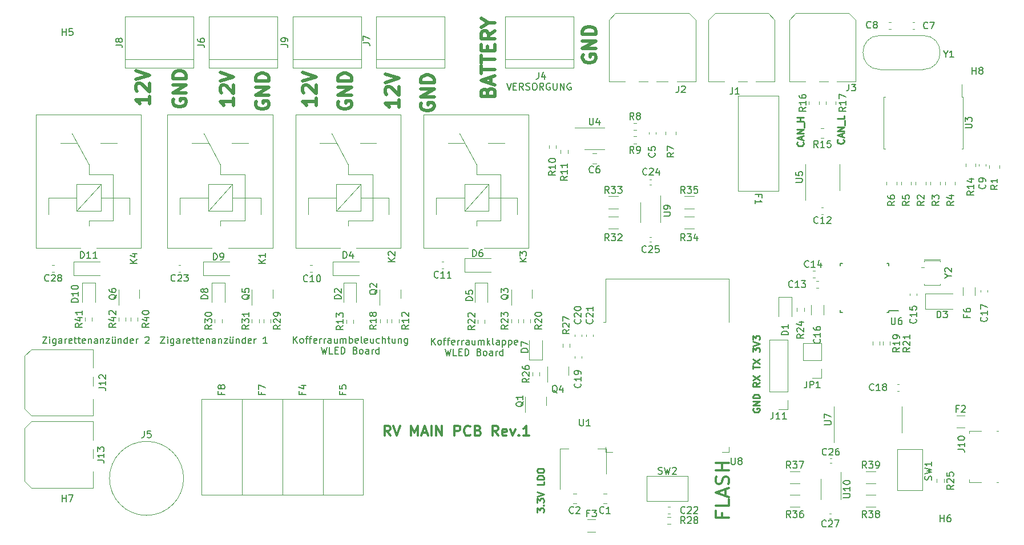
<source format=gbr>
%TF.GenerationSoftware,KiCad,Pcbnew,(6.0.1)*%
%TF.CreationDate,2022-05-13T18:05:17+02:00*%
%TF.ProjectId,RV_main_pcb_ESP32,52565f6d-6169-46e5-9f70-63625f455350,rev?*%
%TF.SameCoordinates,PX3d58588PY82b3790*%
%TF.FileFunction,Legend,Top*%
%TF.FilePolarity,Positive*%
%FSLAX46Y46*%
G04 Gerber Fmt 4.6, Leading zero omitted, Abs format (unit mm)*
G04 Created by KiCad (PCBNEW (6.0.1)) date 2022-05-13 18:05:17*
%MOMM*%
%LPD*%
G01*
G04 APERTURE LIST*
%ADD10C,0.250000*%
%ADD11C,0.200000*%
%ADD12C,0.500000*%
%ADD13C,0.300000*%
%ADD14C,0.350000*%
%ADD15C,0.150000*%
%ADD16C,0.120000*%
G04 APERTURE END LIST*
D10*
X108425000Y19180953D02*
X108377380Y19085715D01*
X108377380Y18942858D01*
X108425000Y18800000D01*
X108520238Y18704762D01*
X108615476Y18657143D01*
X108805952Y18609524D01*
X108948809Y18609524D01*
X109139285Y18657143D01*
X109234523Y18704762D01*
X109329761Y18800000D01*
X109377380Y18942858D01*
X109377380Y19038096D01*
X109329761Y19180953D01*
X109282142Y19228572D01*
X108948809Y19228572D01*
X108948809Y19038096D01*
X109377380Y19657143D02*
X108377380Y19657143D01*
X109377380Y20228572D01*
X108377380Y20228572D01*
X109377380Y20704762D02*
X108377380Y20704762D01*
X108377380Y20942858D01*
X108425000Y21085715D01*
X108520238Y21180953D01*
X108615476Y21228572D01*
X108805952Y21276191D01*
X108948809Y21276191D01*
X109139285Y21228572D01*
X109234523Y21180953D01*
X109329761Y21085715D01*
X109377380Y20942858D01*
X109377380Y20704762D01*
X109377380Y23038096D02*
X108901190Y22704762D01*
X109377380Y22466667D02*
X108377380Y22466667D01*
X108377380Y22847620D01*
X108425000Y22942858D01*
X108472619Y22990477D01*
X108567857Y23038096D01*
X108710714Y23038096D01*
X108805952Y22990477D01*
X108853571Y22942858D01*
X108901190Y22847620D01*
X108901190Y22466667D01*
X108377380Y23371429D02*
X109377380Y24038096D01*
X108377380Y24038096D02*
X109377380Y23371429D01*
X108377380Y25038096D02*
X108377380Y25609524D01*
X109377380Y25323810D02*
X108377380Y25323810D01*
X108377380Y25847620D02*
X109377380Y26514286D01*
X108377380Y26514286D02*
X109377380Y25847620D01*
X108377380Y27561905D02*
X108377380Y28180953D01*
X108758333Y27847620D01*
X108758333Y27990477D01*
X108805952Y28085715D01*
X108853571Y28133334D01*
X108948809Y28180953D01*
X109186904Y28180953D01*
X109282142Y28133334D01*
X109329761Y28085715D01*
X109377380Y27990477D01*
X109377380Y27704762D01*
X109329761Y27609524D01*
X109282142Y27561905D01*
X108377380Y28466667D02*
X109377380Y28800000D01*
X108377380Y29133334D01*
X108377380Y29371429D02*
X108377380Y29990477D01*
X108758333Y29657143D01*
X108758333Y29800000D01*
X108805952Y29895239D01*
X108853571Y29942858D01*
X108948809Y29990477D01*
X109186904Y29990477D01*
X109282142Y29942858D01*
X109329761Y29895239D01*
X109377380Y29800000D01*
X109377380Y29514286D01*
X109329761Y29419048D01*
X109282142Y29371429D01*
D11*
X20496428Y29847620D02*
X21163095Y29847620D01*
X20496428Y28847620D01*
X21163095Y28847620D01*
X21544047Y28847620D02*
X21544047Y29514286D01*
X21544047Y29847620D02*
X21496428Y29800000D01*
X21544047Y29752381D01*
X21591666Y29800000D01*
X21544047Y29847620D01*
X21544047Y29752381D01*
X22448809Y29514286D02*
X22448809Y28704762D01*
X22401190Y28609524D01*
X22353571Y28561905D01*
X22258333Y28514286D01*
X22115476Y28514286D01*
X22020238Y28561905D01*
X22448809Y28895239D02*
X22353571Y28847620D01*
X22163095Y28847620D01*
X22067857Y28895239D01*
X22020238Y28942858D01*
X21972619Y29038096D01*
X21972619Y29323810D01*
X22020238Y29419048D01*
X22067857Y29466667D01*
X22163095Y29514286D01*
X22353571Y29514286D01*
X22448809Y29466667D01*
X23353571Y28847620D02*
X23353571Y29371429D01*
X23305952Y29466667D01*
X23210714Y29514286D01*
X23020238Y29514286D01*
X22925000Y29466667D01*
X23353571Y28895239D02*
X23258333Y28847620D01*
X23020238Y28847620D01*
X22925000Y28895239D01*
X22877380Y28990477D01*
X22877380Y29085715D01*
X22925000Y29180953D01*
X23020238Y29228572D01*
X23258333Y29228572D01*
X23353571Y29276191D01*
X23829761Y28847620D02*
X23829761Y29514286D01*
X23829761Y29323810D02*
X23877380Y29419048D01*
X23925000Y29466667D01*
X24020238Y29514286D01*
X24115476Y29514286D01*
X24829761Y28895239D02*
X24734523Y28847620D01*
X24544047Y28847620D01*
X24448809Y28895239D01*
X24401190Y28990477D01*
X24401190Y29371429D01*
X24448809Y29466667D01*
X24544047Y29514286D01*
X24734523Y29514286D01*
X24829761Y29466667D01*
X24877380Y29371429D01*
X24877380Y29276191D01*
X24401190Y29180953D01*
X25163095Y29514286D02*
X25544047Y29514286D01*
X25305952Y29847620D02*
X25305952Y28990477D01*
X25353571Y28895239D01*
X25448809Y28847620D01*
X25544047Y28847620D01*
X25734523Y29514286D02*
X26115476Y29514286D01*
X25877380Y29847620D02*
X25877380Y28990477D01*
X25925000Y28895239D01*
X26020238Y28847620D01*
X26115476Y28847620D01*
X26829761Y28895239D02*
X26734523Y28847620D01*
X26544047Y28847620D01*
X26448809Y28895239D01*
X26401190Y28990477D01*
X26401190Y29371429D01*
X26448809Y29466667D01*
X26544047Y29514286D01*
X26734523Y29514286D01*
X26829761Y29466667D01*
X26877380Y29371429D01*
X26877380Y29276191D01*
X26401190Y29180953D01*
X27305952Y29514286D02*
X27305952Y28847620D01*
X27305952Y29419048D02*
X27353571Y29466667D01*
X27448809Y29514286D01*
X27591666Y29514286D01*
X27686904Y29466667D01*
X27734523Y29371429D01*
X27734523Y28847620D01*
X28639285Y28847620D02*
X28639285Y29371429D01*
X28591666Y29466667D01*
X28496428Y29514286D01*
X28305952Y29514286D01*
X28210714Y29466667D01*
X28639285Y28895239D02*
X28544047Y28847620D01*
X28305952Y28847620D01*
X28210714Y28895239D01*
X28163095Y28990477D01*
X28163095Y29085715D01*
X28210714Y29180953D01*
X28305952Y29228572D01*
X28544047Y29228572D01*
X28639285Y29276191D01*
X29115476Y29514286D02*
X29115476Y28847620D01*
X29115476Y29419048D02*
X29163095Y29466667D01*
X29258333Y29514286D01*
X29401190Y29514286D01*
X29496428Y29466667D01*
X29544047Y29371429D01*
X29544047Y28847620D01*
X29925000Y29514286D02*
X30448809Y29514286D01*
X29925000Y28847620D01*
X30448809Y28847620D01*
X31258333Y29514286D02*
X31258333Y28847620D01*
X30829761Y29514286D02*
X30829761Y28990477D01*
X30877380Y28895239D01*
X30972619Y28847620D01*
X31115476Y28847620D01*
X31210714Y28895239D01*
X31258333Y28942858D01*
X30877380Y29847620D02*
X30925000Y29800000D01*
X30877380Y29752381D01*
X30829761Y29800000D01*
X30877380Y29847620D01*
X30877380Y29752381D01*
X31258333Y29847620D02*
X31305952Y29800000D01*
X31258333Y29752381D01*
X31210714Y29800000D01*
X31258333Y29847620D01*
X31258333Y29752381D01*
X31734523Y29514286D02*
X31734523Y28847620D01*
X31734523Y29419048D02*
X31782142Y29466667D01*
X31877380Y29514286D01*
X32020238Y29514286D01*
X32115476Y29466667D01*
X32163095Y29371429D01*
X32163095Y28847620D01*
X33067857Y28847620D02*
X33067857Y29847620D01*
X33067857Y28895239D02*
X32972619Y28847620D01*
X32782142Y28847620D01*
X32686904Y28895239D01*
X32639285Y28942858D01*
X32591666Y29038096D01*
X32591666Y29323810D01*
X32639285Y29419048D01*
X32686904Y29466667D01*
X32782142Y29514286D01*
X32972619Y29514286D01*
X33067857Y29466667D01*
X33925000Y28895239D02*
X33829761Y28847620D01*
X33639285Y28847620D01*
X33544047Y28895239D01*
X33496428Y28990477D01*
X33496428Y29371429D01*
X33544047Y29466667D01*
X33639285Y29514286D01*
X33829761Y29514286D01*
X33925000Y29466667D01*
X33972619Y29371429D01*
X33972619Y29276191D01*
X33496428Y29180953D01*
X34401190Y28847620D02*
X34401190Y29514286D01*
X34401190Y29323810D02*
X34448809Y29419048D01*
X34496428Y29466667D01*
X34591666Y29514286D01*
X34686904Y29514286D01*
X36305952Y28847620D02*
X35734523Y28847620D01*
X36020238Y28847620D02*
X36020238Y29847620D01*
X35925000Y29704762D01*
X35829761Y29609524D01*
X35734523Y29561905D01*
D12*
X55829761Y65061905D02*
X55829761Y63919048D01*
X55829761Y64490477D02*
X53829761Y64490477D01*
X54115476Y64300000D01*
X54305952Y64109524D01*
X54401190Y63919048D01*
X54020238Y65823810D02*
X53925000Y65919048D01*
X53829761Y66109524D01*
X53829761Y66585715D01*
X53925000Y66776191D01*
X54020238Y66871429D01*
X54210714Y66966667D01*
X54401190Y66966667D01*
X54686904Y66871429D01*
X55829761Y65728572D01*
X55829761Y66966667D01*
X53829761Y67538096D02*
X55829761Y68204762D01*
X53829761Y68871429D01*
D11*
X40222619Y28902620D02*
X40222619Y29902620D01*
X40794047Y28902620D02*
X40365476Y29474048D01*
X40794047Y29902620D02*
X40222619Y29331191D01*
X41365476Y28902620D02*
X41270238Y28950239D01*
X41222619Y28997858D01*
X41175000Y29093096D01*
X41175000Y29378810D01*
X41222619Y29474048D01*
X41270238Y29521667D01*
X41365476Y29569286D01*
X41508333Y29569286D01*
X41603571Y29521667D01*
X41651190Y29474048D01*
X41698809Y29378810D01*
X41698809Y29093096D01*
X41651190Y28997858D01*
X41603571Y28950239D01*
X41508333Y28902620D01*
X41365476Y28902620D01*
X41984523Y29569286D02*
X42365476Y29569286D01*
X42127380Y28902620D02*
X42127380Y29759762D01*
X42175000Y29855000D01*
X42270238Y29902620D01*
X42365476Y29902620D01*
X42555952Y29569286D02*
X42936904Y29569286D01*
X42698809Y28902620D02*
X42698809Y29759762D01*
X42746428Y29855000D01*
X42841666Y29902620D01*
X42936904Y29902620D01*
X43651190Y28950239D02*
X43555952Y28902620D01*
X43365476Y28902620D01*
X43270238Y28950239D01*
X43222619Y29045477D01*
X43222619Y29426429D01*
X43270238Y29521667D01*
X43365476Y29569286D01*
X43555952Y29569286D01*
X43651190Y29521667D01*
X43698809Y29426429D01*
X43698809Y29331191D01*
X43222619Y29235953D01*
X44127380Y28902620D02*
X44127380Y29569286D01*
X44127380Y29378810D02*
X44175000Y29474048D01*
X44222619Y29521667D01*
X44317857Y29569286D01*
X44413095Y29569286D01*
X44746428Y28902620D02*
X44746428Y29569286D01*
X44746428Y29378810D02*
X44794047Y29474048D01*
X44841666Y29521667D01*
X44936904Y29569286D01*
X45032142Y29569286D01*
X45794047Y28902620D02*
X45794047Y29426429D01*
X45746428Y29521667D01*
X45651190Y29569286D01*
X45460714Y29569286D01*
X45365476Y29521667D01*
X45794047Y28950239D02*
X45698809Y28902620D01*
X45460714Y28902620D01*
X45365476Y28950239D01*
X45317857Y29045477D01*
X45317857Y29140715D01*
X45365476Y29235953D01*
X45460714Y29283572D01*
X45698809Y29283572D01*
X45794047Y29331191D01*
X46698809Y29569286D02*
X46698809Y28902620D01*
X46270238Y29569286D02*
X46270238Y29045477D01*
X46317857Y28950239D01*
X46413095Y28902620D01*
X46555952Y28902620D01*
X46651190Y28950239D01*
X46698809Y28997858D01*
X47175000Y28902620D02*
X47175000Y29569286D01*
X47175000Y29474048D02*
X47222619Y29521667D01*
X47317857Y29569286D01*
X47460714Y29569286D01*
X47555952Y29521667D01*
X47603571Y29426429D01*
X47603571Y28902620D01*
X47603571Y29426429D02*
X47651190Y29521667D01*
X47746428Y29569286D01*
X47889285Y29569286D01*
X47984523Y29521667D01*
X48032142Y29426429D01*
X48032142Y28902620D01*
X48508333Y28902620D02*
X48508333Y29902620D01*
X48508333Y29521667D02*
X48603571Y29569286D01*
X48794047Y29569286D01*
X48889285Y29521667D01*
X48936904Y29474048D01*
X48984523Y29378810D01*
X48984523Y29093096D01*
X48936904Y28997858D01*
X48889285Y28950239D01*
X48794047Y28902620D01*
X48603571Y28902620D01*
X48508333Y28950239D01*
X49794047Y28950239D02*
X49698809Y28902620D01*
X49508333Y28902620D01*
X49413095Y28950239D01*
X49365476Y29045477D01*
X49365476Y29426429D01*
X49413095Y29521667D01*
X49508333Y29569286D01*
X49698809Y29569286D01*
X49794047Y29521667D01*
X49841666Y29426429D01*
X49841666Y29331191D01*
X49365476Y29235953D01*
X50413095Y28902620D02*
X50317857Y28950239D01*
X50270238Y29045477D01*
X50270238Y29902620D01*
X51175000Y28950239D02*
X51079761Y28902620D01*
X50889285Y28902620D01*
X50794047Y28950239D01*
X50746428Y29045477D01*
X50746428Y29426429D01*
X50794047Y29521667D01*
X50889285Y29569286D01*
X51079761Y29569286D01*
X51175000Y29521667D01*
X51222619Y29426429D01*
X51222619Y29331191D01*
X50746428Y29235953D01*
X52079761Y29569286D02*
X52079761Y28902620D01*
X51651190Y29569286D02*
X51651190Y29045477D01*
X51698809Y28950239D01*
X51794047Y28902620D01*
X51936904Y28902620D01*
X52032142Y28950239D01*
X52079761Y28997858D01*
X52984523Y28950239D02*
X52889285Y28902620D01*
X52698809Y28902620D01*
X52603571Y28950239D01*
X52555952Y28997858D01*
X52508333Y29093096D01*
X52508333Y29378810D01*
X52555952Y29474048D01*
X52603571Y29521667D01*
X52698809Y29569286D01*
X52889285Y29569286D01*
X52984523Y29521667D01*
X53413095Y28902620D02*
X53413095Y29902620D01*
X53841666Y28902620D02*
X53841666Y29426429D01*
X53794047Y29521667D01*
X53698809Y29569286D01*
X53555952Y29569286D01*
X53460714Y29521667D01*
X53413095Y29474048D01*
X54175000Y29569286D02*
X54555952Y29569286D01*
X54317857Y29902620D02*
X54317857Y29045477D01*
X54365476Y28950239D01*
X54460714Y28902620D01*
X54555952Y28902620D01*
X55317857Y29569286D02*
X55317857Y28902620D01*
X54889285Y29569286D02*
X54889285Y29045477D01*
X54936904Y28950239D01*
X55032142Y28902620D01*
X55175000Y28902620D01*
X55270238Y28950239D01*
X55317857Y28997858D01*
X55794047Y29569286D02*
X55794047Y28902620D01*
X55794047Y29474048D02*
X55841666Y29521667D01*
X55936904Y29569286D01*
X56079761Y29569286D01*
X56175000Y29521667D01*
X56222619Y29426429D01*
X56222619Y28902620D01*
X57127380Y29569286D02*
X57127380Y28759762D01*
X57079761Y28664524D01*
X57032142Y28616905D01*
X56936904Y28569286D01*
X56794047Y28569286D01*
X56698809Y28616905D01*
X57127380Y28950239D02*
X57032142Y28902620D01*
X56841666Y28902620D01*
X56746428Y28950239D01*
X56698809Y28997858D01*
X56651190Y29093096D01*
X56651190Y29378810D01*
X56698809Y29474048D01*
X56746428Y29521667D01*
X56841666Y29569286D01*
X57032142Y29569286D01*
X57127380Y29521667D01*
X44341666Y28292620D02*
X44579761Y27292620D01*
X44770238Y28006905D01*
X44960714Y27292620D01*
X45198809Y28292620D01*
X46055952Y27292620D02*
X45579761Y27292620D01*
X45579761Y28292620D01*
X46389285Y27816429D02*
X46722619Y27816429D01*
X46865476Y27292620D02*
X46389285Y27292620D01*
X46389285Y28292620D01*
X46865476Y28292620D01*
X47294047Y27292620D02*
X47294047Y28292620D01*
X47532142Y28292620D01*
X47675000Y28245000D01*
X47770238Y28149762D01*
X47817857Y28054524D01*
X47865476Y27864048D01*
X47865476Y27721191D01*
X47817857Y27530715D01*
X47770238Y27435477D01*
X47675000Y27340239D01*
X47532142Y27292620D01*
X47294047Y27292620D01*
X49389285Y27816429D02*
X49532142Y27768810D01*
X49579761Y27721191D01*
X49627380Y27625953D01*
X49627380Y27483096D01*
X49579761Y27387858D01*
X49532142Y27340239D01*
X49436904Y27292620D01*
X49055952Y27292620D01*
X49055952Y28292620D01*
X49389285Y28292620D01*
X49484523Y28245000D01*
X49532142Y28197381D01*
X49579761Y28102143D01*
X49579761Y28006905D01*
X49532142Y27911667D01*
X49484523Y27864048D01*
X49389285Y27816429D01*
X49055952Y27816429D01*
X50198809Y27292620D02*
X50103571Y27340239D01*
X50055952Y27387858D01*
X50008333Y27483096D01*
X50008333Y27768810D01*
X50055952Y27864048D01*
X50103571Y27911667D01*
X50198809Y27959286D01*
X50341666Y27959286D01*
X50436904Y27911667D01*
X50484523Y27864048D01*
X50532142Y27768810D01*
X50532142Y27483096D01*
X50484523Y27387858D01*
X50436904Y27340239D01*
X50341666Y27292620D01*
X50198809Y27292620D01*
X51389285Y27292620D02*
X51389285Y27816429D01*
X51341666Y27911667D01*
X51246428Y27959286D01*
X51055952Y27959286D01*
X50960714Y27911667D01*
X51389285Y27340239D02*
X51294047Y27292620D01*
X51055952Y27292620D01*
X50960714Y27340239D01*
X50913095Y27435477D01*
X50913095Y27530715D01*
X50960714Y27625953D01*
X51055952Y27673572D01*
X51294047Y27673572D01*
X51389285Y27721191D01*
X51865476Y27292620D02*
X51865476Y27959286D01*
X51865476Y27768810D02*
X51913095Y27864048D01*
X51960714Y27911667D01*
X52055952Y27959286D01*
X52151190Y27959286D01*
X52913095Y27292620D02*
X52913095Y28292620D01*
X52913095Y27340239D02*
X52817857Y27292620D01*
X52627380Y27292620D01*
X52532142Y27340239D01*
X52484523Y27387858D01*
X52436904Y27483096D01*
X52436904Y27768810D01*
X52484523Y27864048D01*
X52532142Y27911667D01*
X52627380Y27959286D01*
X52817857Y27959286D01*
X52913095Y27911667D01*
D12*
X18829761Y65561905D02*
X18829761Y64419048D01*
X18829761Y64990477D02*
X16829761Y64990477D01*
X17115476Y64800000D01*
X17305952Y64609524D01*
X17401190Y64419048D01*
X17020238Y66323810D02*
X16925000Y66419048D01*
X16829761Y66609524D01*
X16829761Y67085715D01*
X16925000Y67276191D01*
X17020238Y67371429D01*
X17210714Y67466667D01*
X17401190Y67466667D01*
X17686904Y67371429D01*
X18829761Y66228572D01*
X18829761Y67466667D01*
X16829761Y68038096D02*
X18829761Y68704762D01*
X16829761Y69371429D01*
D13*
X54603571Y15121429D02*
X54103571Y15835715D01*
X53746428Y15121429D02*
X53746428Y16621429D01*
X54317857Y16621429D01*
X54460714Y16550000D01*
X54532142Y16478572D01*
X54603571Y16335715D01*
X54603571Y16121429D01*
X54532142Y15978572D01*
X54460714Y15907143D01*
X54317857Y15835715D01*
X53746428Y15835715D01*
X55032142Y16621429D02*
X55532142Y15121429D01*
X56032142Y16621429D01*
X57675000Y15121429D02*
X57675000Y16621429D01*
X58175000Y15550000D01*
X58675000Y16621429D01*
X58675000Y15121429D01*
X59317857Y15550000D02*
X60032142Y15550000D01*
X59175000Y15121429D02*
X59675000Y16621429D01*
X60175000Y15121429D01*
X60675000Y15121429D02*
X60675000Y16621429D01*
X61389285Y15121429D02*
X61389285Y16621429D01*
X62246428Y15121429D01*
X62246428Y16621429D01*
X64103571Y15121429D02*
X64103571Y16621429D01*
X64675000Y16621429D01*
X64817857Y16550000D01*
X64889285Y16478572D01*
X64960714Y16335715D01*
X64960714Y16121429D01*
X64889285Y15978572D01*
X64817857Y15907143D01*
X64675000Y15835715D01*
X64103571Y15835715D01*
X66460714Y15264286D02*
X66389285Y15192858D01*
X66175000Y15121429D01*
X66032142Y15121429D01*
X65817857Y15192858D01*
X65675000Y15335715D01*
X65603571Y15478572D01*
X65532142Y15764286D01*
X65532142Y15978572D01*
X65603571Y16264286D01*
X65675000Y16407143D01*
X65817857Y16550000D01*
X66032142Y16621429D01*
X66175000Y16621429D01*
X66389285Y16550000D01*
X66460714Y16478572D01*
X67603571Y15907143D02*
X67817857Y15835715D01*
X67889285Y15764286D01*
X67960714Y15621429D01*
X67960714Y15407143D01*
X67889285Y15264286D01*
X67817857Y15192858D01*
X67675000Y15121429D01*
X67103571Y15121429D01*
X67103571Y16621429D01*
X67603571Y16621429D01*
X67746428Y16550000D01*
X67817857Y16478572D01*
X67889285Y16335715D01*
X67889285Y16192858D01*
X67817857Y16050000D01*
X67746428Y15978572D01*
X67603571Y15907143D01*
X67103571Y15907143D01*
X70603571Y15121429D02*
X70103571Y15835715D01*
X69746428Y15121429D02*
X69746428Y16621429D01*
X70317857Y16621429D01*
X70460714Y16550000D01*
X70532142Y16478572D01*
X70603571Y16335715D01*
X70603571Y16121429D01*
X70532142Y15978572D01*
X70460714Y15907143D01*
X70317857Y15835715D01*
X69746428Y15835715D01*
X71817857Y15192858D02*
X71675000Y15121429D01*
X71389285Y15121429D01*
X71246428Y15192858D01*
X71175000Y15335715D01*
X71175000Y15907143D01*
X71246428Y16050000D01*
X71389285Y16121429D01*
X71675000Y16121429D01*
X71817857Y16050000D01*
X71889285Y15907143D01*
X71889285Y15764286D01*
X71175000Y15621429D01*
X72389285Y16121429D02*
X72746428Y15121429D01*
X73103571Y16121429D01*
X73675000Y15264286D02*
X73746428Y15192858D01*
X73675000Y15121429D01*
X73603571Y15192858D01*
X73675000Y15264286D01*
X73675000Y15121429D01*
X75175000Y15121429D02*
X74317857Y15121429D01*
X74746428Y15121429D02*
X74746428Y16621429D01*
X74603571Y16407143D01*
X74460714Y16264286D01*
X74317857Y16192858D01*
D10*
X76377380Y3764286D02*
X76377380Y4383334D01*
X76758333Y4050000D01*
X76758333Y4192858D01*
X76805952Y4288096D01*
X76853571Y4335715D01*
X76948809Y4383334D01*
X77186904Y4383334D01*
X77282142Y4335715D01*
X77329761Y4288096D01*
X77377380Y4192858D01*
X77377380Y3907143D01*
X77329761Y3811905D01*
X77282142Y3764286D01*
X77282142Y4811905D02*
X77329761Y4859524D01*
X77377380Y4811905D01*
X77329761Y4764286D01*
X77282142Y4811905D01*
X77377380Y4811905D01*
X76377380Y5192858D02*
X76377380Y5811905D01*
X76758333Y5478572D01*
X76758333Y5621429D01*
X76805952Y5716667D01*
X76853571Y5764286D01*
X76948809Y5811905D01*
X77186904Y5811905D01*
X77282142Y5764286D01*
X77329761Y5716667D01*
X77377380Y5621429D01*
X77377380Y5335715D01*
X77329761Y5240477D01*
X77282142Y5192858D01*
X76377380Y6097620D02*
X77377380Y6430953D01*
X76377380Y6764286D01*
X77377380Y8335715D02*
X77377380Y7859524D01*
X76377380Y7859524D01*
X77377380Y8669048D02*
X76377380Y8669048D01*
X76377380Y8907143D01*
X76425000Y9050000D01*
X76520238Y9145239D01*
X76615476Y9192858D01*
X76805952Y9240477D01*
X76948809Y9240477D01*
X77139285Y9192858D01*
X77234523Y9145239D01*
X77329761Y9050000D01*
X77377380Y8907143D01*
X77377380Y8669048D01*
X76377380Y9859524D02*
X76377380Y10050000D01*
X76425000Y10145239D01*
X76520238Y10240477D01*
X76710714Y10288096D01*
X77044047Y10288096D01*
X77234523Y10240477D01*
X77329761Y10145239D01*
X77377380Y10050000D01*
X77377380Y9859524D01*
X77329761Y9764286D01*
X77234523Y9669048D01*
X77044047Y9621429D01*
X76710714Y9621429D01*
X76520238Y9669048D01*
X76425000Y9764286D01*
X76377380Y9859524D01*
D11*
X71841666Y67497620D02*
X72175000Y66497620D01*
X72508333Y67497620D01*
X72841666Y67021429D02*
X73175000Y67021429D01*
X73317857Y66497620D02*
X72841666Y66497620D01*
X72841666Y67497620D01*
X73317857Y67497620D01*
X74317857Y66497620D02*
X73984523Y66973810D01*
X73746428Y66497620D02*
X73746428Y67497620D01*
X74127380Y67497620D01*
X74222619Y67450000D01*
X74270238Y67402381D01*
X74317857Y67307143D01*
X74317857Y67164286D01*
X74270238Y67069048D01*
X74222619Y67021429D01*
X74127380Y66973810D01*
X73746428Y66973810D01*
X74698809Y66545239D02*
X74841666Y66497620D01*
X75079761Y66497620D01*
X75175000Y66545239D01*
X75222619Y66592858D01*
X75270238Y66688096D01*
X75270238Y66783334D01*
X75222619Y66878572D01*
X75175000Y66926191D01*
X75079761Y66973810D01*
X74889285Y67021429D01*
X74794047Y67069048D01*
X74746428Y67116667D01*
X74698809Y67211905D01*
X74698809Y67307143D01*
X74746428Y67402381D01*
X74794047Y67450000D01*
X74889285Y67497620D01*
X75127380Y67497620D01*
X75270238Y67450000D01*
X75889285Y67497620D02*
X76079761Y67497620D01*
X76175000Y67450000D01*
X76270238Y67354762D01*
X76317857Y67164286D01*
X76317857Y66830953D01*
X76270238Y66640477D01*
X76175000Y66545239D01*
X76079761Y66497620D01*
X75889285Y66497620D01*
X75794047Y66545239D01*
X75698809Y66640477D01*
X75651190Y66830953D01*
X75651190Y67164286D01*
X75698809Y67354762D01*
X75794047Y67450000D01*
X75889285Y67497620D01*
X77317857Y66497620D02*
X76984523Y66973810D01*
X76746428Y66497620D02*
X76746428Y67497620D01*
X77127380Y67497620D01*
X77222619Y67450000D01*
X77270238Y67402381D01*
X77317857Y67307143D01*
X77317857Y67164286D01*
X77270238Y67069048D01*
X77222619Y67021429D01*
X77127380Y66973810D01*
X76746428Y66973810D01*
X78270238Y67450000D02*
X78175000Y67497620D01*
X78032142Y67497620D01*
X77889285Y67450000D01*
X77794047Y67354762D01*
X77746428Y67259524D01*
X77698809Y67069048D01*
X77698809Y66926191D01*
X77746428Y66735715D01*
X77794047Y66640477D01*
X77889285Y66545239D01*
X78032142Y66497620D01*
X78127380Y66497620D01*
X78270238Y66545239D01*
X78317857Y66592858D01*
X78317857Y66926191D01*
X78127380Y66926191D01*
X78746428Y67497620D02*
X78746428Y66688096D01*
X78794047Y66592858D01*
X78841666Y66545239D01*
X78936904Y66497620D01*
X79127380Y66497620D01*
X79222619Y66545239D01*
X79270238Y66592858D01*
X79317857Y66688096D01*
X79317857Y67497620D01*
X79794047Y66497620D02*
X79794047Y67497620D01*
X80365476Y66497620D01*
X80365476Y67497620D01*
X81365476Y67450000D02*
X81270238Y67497620D01*
X81127380Y67497620D01*
X80984523Y67450000D01*
X80889285Y67354762D01*
X80841666Y67259524D01*
X80794047Y67069048D01*
X80794047Y66926191D01*
X80841666Y66735715D01*
X80889285Y66640477D01*
X80984523Y66545239D01*
X81127380Y66497620D01*
X81222619Y66497620D01*
X81365476Y66545239D01*
X81413095Y66592858D01*
X81413095Y66926191D01*
X81222619Y66926191D01*
D12*
X34675000Y64776191D02*
X34579761Y64585715D01*
X34579761Y64300000D01*
X34675000Y64014286D01*
X34865476Y63823810D01*
X35055952Y63728572D01*
X35436904Y63633334D01*
X35722619Y63633334D01*
X36103571Y63728572D01*
X36294047Y63823810D01*
X36484523Y64014286D01*
X36579761Y64300000D01*
X36579761Y64490477D01*
X36484523Y64776191D01*
X36389285Y64871429D01*
X35722619Y64871429D01*
X35722619Y64490477D01*
X36579761Y65728572D02*
X34579761Y65728572D01*
X36579761Y66871429D01*
X34579761Y66871429D01*
X36579761Y67823810D02*
X34579761Y67823810D01*
X34579761Y68300000D01*
X34675000Y68585715D01*
X34865476Y68776191D01*
X35055952Y68871429D01*
X35436904Y68966667D01*
X35722619Y68966667D01*
X36103571Y68871429D01*
X36294047Y68776191D01*
X36484523Y68585715D01*
X36579761Y68300000D01*
X36579761Y67823810D01*
D11*
X60692857Y28652620D02*
X60692857Y29652620D01*
X61264285Y28652620D02*
X60835714Y29224048D01*
X61264285Y29652620D02*
X60692857Y29081191D01*
X61835714Y28652620D02*
X61740476Y28700239D01*
X61692857Y28747858D01*
X61645238Y28843096D01*
X61645238Y29128810D01*
X61692857Y29224048D01*
X61740476Y29271667D01*
X61835714Y29319286D01*
X61978571Y29319286D01*
X62073809Y29271667D01*
X62121428Y29224048D01*
X62169047Y29128810D01*
X62169047Y28843096D01*
X62121428Y28747858D01*
X62073809Y28700239D01*
X61978571Y28652620D01*
X61835714Y28652620D01*
X62454761Y29319286D02*
X62835714Y29319286D01*
X62597619Y28652620D02*
X62597619Y29509762D01*
X62645238Y29605000D01*
X62740476Y29652620D01*
X62835714Y29652620D01*
X63026190Y29319286D02*
X63407142Y29319286D01*
X63169047Y28652620D02*
X63169047Y29509762D01*
X63216666Y29605000D01*
X63311904Y29652620D01*
X63407142Y29652620D01*
X64121428Y28700239D02*
X64026190Y28652620D01*
X63835714Y28652620D01*
X63740476Y28700239D01*
X63692857Y28795477D01*
X63692857Y29176429D01*
X63740476Y29271667D01*
X63835714Y29319286D01*
X64026190Y29319286D01*
X64121428Y29271667D01*
X64169047Y29176429D01*
X64169047Y29081191D01*
X63692857Y28985953D01*
X64597619Y28652620D02*
X64597619Y29319286D01*
X64597619Y29128810D02*
X64645238Y29224048D01*
X64692857Y29271667D01*
X64788095Y29319286D01*
X64883333Y29319286D01*
X65216666Y28652620D02*
X65216666Y29319286D01*
X65216666Y29128810D02*
X65264285Y29224048D01*
X65311904Y29271667D01*
X65407142Y29319286D01*
X65502380Y29319286D01*
X66264285Y28652620D02*
X66264285Y29176429D01*
X66216666Y29271667D01*
X66121428Y29319286D01*
X65930952Y29319286D01*
X65835714Y29271667D01*
X66264285Y28700239D02*
X66169047Y28652620D01*
X65930952Y28652620D01*
X65835714Y28700239D01*
X65788095Y28795477D01*
X65788095Y28890715D01*
X65835714Y28985953D01*
X65930952Y29033572D01*
X66169047Y29033572D01*
X66264285Y29081191D01*
X67169047Y29319286D02*
X67169047Y28652620D01*
X66740476Y29319286D02*
X66740476Y28795477D01*
X66788095Y28700239D01*
X66883333Y28652620D01*
X67026190Y28652620D01*
X67121428Y28700239D01*
X67169047Y28747858D01*
X67645238Y28652620D02*
X67645238Y29319286D01*
X67645238Y29224048D02*
X67692857Y29271667D01*
X67788095Y29319286D01*
X67930952Y29319286D01*
X68026190Y29271667D01*
X68073809Y29176429D01*
X68073809Y28652620D01*
X68073809Y29176429D02*
X68121428Y29271667D01*
X68216666Y29319286D01*
X68359523Y29319286D01*
X68454761Y29271667D01*
X68502380Y29176429D01*
X68502380Y28652620D01*
X68978571Y28652620D02*
X68978571Y29652620D01*
X69073809Y29033572D02*
X69359523Y28652620D01*
X69359523Y29319286D02*
X68978571Y28938334D01*
X69930952Y28652620D02*
X69835714Y28700239D01*
X69788095Y28795477D01*
X69788095Y29652620D01*
X70740476Y28652620D02*
X70740476Y29176429D01*
X70692857Y29271667D01*
X70597619Y29319286D01*
X70407142Y29319286D01*
X70311904Y29271667D01*
X70740476Y28700239D02*
X70645238Y28652620D01*
X70407142Y28652620D01*
X70311904Y28700239D01*
X70264285Y28795477D01*
X70264285Y28890715D01*
X70311904Y28985953D01*
X70407142Y29033572D01*
X70645238Y29033572D01*
X70740476Y29081191D01*
X71216666Y29319286D02*
X71216666Y28319286D01*
X71216666Y29271667D02*
X71311904Y29319286D01*
X71502380Y29319286D01*
X71597619Y29271667D01*
X71645238Y29224048D01*
X71692857Y29128810D01*
X71692857Y28843096D01*
X71645238Y28747858D01*
X71597619Y28700239D01*
X71502380Y28652620D01*
X71311904Y28652620D01*
X71216666Y28700239D01*
X72121428Y29319286D02*
X72121428Y28319286D01*
X72121428Y29271667D02*
X72216666Y29319286D01*
X72407142Y29319286D01*
X72502380Y29271667D01*
X72550000Y29224048D01*
X72597619Y29128810D01*
X72597619Y28843096D01*
X72550000Y28747858D01*
X72502380Y28700239D01*
X72407142Y28652620D01*
X72216666Y28652620D01*
X72121428Y28700239D01*
X73407142Y28700239D02*
X73311904Y28652620D01*
X73121428Y28652620D01*
X73026190Y28700239D01*
X72978571Y28795477D01*
X72978571Y29176429D01*
X73026190Y29271667D01*
X73121428Y29319286D01*
X73311904Y29319286D01*
X73407142Y29271667D01*
X73454761Y29176429D01*
X73454761Y29081191D01*
X72978571Y28985953D01*
X62716666Y28042620D02*
X62954761Y27042620D01*
X63145238Y27756905D01*
X63335714Y27042620D01*
X63573809Y28042620D01*
X64430952Y27042620D02*
X63954761Y27042620D01*
X63954761Y28042620D01*
X64764285Y27566429D02*
X65097619Y27566429D01*
X65240476Y27042620D02*
X64764285Y27042620D01*
X64764285Y28042620D01*
X65240476Y28042620D01*
X65669047Y27042620D02*
X65669047Y28042620D01*
X65907142Y28042620D01*
X66050000Y27995000D01*
X66145238Y27899762D01*
X66192857Y27804524D01*
X66240476Y27614048D01*
X66240476Y27471191D01*
X66192857Y27280715D01*
X66145238Y27185477D01*
X66050000Y27090239D01*
X65907142Y27042620D01*
X65669047Y27042620D01*
X67764285Y27566429D02*
X67907142Y27518810D01*
X67954761Y27471191D01*
X68002380Y27375953D01*
X68002380Y27233096D01*
X67954761Y27137858D01*
X67907142Y27090239D01*
X67811904Y27042620D01*
X67430952Y27042620D01*
X67430952Y28042620D01*
X67764285Y28042620D01*
X67859523Y27995000D01*
X67907142Y27947381D01*
X67954761Y27852143D01*
X67954761Y27756905D01*
X67907142Y27661667D01*
X67859523Y27614048D01*
X67764285Y27566429D01*
X67430952Y27566429D01*
X68573809Y27042620D02*
X68478571Y27090239D01*
X68430952Y27137858D01*
X68383333Y27233096D01*
X68383333Y27518810D01*
X68430952Y27614048D01*
X68478571Y27661667D01*
X68573809Y27709286D01*
X68716666Y27709286D01*
X68811904Y27661667D01*
X68859523Y27614048D01*
X68907142Y27518810D01*
X68907142Y27233096D01*
X68859523Y27137858D01*
X68811904Y27090239D01*
X68716666Y27042620D01*
X68573809Y27042620D01*
X69764285Y27042620D02*
X69764285Y27566429D01*
X69716666Y27661667D01*
X69621428Y27709286D01*
X69430952Y27709286D01*
X69335714Y27661667D01*
X69764285Y27090239D02*
X69669047Y27042620D01*
X69430952Y27042620D01*
X69335714Y27090239D01*
X69288095Y27185477D01*
X69288095Y27280715D01*
X69335714Y27375953D01*
X69430952Y27423572D01*
X69669047Y27423572D01*
X69764285Y27471191D01*
X70240476Y27042620D02*
X70240476Y27709286D01*
X70240476Y27518810D02*
X70288095Y27614048D01*
X70335714Y27661667D01*
X70430952Y27709286D01*
X70526190Y27709286D01*
X71288095Y27042620D02*
X71288095Y28042620D01*
X71288095Y27090239D02*
X71192857Y27042620D01*
X71002380Y27042620D01*
X70907142Y27090239D01*
X70859523Y27137858D01*
X70811904Y27233096D01*
X70811904Y27518810D01*
X70859523Y27614048D01*
X70907142Y27661667D01*
X71002380Y27709286D01*
X71192857Y27709286D01*
X71288095Y27661667D01*
X2996428Y29847620D02*
X3663095Y29847620D01*
X2996428Y28847620D01*
X3663095Y28847620D01*
X4044047Y28847620D02*
X4044047Y29514286D01*
X4044047Y29847620D02*
X3996428Y29800000D01*
X4044047Y29752381D01*
X4091666Y29800000D01*
X4044047Y29847620D01*
X4044047Y29752381D01*
X4948809Y29514286D02*
X4948809Y28704762D01*
X4901190Y28609524D01*
X4853571Y28561905D01*
X4758333Y28514286D01*
X4615476Y28514286D01*
X4520238Y28561905D01*
X4948809Y28895239D02*
X4853571Y28847620D01*
X4663095Y28847620D01*
X4567857Y28895239D01*
X4520238Y28942858D01*
X4472619Y29038096D01*
X4472619Y29323810D01*
X4520238Y29419048D01*
X4567857Y29466667D01*
X4663095Y29514286D01*
X4853571Y29514286D01*
X4948809Y29466667D01*
X5853571Y28847620D02*
X5853571Y29371429D01*
X5805952Y29466667D01*
X5710714Y29514286D01*
X5520238Y29514286D01*
X5425000Y29466667D01*
X5853571Y28895239D02*
X5758333Y28847620D01*
X5520238Y28847620D01*
X5425000Y28895239D01*
X5377380Y28990477D01*
X5377380Y29085715D01*
X5425000Y29180953D01*
X5520238Y29228572D01*
X5758333Y29228572D01*
X5853571Y29276191D01*
X6329761Y28847620D02*
X6329761Y29514286D01*
X6329761Y29323810D02*
X6377380Y29419048D01*
X6425000Y29466667D01*
X6520238Y29514286D01*
X6615476Y29514286D01*
X7329761Y28895239D02*
X7234523Y28847620D01*
X7044047Y28847620D01*
X6948809Y28895239D01*
X6901190Y28990477D01*
X6901190Y29371429D01*
X6948809Y29466667D01*
X7044047Y29514286D01*
X7234523Y29514286D01*
X7329761Y29466667D01*
X7377380Y29371429D01*
X7377380Y29276191D01*
X6901190Y29180953D01*
X7663095Y29514286D02*
X8044047Y29514286D01*
X7805952Y29847620D02*
X7805952Y28990477D01*
X7853571Y28895239D01*
X7948809Y28847620D01*
X8044047Y28847620D01*
X8234523Y29514286D02*
X8615476Y29514286D01*
X8377380Y29847620D02*
X8377380Y28990477D01*
X8425000Y28895239D01*
X8520238Y28847620D01*
X8615476Y28847620D01*
X9329761Y28895239D02*
X9234523Y28847620D01*
X9044047Y28847620D01*
X8948809Y28895239D01*
X8901190Y28990477D01*
X8901190Y29371429D01*
X8948809Y29466667D01*
X9044047Y29514286D01*
X9234523Y29514286D01*
X9329761Y29466667D01*
X9377380Y29371429D01*
X9377380Y29276191D01*
X8901190Y29180953D01*
X9805952Y29514286D02*
X9805952Y28847620D01*
X9805952Y29419048D02*
X9853571Y29466667D01*
X9948809Y29514286D01*
X10091666Y29514286D01*
X10186904Y29466667D01*
X10234523Y29371429D01*
X10234523Y28847620D01*
X11139285Y28847620D02*
X11139285Y29371429D01*
X11091666Y29466667D01*
X10996428Y29514286D01*
X10805952Y29514286D01*
X10710714Y29466667D01*
X11139285Y28895239D02*
X11044047Y28847620D01*
X10805952Y28847620D01*
X10710714Y28895239D01*
X10663095Y28990477D01*
X10663095Y29085715D01*
X10710714Y29180953D01*
X10805952Y29228572D01*
X11044047Y29228572D01*
X11139285Y29276191D01*
X11615476Y29514286D02*
X11615476Y28847620D01*
X11615476Y29419048D02*
X11663095Y29466667D01*
X11758333Y29514286D01*
X11901190Y29514286D01*
X11996428Y29466667D01*
X12044047Y29371429D01*
X12044047Y28847620D01*
X12425000Y29514286D02*
X12948809Y29514286D01*
X12425000Y28847620D01*
X12948809Y28847620D01*
X13758333Y29514286D02*
X13758333Y28847620D01*
X13329761Y29514286D02*
X13329761Y28990477D01*
X13377380Y28895239D01*
X13472619Y28847620D01*
X13615476Y28847620D01*
X13710714Y28895239D01*
X13758333Y28942858D01*
X13377380Y29847620D02*
X13425000Y29800000D01*
X13377380Y29752381D01*
X13329761Y29800000D01*
X13377380Y29847620D01*
X13377380Y29752381D01*
X13758333Y29847620D02*
X13805952Y29800000D01*
X13758333Y29752381D01*
X13710714Y29800000D01*
X13758333Y29847620D01*
X13758333Y29752381D01*
X14234523Y29514286D02*
X14234523Y28847620D01*
X14234523Y29419048D02*
X14282142Y29466667D01*
X14377380Y29514286D01*
X14520238Y29514286D01*
X14615476Y29466667D01*
X14663095Y29371429D01*
X14663095Y28847620D01*
X15567857Y28847620D02*
X15567857Y29847620D01*
X15567857Y28895239D02*
X15472619Y28847620D01*
X15282142Y28847620D01*
X15186904Y28895239D01*
X15139285Y28942858D01*
X15091666Y29038096D01*
X15091666Y29323810D01*
X15139285Y29419048D01*
X15186904Y29466667D01*
X15282142Y29514286D01*
X15472619Y29514286D01*
X15567857Y29466667D01*
X16425000Y28895239D02*
X16329761Y28847620D01*
X16139285Y28847620D01*
X16044047Y28895239D01*
X15996428Y28990477D01*
X15996428Y29371429D01*
X16044047Y29466667D01*
X16139285Y29514286D01*
X16329761Y29514286D01*
X16425000Y29466667D01*
X16472619Y29371429D01*
X16472619Y29276191D01*
X15996428Y29180953D01*
X16901190Y28847620D02*
X16901190Y29514286D01*
X16901190Y29323810D02*
X16948809Y29419048D01*
X16996428Y29466667D01*
X17091666Y29514286D01*
X17186904Y29514286D01*
X18234523Y29752381D02*
X18282142Y29800000D01*
X18377380Y29847620D01*
X18615476Y29847620D01*
X18710714Y29800000D01*
X18758333Y29752381D01*
X18805952Y29657143D01*
X18805952Y29561905D01*
X18758333Y29419048D01*
X18186904Y28847620D01*
X18805952Y28847620D01*
D12*
X22425000Y65126191D02*
X22329761Y64935715D01*
X22329761Y64650000D01*
X22425000Y64364286D01*
X22615476Y64173810D01*
X22805952Y64078572D01*
X23186904Y63983334D01*
X23472619Y63983334D01*
X23853571Y64078572D01*
X24044047Y64173810D01*
X24234523Y64364286D01*
X24329761Y64650000D01*
X24329761Y64840477D01*
X24234523Y65126191D01*
X24139285Y65221429D01*
X23472619Y65221429D01*
X23472619Y64840477D01*
X24329761Y66078572D02*
X22329761Y66078572D01*
X24329761Y67221429D01*
X22329761Y67221429D01*
X24329761Y68173810D02*
X22329761Y68173810D01*
X22329761Y68650000D01*
X22425000Y68935715D01*
X22615476Y69126191D01*
X22805952Y69221429D01*
X23186904Y69316667D01*
X23472619Y69316667D01*
X23853571Y69221429D01*
X24044047Y69126191D01*
X24234523Y68935715D01*
X24329761Y68650000D01*
X24329761Y68173810D01*
X69032142Y66200001D02*
X69127380Y66485715D01*
X69222619Y66580953D01*
X69413095Y66676191D01*
X69698809Y66676191D01*
X69889285Y66580953D01*
X69984523Y66485715D01*
X70079761Y66295239D01*
X70079761Y65533334D01*
X68079761Y65533334D01*
X68079761Y66200001D01*
X68175000Y66390477D01*
X68270238Y66485715D01*
X68460714Y66580953D01*
X68651190Y66580953D01*
X68841666Y66485715D01*
X68936904Y66390477D01*
X69032142Y66200001D01*
X69032142Y65533334D01*
X69508333Y67438096D02*
X69508333Y68390477D01*
X70079761Y67247620D02*
X68079761Y67914286D01*
X70079761Y68580953D01*
X68079761Y68961905D02*
X68079761Y70104762D01*
X70079761Y69533334D02*
X68079761Y69533334D01*
X68079761Y70485715D02*
X68079761Y71628572D01*
X70079761Y71057143D02*
X68079761Y71057143D01*
X69032142Y72295239D02*
X69032142Y72961905D01*
X70079761Y73247620D02*
X70079761Y72295239D01*
X68079761Y72295239D01*
X68079761Y73247620D01*
X70079761Y75247620D02*
X69127380Y74580953D01*
X70079761Y74104762D02*
X68079761Y74104762D01*
X68079761Y74866667D01*
X68175000Y75057143D01*
X68270238Y75152381D01*
X68460714Y75247620D01*
X68746428Y75247620D01*
X68936904Y75152381D01*
X69032142Y75057143D01*
X69127380Y74866667D01*
X69127380Y74104762D01*
X69127380Y76485715D02*
X70079761Y76485715D01*
X68079761Y75819048D02*
X69127380Y76485715D01*
X68079761Y77152381D01*
X31329761Y65311905D02*
X31329761Y64169048D01*
X31329761Y64740477D02*
X29329761Y64740477D01*
X29615476Y64550000D01*
X29805952Y64359524D01*
X29901190Y64169048D01*
X29520238Y66073810D02*
X29425000Y66169048D01*
X29329761Y66359524D01*
X29329761Y66835715D01*
X29425000Y67026191D01*
X29520238Y67121429D01*
X29710714Y67216667D01*
X29901190Y67216667D01*
X30186904Y67121429D01*
X31329761Y65978572D01*
X31329761Y67216667D01*
X29329761Y67788096D02*
X31329761Y68454762D01*
X29329761Y69121429D01*
D10*
X121782142Y59121429D02*
X121829761Y59073810D01*
X121877380Y58930953D01*
X121877380Y58835715D01*
X121829761Y58692858D01*
X121734523Y58597620D01*
X121639285Y58550000D01*
X121448809Y58502381D01*
X121305952Y58502381D01*
X121115476Y58550000D01*
X121020238Y58597620D01*
X120925000Y58692858D01*
X120877380Y58835715D01*
X120877380Y58930953D01*
X120925000Y59073810D01*
X120972619Y59121429D01*
X121591666Y59502381D02*
X121591666Y59978572D01*
X121877380Y59407143D02*
X120877380Y59740477D01*
X121877380Y60073810D01*
X121877380Y60407143D02*
X120877380Y60407143D01*
X121877380Y60978572D01*
X120877380Y60978572D01*
X121972619Y61216667D02*
X121972619Y61978572D01*
X121877380Y62692858D02*
X121877380Y62216667D01*
X120877380Y62216667D01*
D12*
X46925000Y64776191D02*
X46829761Y64585715D01*
X46829761Y64300000D01*
X46925000Y64014286D01*
X47115476Y63823810D01*
X47305952Y63728572D01*
X47686904Y63633334D01*
X47972619Y63633334D01*
X48353571Y63728572D01*
X48544047Y63823810D01*
X48734523Y64014286D01*
X48829761Y64300000D01*
X48829761Y64490477D01*
X48734523Y64776191D01*
X48639285Y64871429D01*
X47972619Y64871429D01*
X47972619Y64490477D01*
X48829761Y65728572D02*
X46829761Y65728572D01*
X48829761Y66871429D01*
X46829761Y66871429D01*
X48829761Y67823810D02*
X46829761Y67823810D01*
X46829761Y68300000D01*
X46925000Y68585715D01*
X47115476Y68776191D01*
X47305952Y68871429D01*
X47686904Y68966667D01*
X47972619Y68966667D01*
X48353571Y68871429D01*
X48544047Y68776191D01*
X48734523Y68585715D01*
X48829761Y68300000D01*
X48829761Y67823810D01*
X43579761Y65311905D02*
X43579761Y64169048D01*
X43579761Y64740477D02*
X41579761Y64740477D01*
X41865476Y64550000D01*
X42055952Y64359524D01*
X42151190Y64169048D01*
X41770238Y66073810D02*
X41675000Y66169048D01*
X41579761Y66359524D01*
X41579761Y66835715D01*
X41675000Y67026191D01*
X41770238Y67121429D01*
X41960714Y67216667D01*
X42151190Y67216667D01*
X42436904Y67121429D01*
X43579761Y65978572D01*
X43579761Y67216667D01*
X41579761Y67788096D02*
X43579761Y68454762D01*
X41579761Y69121429D01*
X83175000Y71676191D02*
X83079761Y71485715D01*
X83079761Y71200000D01*
X83175000Y70914286D01*
X83365476Y70723810D01*
X83555952Y70628572D01*
X83936904Y70533334D01*
X84222619Y70533334D01*
X84603571Y70628572D01*
X84794047Y70723810D01*
X84984523Y70914286D01*
X85079761Y71200000D01*
X85079761Y71390477D01*
X84984523Y71676191D01*
X84889285Y71771429D01*
X84222619Y71771429D01*
X84222619Y71390477D01*
X85079761Y72628572D02*
X83079761Y72628572D01*
X85079761Y73771429D01*
X83079761Y73771429D01*
X85079761Y74723810D02*
X83079761Y74723810D01*
X83079761Y75200000D01*
X83175000Y75485715D01*
X83365476Y75676191D01*
X83555952Y75771429D01*
X83936904Y75866667D01*
X84222619Y75866667D01*
X84603571Y75771429D01*
X84794047Y75676191D01*
X84984523Y75485715D01*
X85079761Y75200000D01*
X85079761Y74723810D01*
X59175000Y64526191D02*
X59079761Y64335715D01*
X59079761Y64050000D01*
X59175000Y63764286D01*
X59365476Y63573810D01*
X59555952Y63478572D01*
X59936904Y63383334D01*
X60222619Y63383334D01*
X60603571Y63478572D01*
X60794047Y63573810D01*
X60984523Y63764286D01*
X61079761Y64050000D01*
X61079761Y64240477D01*
X60984523Y64526191D01*
X60889285Y64621429D01*
X60222619Y64621429D01*
X60222619Y64240477D01*
X61079761Y65478572D02*
X59079761Y65478572D01*
X61079761Y66621429D01*
X59079761Y66621429D01*
X61079761Y67573810D02*
X59079761Y67573810D01*
X59079761Y68050000D01*
X59175000Y68335715D01*
X59365476Y68526191D01*
X59555952Y68621429D01*
X59936904Y68716667D01*
X60222619Y68716667D01*
X60603571Y68621429D01*
X60794047Y68526191D01*
X60984523Y68335715D01*
X61079761Y68050000D01*
X61079761Y67573810D01*
D10*
X115782142Y58752381D02*
X115829761Y58704762D01*
X115877380Y58561905D01*
X115877380Y58466667D01*
X115829761Y58323810D01*
X115734523Y58228572D01*
X115639285Y58180953D01*
X115448809Y58133334D01*
X115305952Y58133334D01*
X115115476Y58180953D01*
X115020238Y58228572D01*
X114925000Y58323810D01*
X114877380Y58466667D01*
X114877380Y58561905D01*
X114925000Y58704762D01*
X114972619Y58752381D01*
X115591666Y59133334D02*
X115591666Y59609524D01*
X115877380Y59038096D02*
X114877380Y59371429D01*
X115877380Y59704762D01*
X115877380Y60038096D02*
X114877380Y60038096D01*
X115877380Y60609524D01*
X114877380Y60609524D01*
X115972619Y60847620D02*
X115972619Y61609524D01*
X115877380Y61847620D02*
X114877380Y61847620D01*
X115353571Y61847620D02*
X115353571Y62419048D01*
X115877380Y62419048D02*
X114877380Y62419048D01*
D14*
X103782142Y3669048D02*
X103782142Y3002381D01*
X104829761Y3002381D02*
X102829761Y3002381D01*
X102829761Y3954762D01*
X104829761Y5669048D02*
X104829761Y4716667D01*
X102829761Y4716667D01*
X104258333Y6240477D02*
X104258333Y7192858D01*
X104829761Y6050000D02*
X102829761Y6716667D01*
X104829761Y7383334D01*
X104734523Y7954762D02*
X104829761Y8240477D01*
X104829761Y8716667D01*
X104734523Y8907143D01*
X104639285Y9002381D01*
X104448809Y9097620D01*
X104258333Y9097620D01*
X104067857Y9002381D01*
X103972619Y8907143D01*
X103877380Y8716667D01*
X103782142Y8335715D01*
X103686904Y8145239D01*
X103591666Y8050000D01*
X103401190Y7954762D01*
X103210714Y7954762D01*
X103020238Y8050000D01*
X102925000Y8145239D01*
X102829761Y8335715D01*
X102829761Y8811905D01*
X102925000Y9097620D01*
X104829761Y9954762D02*
X102829761Y9954762D01*
X103782142Y9954762D02*
X103782142Y11097620D01*
X104829761Y11097620D02*
X102829761Y11097620D01*
D15*
%TO.C,H7*%
X5913095Y5347620D02*
X5913095Y6347620D01*
X5913095Y5871429D02*
X6484523Y5871429D01*
X6484523Y5347620D02*
X6484523Y6347620D01*
X6865476Y6347620D02*
X7532142Y6347620D01*
X7103571Y5347620D01*
%TO.C,C18*%
X126282142Y21942858D02*
X126234523Y21895239D01*
X126091666Y21847620D01*
X125996428Y21847620D01*
X125853571Y21895239D01*
X125758333Y21990477D01*
X125710714Y22085715D01*
X125663095Y22276191D01*
X125663095Y22419048D01*
X125710714Y22609524D01*
X125758333Y22704762D01*
X125853571Y22800000D01*
X125996428Y22847620D01*
X126091666Y22847620D01*
X126234523Y22800000D01*
X126282142Y22752381D01*
X127234523Y21847620D02*
X126663095Y21847620D01*
X126948809Y21847620D02*
X126948809Y22847620D01*
X126853571Y22704762D01*
X126758333Y22609524D01*
X126663095Y22561905D01*
X127805952Y22419048D02*
X127710714Y22466667D01*
X127663095Y22514286D01*
X127615476Y22609524D01*
X127615476Y22657143D01*
X127663095Y22752381D01*
X127710714Y22800000D01*
X127805952Y22847620D01*
X127996428Y22847620D01*
X128091666Y22800000D01*
X128139285Y22752381D01*
X128186904Y22657143D01*
X128186904Y22609524D01*
X128139285Y22514286D01*
X128091666Y22466667D01*
X127996428Y22419048D01*
X127805952Y22419048D01*
X127710714Y22371429D01*
X127663095Y22323810D01*
X127615476Y22228572D01*
X127615476Y22038096D01*
X127663095Y21942858D01*
X127710714Y21895239D01*
X127805952Y21847620D01*
X127996428Y21847620D01*
X128091666Y21895239D01*
X128139285Y21942858D01*
X128186904Y22038096D01*
X128186904Y22228572D01*
X128139285Y22323810D01*
X128091666Y22371429D01*
X127996428Y22419048D01*
%TO.C,R17*%
X122127380Y63907143D02*
X121651190Y63573810D01*
X122127380Y63335715D02*
X121127380Y63335715D01*
X121127380Y63716667D01*
X121175000Y63811905D01*
X121222619Y63859524D01*
X121317857Y63907143D01*
X121460714Y63907143D01*
X121555952Y63859524D01*
X121603571Y63811905D01*
X121651190Y63716667D01*
X121651190Y63335715D01*
X122127380Y64859524D02*
X122127380Y64288096D01*
X122127380Y64573810D02*
X121127380Y64573810D01*
X121270238Y64478572D01*
X121365476Y64383334D01*
X121413095Y64288096D01*
X121127380Y65192858D02*
X121127380Y65859524D01*
X122127380Y65430953D01*
%TO.C,F7*%
X35503571Y21616667D02*
X35503571Y21283334D01*
X36027380Y21283334D02*
X35027380Y21283334D01*
X35027380Y21759524D01*
X35027380Y22045239D02*
X35027380Y22711905D01*
X36027380Y22283334D01*
%TO.C,D3*%
X135686904Y32647620D02*
X135686904Y33647620D01*
X135925000Y33647620D01*
X136067857Y33600000D01*
X136163095Y33504762D01*
X136210714Y33409524D01*
X136258333Y33219048D01*
X136258333Y33076191D01*
X136210714Y32885715D01*
X136163095Y32790477D01*
X136067857Y32695239D01*
X135925000Y32647620D01*
X135686904Y32647620D01*
X136591666Y33647620D02*
X137210714Y33647620D01*
X136877380Y33266667D01*
X137020238Y33266667D01*
X137115476Y33219048D01*
X137163095Y33171429D01*
X137210714Y33076191D01*
X137210714Y32838096D01*
X137163095Y32742858D01*
X137115476Y32695239D01*
X137020238Y32647620D01*
X136734523Y32647620D01*
X136639285Y32695239D01*
X136591666Y32742858D01*
%TO.C,D4*%
X47586904Y41497620D02*
X47586904Y42497620D01*
X47825000Y42497620D01*
X47967857Y42450000D01*
X48063095Y42354762D01*
X48110714Y42259524D01*
X48158333Y42069048D01*
X48158333Y41926191D01*
X48110714Y41735715D01*
X48063095Y41640477D01*
X47967857Y41545239D01*
X47825000Y41497620D01*
X47586904Y41497620D01*
X49015476Y42164286D02*
X49015476Y41497620D01*
X48777380Y42545239D02*
X48539285Y41830953D01*
X49158333Y41830953D01*
%TO.C,R18*%
X52512380Y31557143D02*
X52036190Y31223810D01*
X52512380Y30985715D02*
X51512380Y30985715D01*
X51512380Y31366667D01*
X51560000Y31461905D01*
X51607619Y31509524D01*
X51702857Y31557143D01*
X51845714Y31557143D01*
X51940952Y31509524D01*
X51988571Y31461905D01*
X52036190Y31366667D01*
X52036190Y30985715D01*
X52512380Y32509524D02*
X52512380Y31938096D01*
X52512380Y32223810D02*
X51512380Y32223810D01*
X51655238Y32128572D01*
X51750476Y32033334D01*
X51798095Y31938096D01*
X51940952Y33080953D02*
X51893333Y32985715D01*
X51845714Y32938096D01*
X51750476Y32890477D01*
X51702857Y32890477D01*
X51607619Y32938096D01*
X51560000Y32985715D01*
X51512380Y33080953D01*
X51512380Y33271429D01*
X51560000Y33366667D01*
X51607619Y33414286D01*
X51702857Y33461905D01*
X51750476Y33461905D01*
X51845714Y33414286D01*
X51893333Y33366667D01*
X51940952Y33271429D01*
X51940952Y33080953D01*
X51988571Y32985715D01*
X52036190Y32938096D01*
X52131428Y32890477D01*
X52321904Y32890477D01*
X52417142Y32938096D01*
X52464761Y32985715D01*
X52512380Y33080953D01*
X52512380Y33271429D01*
X52464761Y33366667D01*
X52417142Y33414286D01*
X52321904Y33461905D01*
X52131428Y33461905D01*
X52036190Y33414286D01*
X51988571Y33366667D01*
X51940952Y33271429D01*
%TO.C,R7*%
X96627380Y57133334D02*
X96151190Y56800000D01*
X96627380Y56561905D02*
X95627380Y56561905D01*
X95627380Y56942858D01*
X95675000Y57038096D01*
X95722619Y57085715D01*
X95817857Y57133334D01*
X95960714Y57133334D01*
X96055952Y57085715D01*
X96103571Y57038096D01*
X96151190Y56942858D01*
X96151190Y56561905D01*
X95627380Y57466667D02*
X95627380Y58133334D01*
X96627380Y57704762D01*
%TO.C,R35*%
X98282142Y51167620D02*
X97948809Y51643810D01*
X97710714Y51167620D02*
X97710714Y52167620D01*
X98091666Y52167620D01*
X98186904Y52120000D01*
X98234523Y52072381D01*
X98282142Y51977143D01*
X98282142Y51834286D01*
X98234523Y51739048D01*
X98186904Y51691429D01*
X98091666Y51643810D01*
X97710714Y51643810D01*
X98615476Y52167620D02*
X99234523Y52167620D01*
X98901190Y51786667D01*
X99044047Y51786667D01*
X99139285Y51739048D01*
X99186904Y51691429D01*
X99234523Y51596191D01*
X99234523Y51358096D01*
X99186904Y51262858D01*
X99139285Y51215239D01*
X99044047Y51167620D01*
X98758333Y51167620D01*
X98663095Y51215239D01*
X98615476Y51262858D01*
X100139285Y52167620D02*
X99663095Y52167620D01*
X99615476Y51691429D01*
X99663095Y51739048D01*
X99758333Y51786667D01*
X99996428Y51786667D01*
X100091666Y51739048D01*
X100139285Y51691429D01*
X100186904Y51596191D01*
X100186904Y51358096D01*
X100139285Y51262858D01*
X100091666Y51215239D01*
X99996428Y51167620D01*
X99758333Y51167620D01*
X99663095Y51215239D01*
X99615476Y51262858D01*
%TO.C,F1*%
X109246428Y50633334D02*
X109246428Y50966667D01*
X108722619Y50966667D02*
X109722619Y50966667D01*
X109722619Y50490477D01*
X108722619Y49585715D02*
X108722619Y50157143D01*
X108722619Y49871429D02*
X109722619Y49871429D01*
X109579761Y49966667D01*
X109484523Y50061905D01*
X109436904Y50157143D01*
%TO.C,J2*%
X97341666Y67097620D02*
X97341666Y66383334D01*
X97294047Y66240477D01*
X97198809Y66145239D01*
X97055952Y66097620D01*
X96960714Y66097620D01*
X97770238Y67002381D02*
X97817857Y67050000D01*
X97913095Y67097620D01*
X98151190Y67097620D01*
X98246428Y67050000D01*
X98294047Y67002381D01*
X98341666Y66907143D01*
X98341666Y66811905D01*
X98294047Y66669048D01*
X97722619Y66097620D01*
X98341666Y66097620D01*
%TO.C,C24*%
X92639978Y53942858D02*
X92592359Y53895239D01*
X92449502Y53847620D01*
X92354264Y53847620D01*
X92211407Y53895239D01*
X92116169Y53990477D01*
X92068550Y54085715D01*
X92020931Y54276191D01*
X92020931Y54419048D01*
X92068550Y54609524D01*
X92116169Y54704762D01*
X92211407Y54800000D01*
X92354264Y54847620D01*
X92449502Y54847620D01*
X92592359Y54800000D01*
X92639978Y54752381D01*
X93020931Y54752381D02*
X93068550Y54800000D01*
X93163788Y54847620D01*
X93401883Y54847620D01*
X93497121Y54800000D01*
X93544740Y54752381D01*
X93592359Y54657143D01*
X93592359Y54561905D01*
X93544740Y54419048D01*
X92973312Y53847620D01*
X93592359Y53847620D01*
X94449502Y54514286D02*
X94449502Y53847620D01*
X94211407Y54895239D02*
X93973312Y54180953D01*
X94592359Y54180953D01*
%TO.C,K1*%
X36027380Y40711905D02*
X35027380Y40711905D01*
X36027380Y41283334D02*
X35455952Y40854762D01*
X35027380Y41283334D02*
X35598809Y40711905D01*
X36027380Y42235715D02*
X36027380Y41664286D01*
X36027380Y41950000D02*
X35027380Y41950000D01*
X35170238Y41854762D01*
X35265476Y41759524D01*
X35313095Y41664286D01*
%TO.C,C25*%
X92532142Y42442858D02*
X92484523Y42395239D01*
X92341666Y42347620D01*
X92246428Y42347620D01*
X92103571Y42395239D01*
X92008333Y42490477D01*
X91960714Y42585715D01*
X91913095Y42776191D01*
X91913095Y42919048D01*
X91960714Y43109524D01*
X92008333Y43204762D01*
X92103571Y43300000D01*
X92246428Y43347620D01*
X92341666Y43347620D01*
X92484523Y43300000D01*
X92532142Y43252381D01*
X92913095Y43252381D02*
X92960714Y43300000D01*
X93055952Y43347620D01*
X93294047Y43347620D01*
X93389285Y43300000D01*
X93436904Y43252381D01*
X93484523Y43157143D01*
X93484523Y43061905D01*
X93436904Y42919048D01*
X92865476Y42347620D01*
X93484523Y42347620D01*
X94389285Y43347620D02*
X93913095Y43347620D01*
X93865476Y42871429D01*
X93913095Y42919048D01*
X94008333Y42966667D01*
X94246428Y42966667D01*
X94341666Y42919048D01*
X94389285Y42871429D01*
X94436904Y42776191D01*
X94436904Y42538096D01*
X94389285Y42442858D01*
X94341666Y42395239D01*
X94246428Y42347620D01*
X94008333Y42347620D01*
X93913095Y42395239D01*
X93865476Y42442858D01*
%TO.C,R20*%
X77027380Y31557143D02*
X76551190Y31223810D01*
X77027380Y30985715D02*
X76027380Y30985715D01*
X76027380Y31366667D01*
X76075000Y31461905D01*
X76122619Y31509524D01*
X76217857Y31557143D01*
X76360714Y31557143D01*
X76455952Y31509524D01*
X76503571Y31461905D01*
X76551190Y31366667D01*
X76551190Y30985715D01*
X76122619Y31938096D02*
X76075000Y31985715D01*
X76027380Y32080953D01*
X76027380Y32319048D01*
X76075000Y32414286D01*
X76122619Y32461905D01*
X76217857Y32509524D01*
X76313095Y32509524D01*
X76455952Y32461905D01*
X77027380Y31890477D01*
X77027380Y32509524D01*
X76027380Y33128572D02*
X76027380Y33223810D01*
X76075000Y33319048D01*
X76122619Y33366667D01*
X76217857Y33414286D01*
X76408333Y33461905D01*
X76646428Y33461905D01*
X76836904Y33414286D01*
X76932142Y33366667D01*
X76979761Y33319048D01*
X77027380Y33223810D01*
X77027380Y33128572D01*
X76979761Y33033334D01*
X76932142Y32985715D01*
X76836904Y32938096D01*
X76646428Y32890477D01*
X76408333Y32890477D01*
X76217857Y32938096D01*
X76122619Y32985715D01*
X76075000Y33033334D01*
X76027380Y33128572D01*
%TO.C,C28*%
X3932142Y38162858D02*
X3884523Y38115239D01*
X3741666Y38067620D01*
X3646428Y38067620D01*
X3503571Y38115239D01*
X3408333Y38210477D01*
X3360714Y38305715D01*
X3313095Y38496191D01*
X3313095Y38639048D01*
X3360714Y38829524D01*
X3408333Y38924762D01*
X3503571Y39020000D01*
X3646428Y39067620D01*
X3741666Y39067620D01*
X3884523Y39020000D01*
X3932142Y38972381D01*
X4313095Y38972381D02*
X4360714Y39020000D01*
X4455952Y39067620D01*
X4694047Y39067620D01*
X4789285Y39020000D01*
X4836904Y38972381D01*
X4884523Y38877143D01*
X4884523Y38781905D01*
X4836904Y38639048D01*
X4265476Y38067620D01*
X4884523Y38067620D01*
X5455952Y38639048D02*
X5360714Y38686667D01*
X5313095Y38734286D01*
X5265476Y38829524D01*
X5265476Y38877143D01*
X5313095Y38972381D01*
X5360714Y39020000D01*
X5455952Y39067620D01*
X5646428Y39067620D01*
X5741666Y39020000D01*
X5789285Y38972381D01*
X5836904Y38877143D01*
X5836904Y38829524D01*
X5789285Y38734286D01*
X5741666Y38686667D01*
X5646428Y38639048D01*
X5455952Y38639048D01*
X5360714Y38591429D01*
X5313095Y38543810D01*
X5265476Y38448572D01*
X5265476Y38258096D01*
X5313095Y38162858D01*
X5360714Y38115239D01*
X5455952Y38067620D01*
X5646428Y38067620D01*
X5741666Y38115239D01*
X5789285Y38162858D01*
X5836904Y38258096D01*
X5836904Y38448572D01*
X5789285Y38543810D01*
X5741666Y38591429D01*
X5646428Y38639048D01*
%TO.C,F6*%
X140103571Y33016667D02*
X140103571Y32683334D01*
X140627380Y32683334D02*
X139627380Y32683334D01*
X139627380Y33159524D01*
X139627380Y33969048D02*
X139627380Y33778572D01*
X139675000Y33683334D01*
X139722619Y33635715D01*
X139865476Y33540477D01*
X140055952Y33492858D01*
X140436904Y33492858D01*
X140532142Y33540477D01*
X140579761Y33588096D01*
X140627380Y33683334D01*
X140627380Y33873810D01*
X140579761Y33969048D01*
X140532142Y34016667D01*
X140436904Y34064286D01*
X140198809Y34064286D01*
X140103571Y34016667D01*
X140055952Y33969048D01*
X140008333Y33873810D01*
X140008333Y33683334D01*
X140055952Y33588096D01*
X140103571Y33540477D01*
X140198809Y33492858D01*
%TO.C,D5*%
X66777380Y35211905D02*
X65777380Y35211905D01*
X65777380Y35450000D01*
X65825000Y35592858D01*
X65920238Y35688096D01*
X66015476Y35735715D01*
X66205952Y35783334D01*
X66348809Y35783334D01*
X66539285Y35735715D01*
X66634523Y35688096D01*
X66729761Y35592858D01*
X66777380Y35450000D01*
X66777380Y35211905D01*
X65777380Y36688096D02*
X65777380Y36211905D01*
X66253571Y36164286D01*
X66205952Y36211905D01*
X66158333Y36307143D01*
X66158333Y36545239D01*
X66205952Y36640477D01*
X66253571Y36688096D01*
X66348809Y36735715D01*
X66586904Y36735715D01*
X66682142Y36688096D01*
X66729761Y36640477D01*
X66777380Y36545239D01*
X66777380Y36307143D01*
X66729761Y36211905D01*
X66682142Y36164286D01*
%TO.C,C13*%
X114282142Y37242858D02*
X114234523Y37195239D01*
X114091666Y37147620D01*
X113996428Y37147620D01*
X113853571Y37195239D01*
X113758333Y37290477D01*
X113710714Y37385715D01*
X113663095Y37576191D01*
X113663095Y37719048D01*
X113710714Y37909524D01*
X113758333Y38004762D01*
X113853571Y38100000D01*
X113996428Y38147620D01*
X114091666Y38147620D01*
X114234523Y38100000D01*
X114282142Y38052381D01*
X115234523Y37147620D02*
X114663095Y37147620D01*
X114948809Y37147620D02*
X114948809Y38147620D01*
X114853571Y38004762D01*
X114758333Y37909524D01*
X114663095Y37861905D01*
X115567857Y38147620D02*
X116186904Y38147620D01*
X115853571Y37766667D01*
X115996428Y37766667D01*
X116091666Y37719048D01*
X116139285Y37671429D01*
X116186904Y37576191D01*
X116186904Y37338096D01*
X116139285Y37242858D01*
X116091666Y37195239D01*
X115996428Y37147620D01*
X115710714Y37147620D01*
X115615476Y37195239D01*
X115567857Y37242858D01*
%TO.C,R8*%
X90708333Y62097620D02*
X90375000Y62573810D01*
X90136904Y62097620D02*
X90136904Y63097620D01*
X90517857Y63097620D01*
X90613095Y63050000D01*
X90660714Y63002381D01*
X90708333Y62907143D01*
X90708333Y62764286D01*
X90660714Y62669048D01*
X90613095Y62621429D01*
X90517857Y62573810D01*
X90136904Y62573810D01*
X91279761Y62669048D02*
X91184523Y62716667D01*
X91136904Y62764286D01*
X91089285Y62859524D01*
X91089285Y62907143D01*
X91136904Y63002381D01*
X91184523Y63050000D01*
X91279761Y63097620D01*
X91470238Y63097620D01*
X91565476Y63050000D01*
X91613095Y63002381D01*
X91660714Y62907143D01*
X91660714Y62859524D01*
X91613095Y62764286D01*
X91565476Y62716667D01*
X91470238Y62669048D01*
X91279761Y62669048D01*
X91184523Y62621429D01*
X91136904Y62573810D01*
X91089285Y62478572D01*
X91089285Y62288096D01*
X91136904Y62192858D01*
X91184523Y62145239D01*
X91279761Y62097620D01*
X91470238Y62097620D01*
X91565476Y62145239D01*
X91613095Y62192858D01*
X91660714Y62288096D01*
X91660714Y62478572D01*
X91613095Y62573810D01*
X91565476Y62621429D01*
X91470238Y62669048D01*
%TO.C,U3*%
X139847380Y60838096D02*
X140656904Y60838096D01*
X140752142Y60885715D01*
X140799761Y60933334D01*
X140847380Y61028572D01*
X140847380Y61219048D01*
X140799761Y61314286D01*
X140752142Y61361905D01*
X140656904Y61409524D01*
X139847380Y61409524D01*
X139847380Y61790477D02*
X139847380Y62409524D01*
X140228333Y62076191D01*
X140228333Y62219048D01*
X140275952Y62314286D01*
X140323571Y62361905D01*
X140418809Y62409524D01*
X140656904Y62409524D01*
X140752142Y62361905D01*
X140799761Y62314286D01*
X140847380Y62219048D01*
X140847380Y61933334D01*
X140799761Y61838096D01*
X140752142Y61790477D01*
%TO.C,J1*%
X105341666Y66847620D02*
X105341666Y66133334D01*
X105294047Y65990477D01*
X105198809Y65895239D01*
X105055952Y65847620D01*
X104960714Y65847620D01*
X106341666Y65847620D02*
X105770238Y65847620D01*
X106055952Y65847620D02*
X106055952Y66847620D01*
X105960714Y66704762D01*
X105865476Y66609524D01*
X105770238Y66561905D01*
%TO.C,R6*%
X129377380Y49933334D02*
X128901190Y49600000D01*
X129377380Y49361905D02*
X128377380Y49361905D01*
X128377380Y49742858D01*
X128425000Y49838096D01*
X128472619Y49885715D01*
X128567857Y49933334D01*
X128710714Y49933334D01*
X128805952Y49885715D01*
X128853571Y49838096D01*
X128901190Y49742858D01*
X128901190Y49361905D01*
X128377380Y50790477D02*
X128377380Y50600000D01*
X128425000Y50504762D01*
X128472619Y50457143D01*
X128615476Y50361905D01*
X128805952Y50314286D01*
X129186904Y50314286D01*
X129282142Y50361905D01*
X129329761Y50409524D01*
X129377380Y50504762D01*
X129377380Y50695239D01*
X129329761Y50790477D01*
X129282142Y50838096D01*
X129186904Y50885715D01*
X128948809Y50885715D01*
X128853571Y50838096D01*
X128805952Y50790477D01*
X128758333Y50695239D01*
X128758333Y50504762D01*
X128805952Y50409524D01*
X128853571Y50361905D01*
X128948809Y50314286D01*
%TO.C,F4*%
X41503571Y21616667D02*
X41503571Y21283334D01*
X42027380Y21283334D02*
X41027380Y21283334D01*
X41027380Y21759524D01*
X41360714Y22569048D02*
X42027380Y22569048D01*
X40979761Y22330953D02*
X41694047Y22092858D01*
X41694047Y22711905D01*
%TO.C,U7*%
X118977380Y16788096D02*
X119786904Y16788096D01*
X119882142Y16835715D01*
X119929761Y16883334D01*
X119977380Y16978572D01*
X119977380Y17169048D01*
X119929761Y17264286D01*
X119882142Y17311905D01*
X119786904Y17359524D01*
X118977380Y17359524D01*
X118977380Y17740477D02*
X118977380Y18407143D01*
X119977380Y17978572D01*
%TO.C,C1*%
X86258333Y3692858D02*
X86210714Y3645239D01*
X86067857Y3597620D01*
X85972619Y3597620D01*
X85829761Y3645239D01*
X85734523Y3740477D01*
X85686904Y3835715D01*
X85639285Y4026191D01*
X85639285Y4169048D01*
X85686904Y4359524D01*
X85734523Y4454762D01*
X85829761Y4550000D01*
X85972619Y4597620D01*
X86067857Y4597620D01*
X86210714Y4550000D01*
X86258333Y4502381D01*
X87210714Y3597620D02*
X86639285Y3597620D01*
X86925000Y3597620D02*
X86925000Y4597620D01*
X86829761Y4454762D01*
X86734523Y4359524D01*
X86639285Y4311905D01*
%TO.C,R16*%
X116227380Y63907143D02*
X115751190Y63573810D01*
X116227380Y63335715D02*
X115227380Y63335715D01*
X115227380Y63716667D01*
X115275000Y63811905D01*
X115322619Y63859524D01*
X115417857Y63907143D01*
X115560714Y63907143D01*
X115655952Y63859524D01*
X115703571Y63811905D01*
X115751190Y63716667D01*
X115751190Y63335715D01*
X116227380Y64859524D02*
X116227380Y64288096D01*
X116227380Y64573810D02*
X115227380Y64573810D01*
X115370238Y64478572D01*
X115465476Y64383334D01*
X115513095Y64288096D01*
X115227380Y65716667D02*
X115227380Y65526191D01*
X115275000Y65430953D01*
X115322619Y65383334D01*
X115465476Y65288096D01*
X115655952Y65240477D01*
X116036904Y65240477D01*
X116132142Y65288096D01*
X116179761Y65335715D01*
X116227380Y65430953D01*
X116227380Y65621429D01*
X116179761Y65716667D01*
X116132142Y65764286D01*
X116036904Y65811905D01*
X115798809Y65811905D01*
X115703571Y65764286D01*
X115655952Y65716667D01*
X115608333Y65621429D01*
X115608333Y65430953D01*
X115655952Y65335715D01*
X115703571Y65288096D01*
X115798809Y65240477D01*
%TO.C,Q2*%
X52622619Y36854762D02*
X52575000Y36759524D01*
X52479761Y36664286D01*
X52336904Y36521429D01*
X52289285Y36426191D01*
X52289285Y36330953D01*
X52527380Y36378572D02*
X52479761Y36283334D01*
X52384523Y36188096D01*
X52194047Y36140477D01*
X51860714Y36140477D01*
X51670238Y36188096D01*
X51575000Y36283334D01*
X51527380Y36378572D01*
X51527380Y36569048D01*
X51575000Y36664286D01*
X51670238Y36759524D01*
X51860714Y36807143D01*
X52194047Y36807143D01*
X52384523Y36759524D01*
X52479761Y36664286D01*
X52527380Y36569048D01*
X52527380Y36378572D01*
X51622619Y37188096D02*
X51575000Y37235715D01*
X51527380Y37330953D01*
X51527380Y37569048D01*
X51575000Y37664286D01*
X51622619Y37711905D01*
X51717857Y37759524D01*
X51813095Y37759524D01*
X51955952Y37711905D01*
X52527380Y37140477D01*
X52527380Y37759524D01*
%TO.C,C22*%
X98282142Y3687858D02*
X98234523Y3640239D01*
X98091666Y3592620D01*
X97996428Y3592620D01*
X97853571Y3640239D01*
X97758333Y3735477D01*
X97710714Y3830715D01*
X97663095Y4021191D01*
X97663095Y4164048D01*
X97710714Y4354524D01*
X97758333Y4449762D01*
X97853571Y4545000D01*
X97996428Y4592620D01*
X98091666Y4592620D01*
X98234523Y4545000D01*
X98282142Y4497381D01*
X98663095Y4497381D02*
X98710714Y4545000D01*
X98805952Y4592620D01*
X99044047Y4592620D01*
X99139285Y4545000D01*
X99186904Y4497381D01*
X99234523Y4402143D01*
X99234523Y4306905D01*
X99186904Y4164048D01*
X98615476Y3592620D01*
X99234523Y3592620D01*
X99615476Y4497381D02*
X99663095Y4545000D01*
X99758333Y4592620D01*
X99996428Y4592620D01*
X100091666Y4545000D01*
X100139285Y4497381D01*
X100186904Y4402143D01*
X100186904Y4306905D01*
X100139285Y4164048D01*
X99567857Y3592620D01*
X100186904Y3592620D01*
%TO.C,Q1*%
X74322619Y20199762D02*
X74275000Y20104524D01*
X74179761Y20009286D01*
X74036904Y19866429D01*
X73989285Y19771191D01*
X73989285Y19675953D01*
X74227380Y19723572D02*
X74179761Y19628334D01*
X74084523Y19533096D01*
X73894047Y19485477D01*
X73560714Y19485477D01*
X73370238Y19533096D01*
X73275000Y19628334D01*
X73227380Y19723572D01*
X73227380Y19914048D01*
X73275000Y20009286D01*
X73370238Y20104524D01*
X73560714Y20152143D01*
X73894047Y20152143D01*
X74084523Y20104524D01*
X74179761Y20009286D01*
X74227380Y19914048D01*
X74227380Y19723572D01*
X74227380Y21104524D02*
X74227380Y20533096D01*
X74227380Y20818810D02*
X73227380Y20818810D01*
X73370238Y20723572D01*
X73465476Y20628334D01*
X73513095Y20533096D01*
%TO.C,F8*%
X29503571Y21616667D02*
X29503571Y21283334D01*
X30027380Y21283334D02*
X29027380Y21283334D01*
X29027380Y21759524D01*
X29455952Y22283334D02*
X29408333Y22188096D01*
X29360714Y22140477D01*
X29265476Y22092858D01*
X29217857Y22092858D01*
X29122619Y22140477D01*
X29075000Y22188096D01*
X29027380Y22283334D01*
X29027380Y22473810D01*
X29075000Y22569048D01*
X29122619Y22616667D01*
X29217857Y22664286D01*
X29265476Y22664286D01*
X29360714Y22616667D01*
X29408333Y22569048D01*
X29455952Y22473810D01*
X29455952Y22283334D01*
X29503571Y22188096D01*
X29551190Y22140477D01*
X29646428Y22092858D01*
X29836904Y22092858D01*
X29932142Y22140477D01*
X29979761Y22188096D01*
X30027380Y22283334D01*
X30027380Y22473810D01*
X29979761Y22569048D01*
X29932142Y22616667D01*
X29836904Y22664286D01*
X29646428Y22664286D01*
X29551190Y22616667D01*
X29503571Y22569048D01*
X29455952Y22473810D01*
%TO.C,R19*%
X130127380Y28207143D02*
X129651190Y27873810D01*
X130127380Y27635715D02*
X129127380Y27635715D01*
X129127380Y28016667D01*
X129175000Y28111905D01*
X129222619Y28159524D01*
X129317857Y28207143D01*
X129460714Y28207143D01*
X129555952Y28159524D01*
X129603571Y28111905D01*
X129651190Y28016667D01*
X129651190Y27635715D01*
X130127380Y29159524D02*
X130127380Y28588096D01*
X130127380Y28873810D02*
X129127380Y28873810D01*
X129270238Y28778572D01*
X129365476Y28683334D01*
X129413095Y28588096D01*
X130127380Y29635715D02*
X130127380Y29826191D01*
X130079761Y29921429D01*
X130032142Y29969048D01*
X129889285Y30064286D01*
X129698809Y30111905D01*
X129317857Y30111905D01*
X129222619Y30064286D01*
X129175000Y30016667D01*
X129127380Y29921429D01*
X129127380Y29730953D01*
X129175000Y29635715D01*
X129222619Y29588096D01*
X129317857Y29540477D01*
X129555952Y29540477D01*
X129651190Y29588096D01*
X129698809Y29635715D01*
X129746428Y29730953D01*
X129746428Y29921429D01*
X129698809Y30016667D01*
X129651190Y30064286D01*
X129555952Y30111905D01*
%TO.C,C7*%
X134313092Y75668670D02*
X134265473Y75621051D01*
X134122616Y75573432D01*
X134027378Y75573432D01*
X133884520Y75621051D01*
X133789282Y75716289D01*
X133741663Y75811527D01*
X133694044Y76002003D01*
X133694044Y76144860D01*
X133741663Y76335336D01*
X133789282Y76430574D01*
X133884520Y76525812D01*
X134027378Y76573432D01*
X134122616Y76573432D01*
X134265473Y76525812D01*
X134313092Y76478193D01*
X134646425Y76573432D02*
X135313092Y76573432D01*
X134884520Y75573432D01*
%TO.C,JP1*%
X116341666Y23242620D02*
X116341666Y22528334D01*
X116294047Y22385477D01*
X116198809Y22290239D01*
X116055952Y22242620D01*
X115960714Y22242620D01*
X116817857Y22242620D02*
X116817857Y23242620D01*
X117198809Y23242620D01*
X117294047Y23195000D01*
X117341666Y23147381D01*
X117389285Y23052143D01*
X117389285Y22909286D01*
X117341666Y22814048D01*
X117294047Y22766429D01*
X117198809Y22718810D01*
X116817857Y22718810D01*
X118341666Y22242620D02*
X117770238Y22242620D01*
X118055952Y22242620D02*
X118055952Y23242620D01*
X117960714Y23099762D01*
X117865476Y23004524D01*
X117770238Y22956905D01*
%TO.C,H5*%
X5913095Y74597620D02*
X5913095Y75597620D01*
X5913095Y75121429D02*
X6484523Y75121429D01*
X6484523Y74597620D02*
X6484523Y75597620D01*
X7436904Y75597620D02*
X6960714Y75597620D01*
X6913095Y75121429D01*
X6960714Y75169048D01*
X7055952Y75216667D01*
X7294047Y75216667D01*
X7389285Y75169048D01*
X7436904Y75121429D01*
X7484523Y75026191D01*
X7484523Y74788096D01*
X7436904Y74692858D01*
X7389285Y74645239D01*
X7294047Y74597620D01*
X7055952Y74597620D01*
X6960714Y74645239D01*
X6913095Y74692858D01*
%TO.C,R3*%
X135939880Y49933334D02*
X135463690Y49600000D01*
X135939880Y49361905D02*
X134939880Y49361905D01*
X134939880Y49742858D01*
X134987500Y49838096D01*
X135035119Y49885715D01*
X135130357Y49933334D01*
X135273214Y49933334D01*
X135368452Y49885715D01*
X135416071Y49838096D01*
X135463690Y49742858D01*
X135463690Y49361905D01*
X134939880Y50266667D02*
X134939880Y50885715D01*
X135320833Y50552381D01*
X135320833Y50695239D01*
X135368452Y50790477D01*
X135416071Y50838096D01*
X135511309Y50885715D01*
X135749404Y50885715D01*
X135844642Y50838096D01*
X135892261Y50790477D01*
X135939880Y50695239D01*
X135939880Y50409524D01*
X135892261Y50314286D01*
X135844642Y50266667D01*
%TO.C,U6*%
X128913095Y32647620D02*
X128913095Y31838096D01*
X128960714Y31742858D01*
X129008333Y31695239D01*
X129103571Y31647620D01*
X129294047Y31647620D01*
X129389285Y31695239D01*
X129436904Y31742858D01*
X129484523Y31838096D01*
X129484523Y32647620D01*
X130389285Y32647620D02*
X130198809Y32647620D01*
X130103571Y32600000D01*
X130055952Y32552381D01*
X129960714Y32409524D01*
X129913095Y32219048D01*
X129913095Y31838096D01*
X129960714Y31742858D01*
X130008333Y31695239D01*
X130103571Y31647620D01*
X130294047Y31647620D01*
X130389285Y31695239D01*
X130436904Y31742858D01*
X130484523Y31838096D01*
X130484523Y32076191D01*
X130436904Y32171429D01*
X130389285Y32219048D01*
X130294047Y32266667D01*
X130103571Y32266667D01*
X130008333Y32219048D01*
X129960714Y32171429D01*
X129913095Y32076191D01*
%TO.C,J11*%
X111365476Y18617620D02*
X111365476Y17903334D01*
X111317857Y17760477D01*
X111222619Y17665239D01*
X111079761Y17617620D01*
X110984523Y17617620D01*
X112365476Y17617620D02*
X111794047Y17617620D01*
X112079761Y17617620D02*
X112079761Y18617620D01*
X111984523Y18474762D01*
X111889285Y18379524D01*
X111794047Y18331905D01*
X113317857Y17617620D02*
X112746428Y17617620D01*
X113032142Y17617620D02*
X113032142Y18617620D01*
X112936904Y18474762D01*
X112841666Y18379524D01*
X112746428Y18331905D01*
%TO.C,R9*%
X90708333Y57097620D02*
X90375000Y57573810D01*
X90136904Y57097620D02*
X90136904Y58097620D01*
X90517857Y58097620D01*
X90613095Y58050000D01*
X90660714Y58002381D01*
X90708333Y57907143D01*
X90708333Y57764286D01*
X90660714Y57669048D01*
X90613095Y57621429D01*
X90517857Y57573810D01*
X90136904Y57573810D01*
X91184523Y57097620D02*
X91375000Y57097620D01*
X91470238Y57145239D01*
X91517857Y57192858D01*
X91613095Y57335715D01*
X91660714Y57526191D01*
X91660714Y57907143D01*
X91613095Y58002381D01*
X91565476Y58050000D01*
X91470238Y58097620D01*
X91279761Y58097620D01*
X91184523Y58050000D01*
X91136904Y58002381D01*
X91089285Y57907143D01*
X91089285Y57669048D01*
X91136904Y57573810D01*
X91184523Y57526191D01*
X91279761Y57478572D01*
X91470238Y57478572D01*
X91565476Y57526191D01*
X91613095Y57573810D01*
X91660714Y57669048D01*
%TO.C,R32*%
X87032142Y44097620D02*
X86698809Y44573810D01*
X86460714Y44097620D02*
X86460714Y45097620D01*
X86841666Y45097620D01*
X86936904Y45050000D01*
X86984523Y45002381D01*
X87032142Y44907143D01*
X87032142Y44764286D01*
X86984523Y44669048D01*
X86936904Y44621429D01*
X86841666Y44573810D01*
X86460714Y44573810D01*
X87365476Y45097620D02*
X87984523Y45097620D01*
X87651190Y44716667D01*
X87794047Y44716667D01*
X87889285Y44669048D01*
X87936904Y44621429D01*
X87984523Y44526191D01*
X87984523Y44288096D01*
X87936904Y44192858D01*
X87889285Y44145239D01*
X87794047Y44097620D01*
X87508333Y44097620D01*
X87413095Y44145239D01*
X87365476Y44192858D01*
X88365476Y45002381D02*
X88413095Y45050000D01*
X88508333Y45097620D01*
X88746428Y45097620D01*
X88841666Y45050000D01*
X88889285Y45002381D01*
X88936904Y44907143D01*
X88936904Y44811905D01*
X88889285Y44669048D01*
X88317857Y44097620D01*
X88936904Y44097620D01*
%TO.C,F5*%
X47503571Y21616667D02*
X47503571Y21283334D01*
X48027380Y21283334D02*
X47027380Y21283334D01*
X47027380Y21759524D01*
X47027380Y22616667D02*
X47027380Y22140477D01*
X47503571Y22092858D01*
X47455952Y22140477D01*
X47408333Y22235715D01*
X47408333Y22473810D01*
X47455952Y22569048D01*
X47503571Y22616667D01*
X47598809Y22664286D01*
X47836904Y22664286D01*
X47932142Y22616667D01*
X47979761Y22569048D01*
X48027380Y22473810D01*
X48027380Y22235715D01*
X47979761Y22140477D01*
X47932142Y22092858D01*
%TO.C,C26*%
X119282142Y12342858D02*
X119234523Y12295239D01*
X119091666Y12247620D01*
X118996428Y12247620D01*
X118853571Y12295239D01*
X118758333Y12390477D01*
X118710714Y12485715D01*
X118663095Y12676191D01*
X118663095Y12819048D01*
X118710714Y13009524D01*
X118758333Y13104762D01*
X118853571Y13200000D01*
X118996428Y13247620D01*
X119091666Y13247620D01*
X119234523Y13200000D01*
X119282142Y13152381D01*
X119663095Y13152381D02*
X119710714Y13200000D01*
X119805952Y13247620D01*
X120044047Y13247620D01*
X120139285Y13200000D01*
X120186904Y13152381D01*
X120234523Y13057143D01*
X120234523Y12961905D01*
X120186904Y12819048D01*
X119615476Y12247620D01*
X120234523Y12247620D01*
X121091666Y13247620D02*
X120901190Y13247620D01*
X120805952Y13200000D01*
X120758333Y13152381D01*
X120663095Y13009524D01*
X120615476Y12819048D01*
X120615476Y12438096D01*
X120663095Y12342858D01*
X120710714Y12295239D01*
X120805952Y12247620D01*
X120996428Y12247620D01*
X121091666Y12295239D01*
X121139285Y12342858D01*
X121186904Y12438096D01*
X121186904Y12676191D01*
X121139285Y12771429D01*
X121091666Y12819048D01*
X120996428Y12866667D01*
X120805952Y12866667D01*
X120710714Y12819048D01*
X120663095Y12771429D01*
X120615476Y12676191D01*
%TO.C,R36*%
X113962142Y2997620D02*
X113628809Y3473810D01*
X113390714Y2997620D02*
X113390714Y3997620D01*
X113771666Y3997620D01*
X113866904Y3950000D01*
X113914523Y3902381D01*
X113962142Y3807143D01*
X113962142Y3664286D01*
X113914523Y3569048D01*
X113866904Y3521429D01*
X113771666Y3473810D01*
X113390714Y3473810D01*
X114295476Y3997620D02*
X114914523Y3997620D01*
X114581190Y3616667D01*
X114724047Y3616667D01*
X114819285Y3569048D01*
X114866904Y3521429D01*
X114914523Y3426191D01*
X114914523Y3188096D01*
X114866904Y3092858D01*
X114819285Y3045239D01*
X114724047Y2997620D01*
X114438333Y2997620D01*
X114343095Y3045239D01*
X114295476Y3092858D01*
X115771666Y3997620D02*
X115581190Y3997620D01*
X115485952Y3950000D01*
X115438333Y3902381D01*
X115343095Y3759524D01*
X115295476Y3569048D01*
X115295476Y3188096D01*
X115343095Y3092858D01*
X115390714Y3045239D01*
X115485952Y2997620D01*
X115676428Y2997620D01*
X115771666Y3045239D01*
X115819285Y3092858D01*
X115866904Y3188096D01*
X115866904Y3426191D01*
X115819285Y3521429D01*
X115771666Y3569048D01*
X115676428Y3616667D01*
X115485952Y3616667D01*
X115390714Y3569048D01*
X115343095Y3521429D01*
X115295476Y3426191D01*
%TO.C,C8*%
X125851366Y75747861D02*
X125803747Y75700242D01*
X125660890Y75652623D01*
X125565652Y75652623D01*
X125422794Y75700242D01*
X125327556Y75795480D01*
X125279937Y75890718D01*
X125232318Y76081194D01*
X125232318Y76224051D01*
X125279937Y76414527D01*
X125327556Y76509765D01*
X125422794Y76605003D01*
X125565652Y76652623D01*
X125660890Y76652623D01*
X125803747Y76605003D01*
X125851366Y76557384D01*
X126422794Y76224051D02*
X126327556Y76271670D01*
X126279937Y76319289D01*
X126232318Y76414527D01*
X126232318Y76462146D01*
X126279937Y76557384D01*
X126327556Y76605003D01*
X126422794Y76652623D01*
X126613271Y76652623D01*
X126708509Y76605003D01*
X126756128Y76557384D01*
X126803747Y76462146D01*
X126803747Y76414527D01*
X126756128Y76319289D01*
X126708509Y76271670D01*
X126613271Y76224051D01*
X126422794Y76224051D01*
X126327556Y76176432D01*
X126279937Y76128813D01*
X126232318Y76033575D01*
X126232318Y75843099D01*
X126279937Y75747861D01*
X126327556Y75700242D01*
X126422794Y75652623D01*
X126613271Y75652623D01*
X126708509Y75700242D01*
X126756128Y75747861D01*
X126803747Y75843099D01*
X126803747Y76033575D01*
X126756128Y76128813D01*
X126708509Y76176432D01*
X126613271Y76224051D01*
%TO.C,U9*%
X95127380Y47788096D02*
X95936904Y47788096D01*
X96032142Y47835715D01*
X96079761Y47883334D01*
X96127380Y47978572D01*
X96127380Y48169048D01*
X96079761Y48264286D01*
X96032142Y48311905D01*
X95936904Y48359524D01*
X95127380Y48359524D01*
X96127380Y48883334D02*
X96127380Y49073810D01*
X96079761Y49169048D01*
X96032142Y49216667D01*
X95889285Y49311905D01*
X95698809Y49359524D01*
X95317857Y49359524D01*
X95222619Y49311905D01*
X95175000Y49264286D01*
X95127380Y49169048D01*
X95127380Y48978572D01*
X95175000Y48883334D01*
X95222619Y48835715D01*
X95317857Y48788096D01*
X95555952Y48788096D01*
X95651190Y48835715D01*
X95698809Y48883334D01*
X95746428Y48978572D01*
X95746428Y49169048D01*
X95698809Y49264286D01*
X95651190Y49311905D01*
X95555952Y49359524D01*
%TO.C,J9*%
X38377380Y73216667D02*
X39091666Y73216667D01*
X39234523Y73169048D01*
X39329761Y73073810D01*
X39377380Y72930953D01*
X39377380Y72835715D01*
X39377380Y73740477D02*
X39377380Y73930953D01*
X39329761Y74026191D01*
X39282142Y74073810D01*
X39139285Y74169048D01*
X38948809Y74216667D01*
X38567857Y74216667D01*
X38472619Y74169048D01*
X38425000Y74121429D01*
X38377380Y74026191D01*
X38377380Y73835715D01*
X38425000Y73740477D01*
X38472619Y73692858D01*
X38567857Y73645239D01*
X38805952Y73645239D01*
X38901190Y73692858D01*
X38948809Y73740477D01*
X38996428Y73835715D01*
X38996428Y74026191D01*
X38948809Y74121429D01*
X38901190Y74169048D01*
X38805952Y74216667D01*
%TO.C,D6*%
X66786904Y41747620D02*
X66786904Y42747620D01*
X67025000Y42747620D01*
X67167857Y42700000D01*
X67263095Y42604762D01*
X67310714Y42509524D01*
X67358333Y42319048D01*
X67358333Y42176191D01*
X67310714Y41985715D01*
X67263095Y41890477D01*
X67167857Y41795239D01*
X67025000Y41747620D01*
X66786904Y41747620D01*
X68215476Y42747620D02*
X68025000Y42747620D01*
X67929761Y42700000D01*
X67882142Y42652381D01*
X67786904Y42509524D01*
X67739285Y42319048D01*
X67739285Y41938096D01*
X67786904Y41842858D01*
X67834523Y41795239D01*
X67929761Y41747620D01*
X68120238Y41747620D01*
X68215476Y41795239D01*
X68263095Y41842858D01*
X68310714Y41938096D01*
X68310714Y42176191D01*
X68263095Y42271429D01*
X68215476Y42319048D01*
X68120238Y42366667D01*
X67929761Y42366667D01*
X67834523Y42319048D01*
X67786904Y42271429D01*
X67739285Y42176191D01*
%TO.C,R34*%
X98282142Y44097620D02*
X97948809Y44573810D01*
X97710714Y44097620D02*
X97710714Y45097620D01*
X98091666Y45097620D01*
X98186904Y45050000D01*
X98234523Y45002381D01*
X98282142Y44907143D01*
X98282142Y44764286D01*
X98234523Y44669048D01*
X98186904Y44621429D01*
X98091666Y44573810D01*
X97710714Y44573810D01*
X98615476Y45097620D02*
X99234523Y45097620D01*
X98901190Y44716667D01*
X99044047Y44716667D01*
X99139285Y44669048D01*
X99186904Y44621429D01*
X99234523Y44526191D01*
X99234523Y44288096D01*
X99186904Y44192858D01*
X99139285Y44145239D01*
X99044047Y44097620D01*
X98758333Y44097620D01*
X98663095Y44145239D01*
X98615476Y44192858D01*
X100091666Y44764286D02*
X100091666Y44097620D01*
X99853571Y45145239D02*
X99615476Y44430953D01*
X100234523Y44430953D01*
%TO.C,C5*%
X93782142Y57133334D02*
X93829761Y57085715D01*
X93877380Y56942858D01*
X93877380Y56847620D01*
X93829761Y56704762D01*
X93734523Y56609524D01*
X93639285Y56561905D01*
X93448809Y56514286D01*
X93305952Y56514286D01*
X93115476Y56561905D01*
X93020238Y56609524D01*
X92925000Y56704762D01*
X92877380Y56847620D01*
X92877380Y56942858D01*
X92925000Y57085715D01*
X92972619Y57133334D01*
X92877380Y58038096D02*
X92877380Y57561905D01*
X93353571Y57514286D01*
X93305952Y57561905D01*
X93258333Y57657143D01*
X93258333Y57895239D01*
X93305952Y57990477D01*
X93353571Y58038096D01*
X93448809Y58085715D01*
X93686904Y58085715D01*
X93782142Y58038096D01*
X93829761Y57990477D01*
X93877380Y57895239D01*
X93877380Y57657143D01*
X93829761Y57561905D01*
X93782142Y57514286D01*
%TO.C,K3*%
X74777380Y40961905D02*
X73777380Y40961905D01*
X74777380Y41533334D02*
X74205952Y41104762D01*
X73777380Y41533334D02*
X74348809Y40961905D01*
X73777380Y41866667D02*
X73777380Y42485715D01*
X74158333Y42152381D01*
X74158333Y42295239D01*
X74205952Y42390477D01*
X74253571Y42438096D01*
X74348809Y42485715D01*
X74586904Y42485715D01*
X74682142Y42438096D01*
X74729761Y42390477D01*
X74777380Y42295239D01*
X74777380Y42009524D01*
X74729761Y41914286D01*
X74682142Y41866667D01*
%TO.C,R13*%
X47597380Y31462143D02*
X47121190Y31128810D01*
X47597380Y30890715D02*
X46597380Y30890715D01*
X46597380Y31271667D01*
X46645000Y31366905D01*
X46692619Y31414524D01*
X46787857Y31462143D01*
X46930714Y31462143D01*
X47025952Y31414524D01*
X47073571Y31366905D01*
X47121190Y31271667D01*
X47121190Y30890715D01*
X47597380Y32414524D02*
X47597380Y31843096D01*
X47597380Y32128810D02*
X46597380Y32128810D01*
X46740238Y32033572D01*
X46835476Y31938334D01*
X46883095Y31843096D01*
X46597380Y32747858D02*
X46597380Y33366905D01*
X46978333Y33033572D01*
X46978333Y33176429D01*
X47025952Y33271667D01*
X47073571Y33319286D01*
X47168809Y33366905D01*
X47406904Y33366905D01*
X47502142Y33319286D01*
X47549761Y33271667D01*
X47597380Y33176429D01*
X47597380Y32890715D01*
X47549761Y32795477D01*
X47502142Y32747858D01*
%TO.C,R28*%
X98282142Y2097620D02*
X97948809Y2573810D01*
X97710714Y2097620D02*
X97710714Y3097620D01*
X98091666Y3097620D01*
X98186904Y3050000D01*
X98234523Y3002381D01*
X98282142Y2907143D01*
X98282142Y2764286D01*
X98234523Y2669048D01*
X98186904Y2621429D01*
X98091666Y2573810D01*
X97710714Y2573810D01*
X98663095Y3002381D02*
X98710714Y3050000D01*
X98805952Y3097620D01*
X99044047Y3097620D01*
X99139285Y3050000D01*
X99186904Y3002381D01*
X99234523Y2907143D01*
X99234523Y2811905D01*
X99186904Y2669048D01*
X98615476Y2097620D01*
X99234523Y2097620D01*
X99805952Y2669048D02*
X99710714Y2716667D01*
X99663095Y2764286D01*
X99615476Y2859524D01*
X99615476Y2907143D01*
X99663095Y3002381D01*
X99710714Y3050000D01*
X99805952Y3097620D01*
X99996428Y3097620D01*
X100091666Y3050000D01*
X100139285Y3002381D01*
X100186904Y2907143D01*
X100186904Y2859524D01*
X100139285Y2764286D01*
X100091666Y2716667D01*
X99996428Y2669048D01*
X99805952Y2669048D01*
X99710714Y2621429D01*
X99663095Y2573810D01*
X99615476Y2478572D01*
X99615476Y2288096D01*
X99663095Y2192858D01*
X99710714Y2145239D01*
X99805952Y2097620D01*
X99996428Y2097620D01*
X100091666Y2145239D01*
X100139285Y2192858D01*
X100186904Y2288096D01*
X100186904Y2478572D01*
X100139285Y2573810D01*
X100091666Y2621429D01*
X99996428Y2669048D01*
%TO.C,C6*%
X84708333Y54262858D02*
X84660714Y54215239D01*
X84517857Y54167620D01*
X84422619Y54167620D01*
X84279761Y54215239D01*
X84184523Y54310477D01*
X84136904Y54405715D01*
X84089285Y54596191D01*
X84089285Y54739048D01*
X84136904Y54929524D01*
X84184523Y55024762D01*
X84279761Y55120000D01*
X84422619Y55167620D01*
X84517857Y55167620D01*
X84660714Y55120000D01*
X84708333Y55072381D01*
X85565476Y55167620D02*
X85375000Y55167620D01*
X85279761Y55120000D01*
X85232142Y55072381D01*
X85136904Y54929524D01*
X85089285Y54739048D01*
X85089285Y54358096D01*
X85136904Y54262858D01*
X85184523Y54215239D01*
X85279761Y54167620D01*
X85470238Y54167620D01*
X85565476Y54215239D01*
X85613095Y54262858D01*
X85660714Y54358096D01*
X85660714Y54596191D01*
X85613095Y54691429D01*
X85565476Y54739048D01*
X85470238Y54786667D01*
X85279761Y54786667D01*
X85184523Y54739048D01*
X85136904Y54691429D01*
X85089285Y54596191D01*
%TO.C,R5*%
X131564880Y49933334D02*
X131088690Y49600000D01*
X131564880Y49361905D02*
X130564880Y49361905D01*
X130564880Y49742858D01*
X130612500Y49838096D01*
X130660119Y49885715D01*
X130755357Y49933334D01*
X130898214Y49933334D01*
X130993452Y49885715D01*
X131041071Y49838096D01*
X131088690Y49742858D01*
X131088690Y49361905D01*
X130564880Y50838096D02*
X130564880Y50361905D01*
X131041071Y50314286D01*
X130993452Y50361905D01*
X130945833Y50457143D01*
X130945833Y50695239D01*
X130993452Y50790477D01*
X131041071Y50838096D01*
X131136309Y50885715D01*
X131374404Y50885715D01*
X131469642Y50838096D01*
X131517261Y50790477D01*
X131564880Y50695239D01*
X131564880Y50457143D01*
X131517261Y50361905D01*
X131469642Y50314286D01*
%TO.C,U5*%
X114727380Y52788096D02*
X115536904Y52788096D01*
X115632142Y52835715D01*
X115679761Y52883334D01*
X115727380Y52978572D01*
X115727380Y53169048D01*
X115679761Y53264286D01*
X115632142Y53311905D01*
X115536904Y53359524D01*
X114727380Y53359524D01*
X114727380Y54311905D02*
X114727380Y53835715D01*
X115203571Y53788096D01*
X115155952Y53835715D01*
X115108333Y53930953D01*
X115108333Y54169048D01*
X115155952Y54264286D01*
X115203571Y54311905D01*
X115298809Y54359524D01*
X115536904Y54359524D01*
X115632142Y54311905D01*
X115679761Y54264286D01*
X115727380Y54169048D01*
X115727380Y53930953D01*
X115679761Y53835715D01*
X115632142Y53788096D01*
%TO.C,C12*%
X118032142Y46762858D02*
X117984523Y46715239D01*
X117841666Y46667620D01*
X117746428Y46667620D01*
X117603571Y46715239D01*
X117508333Y46810477D01*
X117460714Y46905715D01*
X117413095Y47096191D01*
X117413095Y47239048D01*
X117460714Y47429524D01*
X117508333Y47524762D01*
X117603571Y47620000D01*
X117746428Y47667620D01*
X117841666Y47667620D01*
X117984523Y47620000D01*
X118032142Y47572381D01*
X118984523Y46667620D02*
X118413095Y46667620D01*
X118698809Y46667620D02*
X118698809Y47667620D01*
X118603571Y47524762D01*
X118508333Y47429524D01*
X118413095Y47381905D01*
X119365476Y47572381D02*
X119413095Y47620000D01*
X119508333Y47667620D01*
X119746428Y47667620D01*
X119841666Y47620000D01*
X119889285Y47572381D01*
X119936904Y47477143D01*
X119936904Y47381905D01*
X119889285Y47239048D01*
X119317857Y46667620D01*
X119936904Y46667620D01*
%TO.C,R25*%
X138127380Y7807143D02*
X137651190Y7473810D01*
X138127380Y7235715D02*
X137127380Y7235715D01*
X137127380Y7616667D01*
X137175000Y7711905D01*
X137222619Y7759524D01*
X137317857Y7807143D01*
X137460714Y7807143D01*
X137555952Y7759524D01*
X137603571Y7711905D01*
X137651190Y7616667D01*
X137651190Y7235715D01*
X137222619Y8188096D02*
X137175000Y8235715D01*
X137127380Y8330953D01*
X137127380Y8569048D01*
X137175000Y8664286D01*
X137222619Y8711905D01*
X137317857Y8759524D01*
X137413095Y8759524D01*
X137555952Y8711905D01*
X138127380Y8140477D01*
X138127380Y8759524D01*
X137127380Y9664286D02*
X137127380Y9188096D01*
X137603571Y9140477D01*
X137555952Y9188096D01*
X137508333Y9283334D01*
X137508333Y9521429D01*
X137555952Y9616667D01*
X137603571Y9664286D01*
X137698809Y9711905D01*
X137936904Y9711905D01*
X138032142Y9664286D01*
X138079761Y9616667D01*
X138127380Y9521429D01*
X138127380Y9283334D01*
X138079761Y9188096D01*
X138032142Y9140477D01*
%TO.C,SW1*%
X134829761Y8566667D02*
X134877380Y8709524D01*
X134877380Y8947620D01*
X134829761Y9042858D01*
X134782142Y9090477D01*
X134686904Y9138096D01*
X134591666Y9138096D01*
X134496428Y9090477D01*
X134448809Y9042858D01*
X134401190Y8947620D01*
X134353571Y8757143D01*
X134305952Y8661905D01*
X134258333Y8614286D01*
X134163095Y8566667D01*
X134067857Y8566667D01*
X133972619Y8614286D01*
X133925000Y8661905D01*
X133877380Y8757143D01*
X133877380Y8995239D01*
X133925000Y9138096D01*
X133877380Y9471429D02*
X134877380Y9709524D01*
X134163095Y9900000D01*
X134877380Y10090477D01*
X133877380Y10328572D01*
X134877380Y11233334D02*
X134877380Y10661905D01*
X134877380Y10947620D02*
X133877380Y10947620D01*
X134020238Y10852381D01*
X134115476Y10757143D01*
X134163095Y10661905D01*
%TO.C,R40*%
X18777380Y31807143D02*
X18301190Y31473810D01*
X18777380Y31235715D02*
X17777380Y31235715D01*
X17777380Y31616667D01*
X17825000Y31711905D01*
X17872619Y31759524D01*
X17967857Y31807143D01*
X18110714Y31807143D01*
X18205952Y31759524D01*
X18253571Y31711905D01*
X18301190Y31616667D01*
X18301190Y31235715D01*
X18110714Y32664286D02*
X18777380Y32664286D01*
X17729761Y32426191D02*
X18444047Y32188096D01*
X18444047Y32807143D01*
X17777380Y33378572D02*
X17777380Y33473810D01*
X17825000Y33569048D01*
X17872619Y33616667D01*
X17967857Y33664286D01*
X18158333Y33711905D01*
X18396428Y33711905D01*
X18586904Y33664286D01*
X18682142Y33616667D01*
X18729761Y33569048D01*
X18777380Y33473810D01*
X18777380Y33378572D01*
X18729761Y33283334D01*
X18682142Y33235715D01*
X18586904Y33188096D01*
X18396428Y33140477D01*
X18158333Y33140477D01*
X17967857Y33188096D01*
X17872619Y33235715D01*
X17825000Y33283334D01*
X17777380Y33378572D01*
%TO.C,R22*%
X67097380Y31462143D02*
X66621190Y31128810D01*
X67097380Y30890715D02*
X66097380Y30890715D01*
X66097380Y31271667D01*
X66145000Y31366905D01*
X66192619Y31414524D01*
X66287857Y31462143D01*
X66430714Y31462143D01*
X66525952Y31414524D01*
X66573571Y31366905D01*
X66621190Y31271667D01*
X66621190Y30890715D01*
X66192619Y31843096D02*
X66145000Y31890715D01*
X66097380Y31985953D01*
X66097380Y32224048D01*
X66145000Y32319286D01*
X66192619Y32366905D01*
X66287857Y32414524D01*
X66383095Y32414524D01*
X66525952Y32366905D01*
X67097380Y31795477D01*
X67097380Y32414524D01*
X66192619Y32795477D02*
X66145000Y32843096D01*
X66097380Y32938334D01*
X66097380Y33176429D01*
X66145000Y33271667D01*
X66192619Y33319286D01*
X66287857Y33366905D01*
X66383095Y33366905D01*
X66525952Y33319286D01*
X67097380Y32747858D01*
X67097380Y33366905D01*
%TO.C,R42*%
X13847380Y31807143D02*
X13371190Y31473810D01*
X13847380Y31235715D02*
X12847380Y31235715D01*
X12847380Y31616667D01*
X12895000Y31711905D01*
X12942619Y31759524D01*
X13037857Y31807143D01*
X13180714Y31807143D01*
X13275952Y31759524D01*
X13323571Y31711905D01*
X13371190Y31616667D01*
X13371190Y31235715D01*
X13180714Y32664286D02*
X13847380Y32664286D01*
X12799761Y32426191D02*
X13514047Y32188096D01*
X13514047Y32807143D01*
X12942619Y33140477D02*
X12895000Y33188096D01*
X12847380Y33283334D01*
X12847380Y33521429D01*
X12895000Y33616667D01*
X12942619Y33664286D01*
X13037857Y33711905D01*
X13133095Y33711905D01*
X13275952Y33664286D01*
X13847380Y33092858D01*
X13847380Y33711905D01*
%TO.C,C10*%
X42322722Y38092858D02*
X42275103Y38045239D01*
X42132246Y37997620D01*
X42037008Y37997620D01*
X41894151Y38045239D01*
X41798913Y38140477D01*
X41751294Y38235715D01*
X41703675Y38426191D01*
X41703675Y38569048D01*
X41751294Y38759524D01*
X41798913Y38854762D01*
X41894151Y38950000D01*
X42037008Y38997620D01*
X42132246Y38997620D01*
X42275103Y38950000D01*
X42322722Y38902381D01*
X43275103Y37997620D02*
X42703675Y37997620D01*
X42989389Y37997620D02*
X42989389Y38997620D01*
X42894151Y38854762D01*
X42798913Y38759524D01*
X42703675Y38711905D01*
X43894151Y38997620D02*
X43989389Y38997620D01*
X44084627Y38950000D01*
X44132246Y38902381D01*
X44179865Y38807143D01*
X44227484Y38616667D01*
X44227484Y38378572D01*
X44179865Y38188096D01*
X44132246Y38092858D01*
X44084627Y38045239D01*
X43989389Y37997620D01*
X43894151Y37997620D01*
X43798913Y38045239D01*
X43751294Y38092858D01*
X43703675Y38188096D01*
X43656056Y38378572D01*
X43656056Y38616667D01*
X43703675Y38807143D01*
X43751294Y38902381D01*
X43798913Y38950000D01*
X43894151Y38997620D01*
%TO.C,C23*%
X22682142Y38162858D02*
X22634523Y38115239D01*
X22491666Y38067620D01*
X22396428Y38067620D01*
X22253571Y38115239D01*
X22158333Y38210477D01*
X22110714Y38305715D01*
X22063095Y38496191D01*
X22063095Y38639048D01*
X22110714Y38829524D01*
X22158333Y38924762D01*
X22253571Y39020000D01*
X22396428Y39067620D01*
X22491666Y39067620D01*
X22634523Y39020000D01*
X22682142Y38972381D01*
X23063095Y38972381D02*
X23110714Y39020000D01*
X23205952Y39067620D01*
X23444047Y39067620D01*
X23539285Y39020000D01*
X23586904Y38972381D01*
X23634523Y38877143D01*
X23634523Y38781905D01*
X23586904Y38639048D01*
X23015476Y38067620D01*
X23634523Y38067620D01*
X23967857Y39067620D02*
X24586904Y39067620D01*
X24253571Y38686667D01*
X24396428Y38686667D01*
X24491666Y38639048D01*
X24539285Y38591429D01*
X24586904Y38496191D01*
X24586904Y38258096D01*
X24539285Y38162858D01*
X24491666Y38115239D01*
X24396428Y38067620D01*
X24110714Y38067620D01*
X24015476Y38115239D01*
X23967857Y38162858D01*
%TO.C,C20*%
X82782142Y32402143D02*
X82829761Y32354524D01*
X82877380Y32211667D01*
X82877380Y32116429D01*
X82829761Y31973572D01*
X82734523Y31878334D01*
X82639285Y31830715D01*
X82448809Y31783096D01*
X82305952Y31783096D01*
X82115476Y31830715D01*
X82020238Y31878334D01*
X81925000Y31973572D01*
X81877380Y32116429D01*
X81877380Y32211667D01*
X81925000Y32354524D01*
X81972619Y32402143D01*
X81972619Y32783096D02*
X81925000Y32830715D01*
X81877380Y32925953D01*
X81877380Y33164048D01*
X81925000Y33259286D01*
X81972619Y33306905D01*
X82067857Y33354524D01*
X82163095Y33354524D01*
X82305952Y33306905D01*
X82877380Y32735477D01*
X82877380Y33354524D01*
X81877380Y33973572D02*
X81877380Y34068810D01*
X81925000Y34164048D01*
X81972619Y34211667D01*
X82067857Y34259286D01*
X82258333Y34306905D01*
X82496428Y34306905D01*
X82686904Y34259286D01*
X82782142Y34211667D01*
X82829761Y34164048D01*
X82877380Y34068810D01*
X82877380Y33973572D01*
X82829761Y33878334D01*
X82782142Y33830715D01*
X82686904Y33783096D01*
X82496428Y33735477D01*
X82258333Y33735477D01*
X82067857Y33783096D01*
X81972619Y33830715D01*
X81925000Y33878334D01*
X81877380Y33973572D01*
%TO.C,D2*%
X47277380Y35461905D02*
X46277380Y35461905D01*
X46277380Y35700000D01*
X46325000Y35842858D01*
X46420238Y35938096D01*
X46515476Y35985715D01*
X46705952Y36033334D01*
X46848809Y36033334D01*
X47039285Y35985715D01*
X47134523Y35938096D01*
X47229761Y35842858D01*
X47277380Y35700000D01*
X47277380Y35461905D01*
X46372619Y36414286D02*
X46325000Y36461905D01*
X46277380Y36557143D01*
X46277380Y36795239D01*
X46325000Y36890477D01*
X46372619Y36938096D01*
X46467857Y36985715D01*
X46563095Y36985715D01*
X46705952Y36938096D01*
X47277380Y36366667D01*
X47277380Y36985715D01*
%TO.C,D10*%
X8277380Y34985715D02*
X7277380Y34985715D01*
X7277380Y35223810D01*
X7325000Y35366667D01*
X7420238Y35461905D01*
X7515476Y35509524D01*
X7705952Y35557143D01*
X7848809Y35557143D01*
X8039285Y35509524D01*
X8134523Y35461905D01*
X8229761Y35366667D01*
X8277380Y35223810D01*
X8277380Y34985715D01*
X8277380Y36509524D02*
X8277380Y35938096D01*
X8277380Y36223810D02*
X7277380Y36223810D01*
X7420238Y36128572D01*
X7515476Y36033334D01*
X7563095Y35938096D01*
X7277380Y37128572D02*
X7277380Y37223810D01*
X7325000Y37319048D01*
X7372619Y37366667D01*
X7467857Y37414286D01*
X7658333Y37461905D01*
X7896428Y37461905D01*
X8086904Y37414286D01*
X8182142Y37366667D01*
X8229761Y37319048D01*
X8277380Y37223810D01*
X8277380Y37128572D01*
X8229761Y37033334D01*
X8182142Y36985715D01*
X8086904Y36938096D01*
X7896428Y36890477D01*
X7658333Y36890477D01*
X7467857Y36938096D01*
X7372619Y36985715D01*
X7325000Y37033334D01*
X7277380Y37128572D01*
%TO.C,R23*%
X72027380Y31557143D02*
X71551190Y31223810D01*
X72027380Y30985715D02*
X71027380Y30985715D01*
X71027380Y31366667D01*
X71075000Y31461905D01*
X71122619Y31509524D01*
X71217857Y31557143D01*
X71360714Y31557143D01*
X71455952Y31509524D01*
X71503571Y31461905D01*
X71551190Y31366667D01*
X71551190Y30985715D01*
X71122619Y31938096D02*
X71075000Y31985715D01*
X71027380Y32080953D01*
X71027380Y32319048D01*
X71075000Y32414286D01*
X71122619Y32461905D01*
X71217857Y32509524D01*
X71313095Y32509524D01*
X71455952Y32461905D01*
X72027380Y31890477D01*
X72027380Y32509524D01*
X71027380Y32842858D02*
X71027380Y33461905D01*
X71408333Y33128572D01*
X71408333Y33271429D01*
X71455952Y33366667D01*
X71503571Y33414286D01*
X71598809Y33461905D01*
X71836904Y33461905D01*
X71932142Y33414286D01*
X71979761Y33366667D01*
X72027380Y33271429D01*
X72027380Y32985715D01*
X71979761Y32890477D01*
X71932142Y32842858D01*
%TO.C,R31*%
X33597380Y31557143D02*
X33121190Y31223810D01*
X33597380Y30985715D02*
X32597380Y30985715D01*
X32597380Y31366667D01*
X32645000Y31461905D01*
X32692619Y31509524D01*
X32787857Y31557143D01*
X32930714Y31557143D01*
X33025952Y31509524D01*
X33073571Y31461905D01*
X33121190Y31366667D01*
X33121190Y30985715D01*
X32597380Y31890477D02*
X32597380Y32509524D01*
X32978333Y32176191D01*
X32978333Y32319048D01*
X33025952Y32414286D01*
X33073571Y32461905D01*
X33168809Y32509524D01*
X33406904Y32509524D01*
X33502142Y32461905D01*
X33549761Y32414286D01*
X33597380Y32319048D01*
X33597380Y32033334D01*
X33549761Y31938096D01*
X33502142Y31890477D01*
X33597380Y33461905D02*
X33597380Y32890477D01*
X33597380Y33176191D02*
X32597380Y33176191D01*
X32740238Y33080953D01*
X32835476Y32985715D01*
X32883095Y32890477D01*
%TO.C,C15*%
X132532142Y32457143D02*
X132579761Y32409524D01*
X132627380Y32266667D01*
X132627380Y32171429D01*
X132579761Y32028572D01*
X132484523Y31933334D01*
X132389285Y31885715D01*
X132198809Y31838096D01*
X132055952Y31838096D01*
X131865476Y31885715D01*
X131770238Y31933334D01*
X131675000Y32028572D01*
X131627380Y32171429D01*
X131627380Y32266667D01*
X131675000Y32409524D01*
X131722619Y32457143D01*
X132627380Y33409524D02*
X132627380Y32838096D01*
X132627380Y33123810D02*
X131627380Y33123810D01*
X131770238Y33028572D01*
X131865476Y32933334D01*
X131913095Y32838096D01*
X131627380Y34314286D02*
X131627380Y33838096D01*
X132103571Y33790477D01*
X132055952Y33838096D01*
X132008333Y33933334D01*
X132008333Y34171429D01*
X132055952Y34266667D01*
X132103571Y34314286D01*
X132198809Y34361905D01*
X132436904Y34361905D01*
X132532142Y34314286D01*
X132579761Y34266667D01*
X132627380Y34171429D01*
X132627380Y33933334D01*
X132579761Y33838096D01*
X132532142Y33790477D01*
%TO.C,C27*%
X119212142Y1682858D02*
X119164523Y1635239D01*
X119021666Y1587620D01*
X118926428Y1587620D01*
X118783571Y1635239D01*
X118688333Y1730477D01*
X118640714Y1825715D01*
X118593095Y2016191D01*
X118593095Y2159048D01*
X118640714Y2349524D01*
X118688333Y2444762D01*
X118783571Y2540000D01*
X118926428Y2587620D01*
X119021666Y2587620D01*
X119164523Y2540000D01*
X119212142Y2492381D01*
X119593095Y2492381D02*
X119640714Y2540000D01*
X119735952Y2587620D01*
X119974047Y2587620D01*
X120069285Y2540000D01*
X120116904Y2492381D01*
X120164523Y2397143D01*
X120164523Y2301905D01*
X120116904Y2159048D01*
X119545476Y1587620D01*
X120164523Y1587620D01*
X120497857Y2587620D02*
X121164523Y2587620D01*
X120735952Y1587620D01*
%TO.C,C17*%
X143032142Y32707143D02*
X143079761Y32659524D01*
X143127380Y32516667D01*
X143127380Y32421429D01*
X143079761Y32278572D01*
X142984523Y32183334D01*
X142889285Y32135715D01*
X142698809Y32088096D01*
X142555952Y32088096D01*
X142365476Y32135715D01*
X142270238Y32183334D01*
X142175000Y32278572D01*
X142127380Y32421429D01*
X142127380Y32516667D01*
X142175000Y32659524D01*
X142222619Y32707143D01*
X143127380Y33659524D02*
X143127380Y33088096D01*
X143127380Y33373810D02*
X142127380Y33373810D01*
X142270238Y33278572D01*
X142365476Y33183334D01*
X142413095Y33088096D01*
X142127380Y33992858D02*
X142127380Y34659524D01*
X143127380Y34230953D01*
%TO.C,Q5*%
X33722619Y36104762D02*
X33675000Y36009524D01*
X33579761Y35914286D01*
X33436904Y35771429D01*
X33389285Y35676191D01*
X33389285Y35580953D01*
X33627380Y35628572D02*
X33579761Y35533334D01*
X33484523Y35438096D01*
X33294047Y35390477D01*
X32960714Y35390477D01*
X32770238Y35438096D01*
X32675000Y35533334D01*
X32627380Y35628572D01*
X32627380Y35819048D01*
X32675000Y35914286D01*
X32770238Y36009524D01*
X32960714Y36057143D01*
X33294047Y36057143D01*
X33484523Y36009524D01*
X33579761Y35914286D01*
X33627380Y35819048D01*
X33627380Y35628572D01*
X32627380Y36961905D02*
X32627380Y36485715D01*
X33103571Y36438096D01*
X33055952Y36485715D01*
X33008333Y36580953D01*
X33008333Y36819048D01*
X33055952Y36914286D01*
X33103571Y36961905D01*
X33198809Y37009524D01*
X33436904Y37009524D01*
X33532142Y36961905D01*
X33579761Y36914286D01*
X33627380Y36819048D01*
X33627380Y36580953D01*
X33579761Y36485715D01*
X33532142Y36438096D01*
%TO.C,C11*%
X61707142Y38662858D02*
X61659523Y38615239D01*
X61516666Y38567620D01*
X61421428Y38567620D01*
X61278571Y38615239D01*
X61183333Y38710477D01*
X61135714Y38805715D01*
X61088095Y38996191D01*
X61088095Y39139048D01*
X61135714Y39329524D01*
X61183333Y39424762D01*
X61278571Y39520000D01*
X61421428Y39567620D01*
X61516666Y39567620D01*
X61659523Y39520000D01*
X61707142Y39472381D01*
X62659523Y38567620D02*
X62088095Y38567620D01*
X62373809Y38567620D02*
X62373809Y39567620D01*
X62278571Y39424762D01*
X62183333Y39329524D01*
X62088095Y39281905D01*
X63611904Y38567620D02*
X63040476Y38567620D01*
X63326190Y38567620D02*
X63326190Y39567620D01*
X63230952Y39424762D01*
X63135714Y39329524D01*
X63040476Y39281905D01*
%TO.C,R21*%
X131627380Y28207143D02*
X131151190Y27873810D01*
X131627380Y27635715D02*
X130627380Y27635715D01*
X130627380Y28016667D01*
X130675000Y28111905D01*
X130722619Y28159524D01*
X130817857Y28207143D01*
X130960714Y28207143D01*
X131055952Y28159524D01*
X131103571Y28111905D01*
X131151190Y28016667D01*
X131151190Y27635715D01*
X130722619Y28588096D02*
X130675000Y28635715D01*
X130627380Y28730953D01*
X130627380Y28969048D01*
X130675000Y29064286D01*
X130722619Y29111905D01*
X130817857Y29159524D01*
X130913095Y29159524D01*
X131055952Y29111905D01*
X131627380Y28540477D01*
X131627380Y29159524D01*
X131627380Y30111905D02*
X131627380Y29540477D01*
X131627380Y29826191D02*
X130627380Y29826191D01*
X130770238Y29730953D01*
X130865476Y29635715D01*
X130913095Y29540477D01*
%TO.C,U10*%
X121777380Y5961905D02*
X122586904Y5961905D01*
X122682142Y6009524D01*
X122729761Y6057143D01*
X122777380Y6152381D01*
X122777380Y6342858D01*
X122729761Y6438096D01*
X122682142Y6485715D01*
X122586904Y6533334D01*
X121777380Y6533334D01*
X122777380Y7533334D02*
X122777380Y6961905D01*
X122777380Y7247620D02*
X121777380Y7247620D01*
X121920238Y7152381D01*
X122015476Y7057143D01*
X122063095Y6961905D01*
X121777380Y8152381D02*
X121777380Y8247620D01*
X121825000Y8342858D01*
X121872619Y8390477D01*
X121967857Y8438096D01*
X122158333Y8485715D01*
X122396428Y8485715D01*
X122586904Y8438096D01*
X122682142Y8390477D01*
X122729761Y8342858D01*
X122777380Y8247620D01*
X122777380Y8152381D01*
X122729761Y8057143D01*
X122682142Y8009524D01*
X122586904Y7961905D01*
X122396428Y7914286D01*
X122158333Y7914286D01*
X121967857Y7961905D01*
X121872619Y8009524D01*
X121825000Y8057143D01*
X121777380Y8152381D01*
%TO.C,J7*%
X50544048Y73466667D02*
X51258334Y73466667D01*
X51401191Y73419048D01*
X51496429Y73323810D01*
X51544048Y73180953D01*
X51544048Y73085715D01*
X50544048Y73847620D02*
X50544048Y74514286D01*
X51544048Y74085715D01*
%TO.C,F2*%
X138841666Y19141429D02*
X138508333Y19141429D01*
X138508333Y18617620D02*
X138508333Y19617620D01*
X138984523Y19617620D01*
X139317857Y19522381D02*
X139365476Y19570000D01*
X139460714Y19617620D01*
X139698809Y19617620D01*
X139794047Y19570000D01*
X139841666Y19522381D01*
X139889285Y19427143D01*
X139889285Y19331905D01*
X139841666Y19189048D01*
X139270238Y18617620D01*
X139889285Y18617620D01*
%TO.C,U4*%
X84113095Y62297620D02*
X84113095Y61488096D01*
X84160714Y61392858D01*
X84208333Y61345239D01*
X84303571Y61297620D01*
X84494047Y61297620D01*
X84589285Y61345239D01*
X84636904Y61392858D01*
X84684523Y61488096D01*
X84684523Y62297620D01*
X85589285Y61964286D02*
X85589285Y61297620D01*
X85351190Y62345239D02*
X85113095Y61630953D01*
X85732142Y61630953D01*
%TO.C,R14*%
X141127380Y51457143D02*
X140651190Y51123810D01*
X141127380Y50885715D02*
X140127380Y50885715D01*
X140127380Y51266667D01*
X140175000Y51361905D01*
X140222619Y51409524D01*
X140317857Y51457143D01*
X140460714Y51457143D01*
X140555952Y51409524D01*
X140603571Y51361905D01*
X140651190Y51266667D01*
X140651190Y50885715D01*
X141127380Y52409524D02*
X141127380Y51838096D01*
X141127380Y52123810D02*
X140127380Y52123810D01*
X140270238Y52028572D01*
X140365476Y51933334D01*
X140413095Y51838096D01*
X140460714Y53266667D02*
X141127380Y53266667D01*
X140079761Y53028572D02*
X140794047Y52790477D01*
X140794047Y53409524D01*
%TO.C,K2*%
X55277380Y40961905D02*
X54277380Y40961905D01*
X55277380Y41533334D02*
X54705952Y41104762D01*
X54277380Y41533334D02*
X54848809Y40961905D01*
X54372619Y41914286D02*
X54325000Y41961905D01*
X54277380Y42057143D01*
X54277380Y42295239D01*
X54325000Y42390477D01*
X54372619Y42438096D01*
X54467857Y42485715D01*
X54563095Y42485715D01*
X54705952Y42438096D01*
X55277380Y41866667D01*
X55277380Y42485715D01*
%TO.C,C21*%
X84532142Y32402143D02*
X84579761Y32354524D01*
X84627380Y32211667D01*
X84627380Y32116429D01*
X84579761Y31973572D01*
X84484523Y31878334D01*
X84389285Y31830715D01*
X84198809Y31783096D01*
X84055952Y31783096D01*
X83865476Y31830715D01*
X83770238Y31878334D01*
X83675000Y31973572D01*
X83627380Y32116429D01*
X83627380Y32211667D01*
X83675000Y32354524D01*
X83722619Y32402143D01*
X83722619Y32783096D02*
X83675000Y32830715D01*
X83627380Y32925953D01*
X83627380Y33164048D01*
X83675000Y33259286D01*
X83722619Y33306905D01*
X83817857Y33354524D01*
X83913095Y33354524D01*
X84055952Y33306905D01*
X84627380Y32735477D01*
X84627380Y33354524D01*
X84627380Y34306905D02*
X84627380Y33735477D01*
X84627380Y34021191D02*
X83627380Y34021191D01*
X83770238Y33925953D01*
X83865476Y33830715D01*
X83913095Y33735477D01*
%TO.C,J8*%
X13844048Y73166667D02*
X14558334Y73166667D01*
X14701191Y73119048D01*
X14796429Y73023810D01*
X14844048Y72880953D01*
X14844048Y72785715D01*
X14272620Y73785715D02*
X14225001Y73690477D01*
X14177382Y73642858D01*
X14082144Y73595239D01*
X14034525Y73595239D01*
X13939287Y73642858D01*
X13891668Y73690477D01*
X13844048Y73785715D01*
X13844048Y73976191D01*
X13891668Y74071429D01*
X13939287Y74119048D01*
X14034525Y74166667D01*
X14082144Y74166667D01*
X14177382Y74119048D01*
X14225001Y74071429D01*
X14272620Y73976191D01*
X14272620Y73785715D01*
X14320239Y73690477D01*
X14367858Y73642858D01*
X14463096Y73595239D01*
X14653572Y73595239D01*
X14748810Y73642858D01*
X14796429Y73690477D01*
X14844048Y73785715D01*
X14844048Y73976191D01*
X14796429Y74071429D01*
X14748810Y74119048D01*
X14653572Y74166667D01*
X14463096Y74166667D01*
X14367858Y74119048D01*
X14320239Y74071429D01*
X14272620Y73976191D01*
%TO.C,K4*%
X17027380Y40711905D02*
X16027380Y40711905D01*
X17027380Y41283334D02*
X16455952Y40854762D01*
X16027380Y41283334D02*
X16598809Y40711905D01*
X16360714Y42140477D02*
X17027380Y42140477D01*
X15979761Y41902381D02*
X16694047Y41664286D01*
X16694047Y42283334D01*
%TO.C,D1*%
X113627380Y30111905D02*
X112627380Y30111905D01*
X112627380Y30350000D01*
X112675000Y30492858D01*
X112770238Y30588096D01*
X112865476Y30635715D01*
X113055952Y30683334D01*
X113198809Y30683334D01*
X113389285Y30635715D01*
X113484523Y30588096D01*
X113579761Y30492858D01*
X113627380Y30350000D01*
X113627380Y30111905D01*
X113627380Y31635715D02*
X113627380Y31064286D01*
X113627380Y31350000D02*
X112627380Y31350000D01*
X112770238Y31254762D01*
X112865476Y31159524D01*
X112913095Y31064286D01*
%TO.C,C9*%
X142782142Y52433334D02*
X142829761Y52385715D01*
X142877380Y52242858D01*
X142877380Y52147620D01*
X142829761Y52004762D01*
X142734523Y51909524D01*
X142639285Y51861905D01*
X142448809Y51814286D01*
X142305952Y51814286D01*
X142115476Y51861905D01*
X142020238Y51909524D01*
X141925000Y52004762D01*
X141877380Y52147620D01*
X141877380Y52242858D01*
X141925000Y52385715D01*
X141972619Y52433334D01*
X142877380Y52909524D02*
X142877380Y53100000D01*
X142829761Y53195239D01*
X142782142Y53242858D01*
X142639285Y53338096D01*
X142448809Y53385715D01*
X142067857Y53385715D01*
X141972619Y53338096D01*
X141925000Y53290477D01*
X141877380Y53195239D01*
X141877380Y53004762D01*
X141925000Y52909524D01*
X141972619Y52861905D01*
X142067857Y52814286D01*
X142305952Y52814286D01*
X142401190Y52861905D01*
X142448809Y52909524D01*
X142496428Y53004762D01*
X142496428Y53195239D01*
X142448809Y53290477D01*
X142401190Y53338096D01*
X142305952Y53385715D01*
%TO.C,H8*%
X140913095Y68847620D02*
X140913095Y69847620D01*
X140913095Y69371429D02*
X141484523Y69371429D01*
X141484523Y68847620D02*
X141484523Y69847620D01*
X142103571Y69419048D02*
X142008333Y69466667D01*
X141960714Y69514286D01*
X141913095Y69609524D01*
X141913095Y69657143D01*
X141960714Y69752381D01*
X142008333Y69800000D01*
X142103571Y69847620D01*
X142294047Y69847620D01*
X142389285Y69800000D01*
X142436904Y69752381D01*
X142484523Y69657143D01*
X142484523Y69609524D01*
X142436904Y69514286D01*
X142389285Y69466667D01*
X142294047Y69419048D01*
X142103571Y69419048D01*
X142008333Y69371429D01*
X141960714Y69323810D01*
X141913095Y69228572D01*
X141913095Y69038096D01*
X141960714Y68942858D01*
X142008333Y68895239D01*
X142103571Y68847620D01*
X142294047Y68847620D01*
X142389285Y68895239D01*
X142436904Y68942858D01*
X142484523Y69038096D01*
X142484523Y69228572D01*
X142436904Y69323810D01*
X142389285Y69371429D01*
X142294047Y69419048D01*
%TO.C,R24*%
X115877380Y30207143D02*
X115401190Y29873810D01*
X115877380Y29635715D02*
X114877380Y29635715D01*
X114877380Y30016667D01*
X114925000Y30111905D01*
X114972619Y30159524D01*
X115067857Y30207143D01*
X115210714Y30207143D01*
X115305952Y30159524D01*
X115353571Y30111905D01*
X115401190Y30016667D01*
X115401190Y29635715D01*
X114972619Y30588096D02*
X114925000Y30635715D01*
X114877380Y30730953D01*
X114877380Y30969048D01*
X114925000Y31064286D01*
X114972619Y31111905D01*
X115067857Y31159524D01*
X115163095Y31159524D01*
X115305952Y31111905D01*
X115877380Y30540477D01*
X115877380Y31159524D01*
X115210714Y32016667D02*
X115877380Y32016667D01*
X114829761Y31778572D02*
X115544047Y31540477D01*
X115544047Y32159524D01*
%TO.C,R39*%
X125212142Y10317620D02*
X124878809Y10793810D01*
X124640714Y10317620D02*
X124640714Y11317620D01*
X125021666Y11317620D01*
X125116904Y11270000D01*
X125164523Y11222381D01*
X125212142Y11127143D01*
X125212142Y10984286D01*
X125164523Y10889048D01*
X125116904Y10841429D01*
X125021666Y10793810D01*
X124640714Y10793810D01*
X125545476Y11317620D02*
X126164523Y11317620D01*
X125831190Y10936667D01*
X125974047Y10936667D01*
X126069285Y10889048D01*
X126116904Y10841429D01*
X126164523Y10746191D01*
X126164523Y10508096D01*
X126116904Y10412858D01*
X126069285Y10365239D01*
X125974047Y10317620D01*
X125688333Y10317620D01*
X125593095Y10365239D01*
X125545476Y10412858D01*
X126640714Y10317620D02*
X126831190Y10317620D01*
X126926428Y10365239D01*
X126974047Y10412858D01*
X127069285Y10555715D01*
X127116904Y10746191D01*
X127116904Y11127143D01*
X127069285Y11222381D01*
X127021666Y11270000D01*
X126926428Y11317620D01*
X126735952Y11317620D01*
X126640714Y11270000D01*
X126593095Y11222381D01*
X126545476Y11127143D01*
X126545476Y10889048D01*
X126593095Y10793810D01*
X126640714Y10746191D01*
X126735952Y10698572D01*
X126926428Y10698572D01*
X127021666Y10746191D01*
X127069285Y10793810D01*
X127116904Y10889048D01*
%TO.C,D9*%
X28336904Y41247620D02*
X28336904Y42247620D01*
X28575000Y42247620D01*
X28717857Y42200000D01*
X28813095Y42104762D01*
X28860714Y42009524D01*
X28908333Y41819048D01*
X28908333Y41676191D01*
X28860714Y41485715D01*
X28813095Y41390477D01*
X28717857Y41295239D01*
X28575000Y41247620D01*
X28336904Y41247620D01*
X29384523Y41247620D02*
X29575000Y41247620D01*
X29670238Y41295239D01*
X29717857Y41342858D01*
X29813095Y41485715D01*
X29860714Y41676191D01*
X29860714Y42057143D01*
X29813095Y42152381D01*
X29765476Y42200000D01*
X29670238Y42247620D01*
X29479761Y42247620D01*
X29384523Y42200000D01*
X29336904Y42152381D01*
X29289285Y42057143D01*
X29289285Y41819048D01*
X29336904Y41723810D01*
X29384523Y41676191D01*
X29479761Y41628572D01*
X29670238Y41628572D01*
X29765476Y41676191D01*
X29813095Y41723810D01*
X29860714Y41819048D01*
%TO.C,R29*%
X38277380Y31557143D02*
X37801190Y31223810D01*
X38277380Y30985715D02*
X37277380Y30985715D01*
X37277380Y31366667D01*
X37325000Y31461905D01*
X37372619Y31509524D01*
X37467857Y31557143D01*
X37610714Y31557143D01*
X37705952Y31509524D01*
X37753571Y31461905D01*
X37801190Y31366667D01*
X37801190Y30985715D01*
X37372619Y31938096D02*
X37325000Y31985715D01*
X37277380Y32080953D01*
X37277380Y32319048D01*
X37325000Y32414286D01*
X37372619Y32461905D01*
X37467857Y32509524D01*
X37563095Y32509524D01*
X37705952Y32461905D01*
X38277380Y31890477D01*
X38277380Y32509524D01*
X38277380Y32985715D02*
X38277380Y33176191D01*
X38229761Y33271429D01*
X38182142Y33319048D01*
X38039285Y33414286D01*
X37848809Y33461905D01*
X37467857Y33461905D01*
X37372619Y33414286D01*
X37325000Y33366667D01*
X37277380Y33271429D01*
X37277380Y33080953D01*
X37325000Y32985715D01*
X37372619Y32938096D01*
X37467857Y32890477D01*
X37705952Y32890477D01*
X37801190Y32938096D01*
X37848809Y32985715D01*
X37896428Y33080953D01*
X37896428Y33271429D01*
X37848809Y33366667D01*
X37801190Y33414286D01*
X37705952Y33461905D01*
%TO.C,R11*%
X80827380Y53657143D02*
X80351190Y53323810D01*
X80827380Y53085715D02*
X79827380Y53085715D01*
X79827380Y53466667D01*
X79875000Y53561905D01*
X79922619Y53609524D01*
X80017857Y53657143D01*
X80160714Y53657143D01*
X80255952Y53609524D01*
X80303571Y53561905D01*
X80351190Y53466667D01*
X80351190Y53085715D01*
X80827380Y54609524D02*
X80827380Y54038096D01*
X80827380Y54323810D02*
X79827380Y54323810D01*
X79970238Y54228572D01*
X80065476Y54133334D01*
X80113095Y54038096D01*
X80827380Y55561905D02*
X80827380Y54990477D01*
X80827380Y55276191D02*
X79827380Y55276191D01*
X79970238Y55180953D01*
X80065476Y55085715D01*
X80113095Y54990477D01*
%TO.C,C19*%
X82782142Y22902143D02*
X82829761Y22854524D01*
X82877380Y22711667D01*
X82877380Y22616429D01*
X82829761Y22473572D01*
X82734523Y22378334D01*
X82639285Y22330715D01*
X82448809Y22283096D01*
X82305952Y22283096D01*
X82115476Y22330715D01*
X82020238Y22378334D01*
X81925000Y22473572D01*
X81877380Y22616429D01*
X81877380Y22711667D01*
X81925000Y22854524D01*
X81972619Y22902143D01*
X82877380Y23854524D02*
X82877380Y23283096D01*
X82877380Y23568810D02*
X81877380Y23568810D01*
X82020238Y23473572D01*
X82115476Y23378334D01*
X82163095Y23283096D01*
X82877380Y24330715D02*
X82877380Y24521191D01*
X82829761Y24616429D01*
X82782142Y24664048D01*
X82639285Y24759286D01*
X82448809Y24806905D01*
X82067857Y24806905D01*
X81972619Y24759286D01*
X81925000Y24711667D01*
X81877380Y24616429D01*
X81877380Y24425953D01*
X81925000Y24330715D01*
X81972619Y24283096D01*
X82067857Y24235477D01*
X82305952Y24235477D01*
X82401190Y24283096D01*
X82448809Y24330715D01*
X82496428Y24425953D01*
X82496428Y24616429D01*
X82448809Y24711667D01*
X82401190Y24759286D01*
X82305952Y24806905D01*
%TO.C,R33*%
X87032142Y51167620D02*
X86698809Y51643810D01*
X86460714Y51167620D02*
X86460714Y52167620D01*
X86841666Y52167620D01*
X86936904Y52120000D01*
X86984523Y52072381D01*
X87032142Y51977143D01*
X87032142Y51834286D01*
X86984523Y51739048D01*
X86936904Y51691429D01*
X86841666Y51643810D01*
X86460714Y51643810D01*
X87365476Y52167620D02*
X87984523Y52167620D01*
X87651190Y51786667D01*
X87794047Y51786667D01*
X87889285Y51739048D01*
X87936904Y51691429D01*
X87984523Y51596191D01*
X87984523Y51358096D01*
X87936904Y51262858D01*
X87889285Y51215239D01*
X87794047Y51167620D01*
X87508333Y51167620D01*
X87413095Y51215239D01*
X87365476Y51262858D01*
X88317857Y52167620D02*
X88936904Y52167620D01*
X88603571Y51786667D01*
X88746428Y51786667D01*
X88841666Y51739048D01*
X88889285Y51691429D01*
X88936904Y51596191D01*
X88936904Y51358096D01*
X88889285Y51262858D01*
X88841666Y51215239D01*
X88746428Y51167620D01*
X88460714Y51167620D01*
X88365476Y51215239D01*
X88317857Y51262858D01*
%TO.C,C14*%
X116641562Y40242858D02*
X116593943Y40195239D01*
X116451086Y40147620D01*
X116355848Y40147620D01*
X116212991Y40195239D01*
X116117753Y40290477D01*
X116070134Y40385715D01*
X116022515Y40576191D01*
X116022515Y40719048D01*
X116070134Y40909524D01*
X116117753Y41004762D01*
X116212991Y41100000D01*
X116355848Y41147620D01*
X116451086Y41147620D01*
X116593943Y41100000D01*
X116641562Y41052381D01*
X117593943Y40147620D02*
X117022515Y40147620D01*
X117308229Y40147620D02*
X117308229Y41147620D01*
X117212991Y41004762D01*
X117117753Y40909524D01*
X117022515Y40861905D01*
X118451086Y40814286D02*
X118451086Y40147620D01*
X118212991Y41195239D02*
X117974896Y40480953D01*
X118593943Y40480953D01*
%TO.C,J10*%
X138777380Y13090477D02*
X139491666Y13090477D01*
X139634523Y13042858D01*
X139729761Y12947620D01*
X139777380Y12804762D01*
X139777380Y12709524D01*
X139777380Y14090477D02*
X139777380Y13519048D01*
X139777380Y13804762D02*
X138777380Y13804762D01*
X138920238Y13709524D01*
X139015476Y13614286D01*
X139063095Y13519048D01*
X138777380Y14709524D02*
X138777380Y14804762D01*
X138825000Y14900000D01*
X138872619Y14947620D01*
X138967857Y14995239D01*
X139158333Y15042858D01*
X139396428Y15042858D01*
X139586904Y14995239D01*
X139682142Y14947620D01*
X139729761Y14900000D01*
X139777380Y14804762D01*
X139777380Y14709524D01*
X139729761Y14614286D01*
X139682142Y14566667D01*
X139586904Y14519048D01*
X139396428Y14471429D01*
X139158333Y14471429D01*
X138967857Y14519048D01*
X138872619Y14566667D01*
X138825000Y14614286D01*
X138777380Y14709524D01*
%TO.C,Q6*%
X13972619Y36104762D02*
X13925000Y36009524D01*
X13829761Y35914286D01*
X13686904Y35771429D01*
X13639285Y35676191D01*
X13639285Y35580953D01*
X13877380Y35628572D02*
X13829761Y35533334D01*
X13734523Y35438096D01*
X13544047Y35390477D01*
X13210714Y35390477D01*
X13020238Y35438096D01*
X12925000Y35533334D01*
X12877380Y35628572D01*
X12877380Y35819048D01*
X12925000Y35914286D01*
X13020238Y36009524D01*
X13210714Y36057143D01*
X13544047Y36057143D01*
X13734523Y36009524D01*
X13829761Y35914286D01*
X13877380Y35819048D01*
X13877380Y35628572D01*
X12877380Y36914286D02*
X12877380Y36723810D01*
X12925000Y36628572D01*
X12972619Y36580953D01*
X13115476Y36485715D01*
X13305952Y36438096D01*
X13686904Y36438096D01*
X13782142Y36485715D01*
X13829761Y36533334D01*
X13877380Y36628572D01*
X13877380Y36819048D01*
X13829761Y36914286D01*
X13782142Y36961905D01*
X13686904Y37009524D01*
X13448809Y37009524D01*
X13353571Y36961905D01*
X13305952Y36914286D01*
X13258333Y36819048D01*
X13258333Y36628572D01*
X13305952Y36533334D01*
X13353571Y36485715D01*
X13448809Y36438096D01*
%TO.C,J6*%
X26010714Y73166667D02*
X26725000Y73166667D01*
X26867857Y73119048D01*
X26963095Y73023810D01*
X27010714Y72880953D01*
X27010714Y72785715D01*
X26010714Y74071429D02*
X26010714Y73880953D01*
X26058334Y73785715D01*
X26105953Y73738096D01*
X26248810Y73642858D01*
X26439286Y73595239D01*
X26820238Y73595239D01*
X26915476Y73642858D01*
X26963095Y73690477D01*
X27010714Y73785715D01*
X27010714Y73976191D01*
X26963095Y74071429D01*
X26915476Y74119048D01*
X26820238Y74166667D01*
X26582143Y74166667D01*
X26486905Y74119048D01*
X26439286Y74071429D01*
X26391667Y73976191D01*
X26391667Y73785715D01*
X26439286Y73690477D01*
X26486905Y73642858D01*
X26582143Y73595239D01*
%TO.C,D11*%
X8610714Y41497620D02*
X8610714Y42497620D01*
X8848809Y42497620D01*
X8991666Y42450000D01*
X9086904Y42354762D01*
X9134523Y42259524D01*
X9182142Y42069048D01*
X9182142Y41926191D01*
X9134523Y41735715D01*
X9086904Y41640477D01*
X8991666Y41545239D01*
X8848809Y41497620D01*
X8610714Y41497620D01*
X10134523Y41497620D02*
X9563095Y41497620D01*
X9848809Y41497620D02*
X9848809Y42497620D01*
X9753571Y42354762D01*
X9658333Y42259524D01*
X9563095Y42211905D01*
X11086904Y41497620D02*
X10515476Y41497620D01*
X10801190Y41497620D02*
X10801190Y42497620D01*
X10705952Y42354762D01*
X10610714Y42259524D01*
X10515476Y42211905D01*
%TO.C,U8*%
X105163095Y11842620D02*
X105163095Y11033096D01*
X105210714Y10937858D01*
X105258333Y10890239D01*
X105353571Y10842620D01*
X105544047Y10842620D01*
X105639285Y10890239D01*
X105686904Y10937858D01*
X105734523Y11033096D01*
X105734523Y11842620D01*
X106353571Y11414048D02*
X106258333Y11461667D01*
X106210714Y11509286D01*
X106163095Y11604524D01*
X106163095Y11652143D01*
X106210714Y11747381D01*
X106258333Y11795000D01*
X106353571Y11842620D01*
X106544047Y11842620D01*
X106639285Y11795000D01*
X106686904Y11747381D01*
X106734523Y11652143D01*
X106734523Y11604524D01*
X106686904Y11509286D01*
X106639285Y11461667D01*
X106544047Y11414048D01*
X106353571Y11414048D01*
X106258333Y11366429D01*
X106210714Y11318810D01*
X106163095Y11223572D01*
X106163095Y11033096D01*
X106210714Y10937858D01*
X106258333Y10890239D01*
X106353571Y10842620D01*
X106544047Y10842620D01*
X106639285Y10890239D01*
X106686904Y10937858D01*
X106734523Y11033096D01*
X106734523Y11223572D01*
X106686904Y11318810D01*
X106639285Y11366429D01*
X106544047Y11414048D01*
%TO.C,Q3*%
X72122619Y36104762D02*
X72075000Y36009524D01*
X71979761Y35914286D01*
X71836904Y35771429D01*
X71789285Y35676191D01*
X71789285Y35580953D01*
X72027380Y35628572D02*
X71979761Y35533334D01*
X71884523Y35438096D01*
X71694047Y35390477D01*
X71360714Y35390477D01*
X71170238Y35438096D01*
X71075000Y35533334D01*
X71027380Y35628572D01*
X71027380Y35819048D01*
X71075000Y35914286D01*
X71170238Y36009524D01*
X71360714Y36057143D01*
X71694047Y36057143D01*
X71884523Y36009524D01*
X71979761Y35914286D01*
X72027380Y35819048D01*
X72027380Y35628572D01*
X71027380Y36390477D02*
X71027380Y37009524D01*
X71408333Y36676191D01*
X71408333Y36819048D01*
X71455952Y36914286D01*
X71503571Y36961905D01*
X71598809Y37009524D01*
X71836904Y37009524D01*
X71932142Y36961905D01*
X71979761Y36914286D01*
X72027380Y36819048D01*
X72027380Y36533334D01*
X71979761Y36438096D01*
X71932142Y36390477D01*
%TO.C,R12*%
X57277380Y31557143D02*
X56801190Y31223810D01*
X57277380Y30985715D02*
X56277380Y30985715D01*
X56277380Y31366667D01*
X56325000Y31461905D01*
X56372619Y31509524D01*
X56467857Y31557143D01*
X56610714Y31557143D01*
X56705952Y31509524D01*
X56753571Y31461905D01*
X56801190Y31366667D01*
X56801190Y30985715D01*
X57277380Y32509524D02*
X57277380Y31938096D01*
X57277380Y32223810D02*
X56277380Y32223810D01*
X56420238Y32128572D01*
X56515476Y32033334D01*
X56563095Y31938096D01*
X56372619Y32890477D02*
X56325000Y32938096D01*
X56277380Y33033334D01*
X56277380Y33271429D01*
X56325000Y33366667D01*
X56372619Y33414286D01*
X56467857Y33461905D01*
X56563095Y33461905D01*
X56705952Y33414286D01*
X57277380Y32842858D01*
X57277380Y33461905D01*
%TO.C,R2*%
X133752380Y49933334D02*
X133276190Y49600000D01*
X133752380Y49361905D02*
X132752380Y49361905D01*
X132752380Y49742858D01*
X132800000Y49838096D01*
X132847619Y49885715D01*
X132942857Y49933334D01*
X133085714Y49933334D01*
X133180952Y49885715D01*
X133228571Y49838096D01*
X133276190Y49742858D01*
X133276190Y49361905D01*
X132847619Y50314286D02*
X132800000Y50361905D01*
X132752380Y50457143D01*
X132752380Y50695239D01*
X132800000Y50790477D01*
X132847619Y50838096D01*
X132942857Y50885715D01*
X133038095Y50885715D01*
X133180952Y50838096D01*
X133752380Y50266667D01*
X133752380Y50885715D01*
%TO.C,R26*%
X75197380Y23652143D02*
X74721190Y23318810D01*
X75197380Y23080715D02*
X74197380Y23080715D01*
X74197380Y23461667D01*
X74245000Y23556905D01*
X74292619Y23604524D01*
X74387857Y23652143D01*
X74530714Y23652143D01*
X74625952Y23604524D01*
X74673571Y23556905D01*
X74721190Y23461667D01*
X74721190Y23080715D01*
X74292619Y24033096D02*
X74245000Y24080715D01*
X74197380Y24175953D01*
X74197380Y24414048D01*
X74245000Y24509286D01*
X74292619Y24556905D01*
X74387857Y24604524D01*
X74483095Y24604524D01*
X74625952Y24556905D01*
X75197380Y23985477D01*
X75197380Y24604524D01*
X74197380Y25461667D02*
X74197380Y25271191D01*
X74245000Y25175953D01*
X74292619Y25128334D01*
X74435476Y25033096D01*
X74625952Y24985477D01*
X75006904Y24985477D01*
X75102142Y25033096D01*
X75149761Y25080715D01*
X75197380Y25175953D01*
X75197380Y25366429D01*
X75149761Y25461667D01*
X75102142Y25509286D01*
X75006904Y25556905D01*
X74768809Y25556905D01*
X74673571Y25509286D01*
X74625952Y25461667D01*
X74578333Y25366429D01*
X74578333Y25175953D01*
X74625952Y25080715D01*
X74673571Y25033096D01*
X74768809Y24985477D01*
%TO.C,R27*%
X81127380Y30902143D02*
X80651190Y30568810D01*
X81127380Y30330715D02*
X80127380Y30330715D01*
X80127380Y30711667D01*
X80175000Y30806905D01*
X80222619Y30854524D01*
X80317857Y30902143D01*
X80460714Y30902143D01*
X80555952Y30854524D01*
X80603571Y30806905D01*
X80651190Y30711667D01*
X80651190Y30330715D01*
X80222619Y31283096D02*
X80175000Y31330715D01*
X80127380Y31425953D01*
X80127380Y31664048D01*
X80175000Y31759286D01*
X80222619Y31806905D01*
X80317857Y31854524D01*
X80413095Y31854524D01*
X80555952Y31806905D01*
X81127380Y31235477D01*
X81127380Y31854524D01*
X80127380Y32187858D02*
X80127380Y32854524D01*
X81127380Y32425953D01*
%TO.C,R15*%
X118032142Y57947620D02*
X117698809Y58423810D01*
X117460714Y57947620D02*
X117460714Y58947620D01*
X117841666Y58947620D01*
X117936904Y58900000D01*
X117984523Y58852381D01*
X118032142Y58757143D01*
X118032142Y58614286D01*
X117984523Y58519048D01*
X117936904Y58471429D01*
X117841666Y58423810D01*
X117460714Y58423810D01*
X118984523Y57947620D02*
X118413095Y57947620D01*
X118698809Y57947620D02*
X118698809Y58947620D01*
X118603571Y58804762D01*
X118508333Y58709524D01*
X118413095Y58661905D01*
X119889285Y58947620D02*
X119413095Y58947620D01*
X119365476Y58471429D01*
X119413095Y58519048D01*
X119508333Y58566667D01*
X119746428Y58566667D01*
X119841666Y58519048D01*
X119889285Y58471429D01*
X119936904Y58376191D01*
X119936904Y58138096D01*
X119889285Y58042858D01*
X119841666Y57995239D01*
X119746428Y57947620D01*
X119508333Y57947620D01*
X119413095Y57995239D01*
X119365476Y58042858D01*
%TO.C,Q4*%
X79329761Y21497381D02*
X79234523Y21545000D01*
X79139285Y21640239D01*
X78996428Y21783096D01*
X78901190Y21830715D01*
X78805952Y21830715D01*
X78853571Y21592620D02*
X78758333Y21640239D01*
X78663095Y21735477D01*
X78615476Y21925953D01*
X78615476Y22259286D01*
X78663095Y22449762D01*
X78758333Y22545000D01*
X78853571Y22592620D01*
X79044047Y22592620D01*
X79139285Y22545000D01*
X79234523Y22449762D01*
X79282142Y22259286D01*
X79282142Y21925953D01*
X79234523Y21735477D01*
X79139285Y21640239D01*
X79044047Y21592620D01*
X78853571Y21592620D01*
X80139285Y22259286D02*
X80139285Y21592620D01*
X79901190Y22640239D02*
X79663095Y21925953D01*
X80282142Y21925953D01*
%TO.C,R4*%
X138127380Y49933334D02*
X137651190Y49600000D01*
X138127380Y49361905D02*
X137127380Y49361905D01*
X137127380Y49742858D01*
X137175000Y49838096D01*
X137222619Y49885715D01*
X137317857Y49933334D01*
X137460714Y49933334D01*
X137555952Y49885715D01*
X137603571Y49838096D01*
X137651190Y49742858D01*
X137651190Y49361905D01*
X137460714Y50790477D02*
X138127380Y50790477D01*
X137079761Y50552381D02*
X137794047Y50314286D01*
X137794047Y50933334D01*
%TO.C,R37*%
X113962142Y10317620D02*
X113628809Y10793810D01*
X113390714Y10317620D02*
X113390714Y11317620D01*
X113771666Y11317620D01*
X113866904Y11270000D01*
X113914523Y11222381D01*
X113962142Y11127143D01*
X113962142Y10984286D01*
X113914523Y10889048D01*
X113866904Y10841429D01*
X113771666Y10793810D01*
X113390714Y10793810D01*
X114295476Y11317620D02*
X114914523Y11317620D01*
X114581190Y10936667D01*
X114724047Y10936667D01*
X114819285Y10889048D01*
X114866904Y10841429D01*
X114914523Y10746191D01*
X114914523Y10508096D01*
X114866904Y10412858D01*
X114819285Y10365239D01*
X114724047Y10317620D01*
X114438333Y10317620D01*
X114343095Y10365239D01*
X114295476Y10412858D01*
X115247857Y11317620D02*
X115914523Y11317620D01*
X115485952Y10317620D01*
%TO.C,C16*%
X118282142Y29457143D02*
X118329761Y29409524D01*
X118377380Y29266667D01*
X118377380Y29171429D01*
X118329761Y29028572D01*
X118234523Y28933334D01*
X118139285Y28885715D01*
X117948809Y28838096D01*
X117805952Y28838096D01*
X117615476Y28885715D01*
X117520238Y28933334D01*
X117425000Y29028572D01*
X117377380Y29171429D01*
X117377380Y29266667D01*
X117425000Y29409524D01*
X117472619Y29457143D01*
X118377380Y30409524D02*
X118377380Y29838096D01*
X118377380Y30123810D02*
X117377380Y30123810D01*
X117520238Y30028572D01*
X117615476Y29933334D01*
X117663095Y29838096D01*
X117377380Y31266667D02*
X117377380Y31076191D01*
X117425000Y30980953D01*
X117472619Y30933334D01*
X117615476Y30838096D01*
X117805952Y30790477D01*
X118186904Y30790477D01*
X118282142Y30838096D01*
X118329761Y30885715D01*
X118377380Y30980953D01*
X118377380Y31171429D01*
X118329761Y31266667D01*
X118282142Y31314286D01*
X118186904Y31361905D01*
X117948809Y31361905D01*
X117853571Y31314286D01*
X117805952Y31266667D01*
X117758333Y31171429D01*
X117758333Y30980953D01*
X117805952Y30885715D01*
X117853571Y30838096D01*
X117948809Y30790477D01*
%TO.C,R10*%
X79077380Y54407143D02*
X78601190Y54073810D01*
X79077380Y53835715D02*
X78077380Y53835715D01*
X78077380Y54216667D01*
X78125000Y54311905D01*
X78172619Y54359524D01*
X78267857Y54407143D01*
X78410714Y54407143D01*
X78505952Y54359524D01*
X78553571Y54311905D01*
X78601190Y54216667D01*
X78601190Y53835715D01*
X79077380Y55359524D02*
X79077380Y54788096D01*
X79077380Y55073810D02*
X78077380Y55073810D01*
X78220238Y54978572D01*
X78315476Y54883334D01*
X78363095Y54788096D01*
X78077380Y55978572D02*
X78077380Y56073810D01*
X78125000Y56169048D01*
X78172619Y56216667D01*
X78267857Y56264286D01*
X78458333Y56311905D01*
X78696428Y56311905D01*
X78886904Y56264286D01*
X78982142Y56216667D01*
X79029761Y56169048D01*
X79077380Y56073810D01*
X79077380Y55978572D01*
X79029761Y55883334D01*
X78982142Y55835715D01*
X78886904Y55788096D01*
X78696428Y55740477D01*
X78458333Y55740477D01*
X78267857Y55788096D01*
X78172619Y55835715D01*
X78125000Y55883334D01*
X78077380Y55978572D01*
%TO.C,J5*%
X18091666Y15847620D02*
X18091666Y15133334D01*
X18044047Y14990477D01*
X17948809Y14895239D01*
X17805952Y14847620D01*
X17710714Y14847620D01*
X19044047Y15847620D02*
X18567857Y15847620D01*
X18520238Y15371429D01*
X18567857Y15419048D01*
X18663095Y15466667D01*
X18901190Y15466667D01*
X18996428Y15419048D01*
X19044047Y15371429D01*
X19091666Y15276191D01*
X19091666Y15038096D01*
X19044047Y14942858D01*
X18996428Y14895239D01*
X18901190Y14847620D01*
X18663095Y14847620D01*
X18567857Y14895239D01*
X18520238Y14942858D01*
%TO.C,R41*%
X8847380Y31807143D02*
X8371190Y31473810D01*
X8847380Y31235715D02*
X7847380Y31235715D01*
X7847380Y31616667D01*
X7895000Y31711905D01*
X7942619Y31759524D01*
X8037857Y31807143D01*
X8180714Y31807143D01*
X8275952Y31759524D01*
X8323571Y31711905D01*
X8371190Y31616667D01*
X8371190Y31235715D01*
X8180714Y32664286D02*
X8847380Y32664286D01*
X7799761Y32426191D02*
X8514047Y32188096D01*
X8514047Y32807143D01*
X8847380Y33711905D02*
X8847380Y33140477D01*
X8847380Y33426191D02*
X7847380Y33426191D01*
X7990238Y33330953D01*
X8085476Y33235715D01*
X8133095Y33140477D01*
%TO.C,J4*%
X76591666Y69097620D02*
X76591666Y68383334D01*
X76544047Y68240477D01*
X76448809Y68145239D01*
X76305952Y68097620D01*
X76210714Y68097620D01*
X77496428Y68764286D02*
X77496428Y68097620D01*
X77258333Y69145239D02*
X77020238Y68430953D01*
X77639285Y68430953D01*
%TO.C,R38*%
X125212142Y2997620D02*
X124878809Y3473810D01*
X124640714Y2997620D02*
X124640714Y3997620D01*
X125021666Y3997620D01*
X125116904Y3950000D01*
X125164523Y3902381D01*
X125212142Y3807143D01*
X125212142Y3664286D01*
X125164523Y3569048D01*
X125116904Y3521429D01*
X125021666Y3473810D01*
X124640714Y3473810D01*
X125545476Y3997620D02*
X126164523Y3997620D01*
X125831190Y3616667D01*
X125974047Y3616667D01*
X126069285Y3569048D01*
X126116904Y3521429D01*
X126164523Y3426191D01*
X126164523Y3188096D01*
X126116904Y3092858D01*
X126069285Y3045239D01*
X125974047Y2997620D01*
X125688333Y2997620D01*
X125593095Y3045239D01*
X125545476Y3092858D01*
X126735952Y3569048D02*
X126640714Y3616667D01*
X126593095Y3664286D01*
X126545476Y3759524D01*
X126545476Y3807143D01*
X126593095Y3902381D01*
X126640714Y3950000D01*
X126735952Y3997620D01*
X126926428Y3997620D01*
X127021666Y3950000D01*
X127069285Y3902381D01*
X127116904Y3807143D01*
X127116904Y3759524D01*
X127069285Y3664286D01*
X127021666Y3616667D01*
X126926428Y3569048D01*
X126735952Y3569048D01*
X126640714Y3521429D01*
X126593095Y3473810D01*
X126545476Y3378572D01*
X126545476Y3188096D01*
X126593095Y3092858D01*
X126640714Y3045239D01*
X126735952Y2997620D01*
X126926428Y2997620D01*
X127021666Y3045239D01*
X127069285Y3092858D01*
X127116904Y3188096D01*
X127116904Y3378572D01*
X127069285Y3473810D01*
X127021666Y3521429D01*
X126926428Y3569048D01*
%TO.C,J12*%
X11377380Y22240477D02*
X12091666Y22240477D01*
X12234523Y22192858D01*
X12329761Y22097620D01*
X12377380Y21954762D01*
X12377380Y21859524D01*
X12377380Y23240477D02*
X12377380Y22669048D01*
X12377380Y22954762D02*
X11377380Y22954762D01*
X11520238Y22859524D01*
X11615476Y22764286D01*
X11663095Y22669048D01*
X11472619Y23621429D02*
X11425000Y23669048D01*
X11377380Y23764286D01*
X11377380Y24002381D01*
X11425000Y24097620D01*
X11472619Y24145239D01*
X11567857Y24192858D01*
X11663095Y24192858D01*
X11805952Y24145239D01*
X12377380Y23573810D01*
X12377380Y24192858D01*
%TO.C,SW2*%
X94341666Y9490239D02*
X94484523Y9442620D01*
X94722619Y9442620D01*
X94817857Y9490239D01*
X94865476Y9537858D01*
X94913095Y9633096D01*
X94913095Y9728334D01*
X94865476Y9823572D01*
X94817857Y9871191D01*
X94722619Y9918810D01*
X94532142Y9966429D01*
X94436904Y10014048D01*
X94389285Y10061667D01*
X94341666Y10156905D01*
X94341666Y10252143D01*
X94389285Y10347381D01*
X94436904Y10395000D01*
X94532142Y10442620D01*
X94770238Y10442620D01*
X94913095Y10395000D01*
X95246428Y10442620D02*
X95484523Y9442620D01*
X95675000Y10156905D01*
X95865476Y9442620D01*
X96103571Y10442620D01*
X96436904Y10347381D02*
X96484523Y10395000D01*
X96579761Y10442620D01*
X96817857Y10442620D01*
X96913095Y10395000D01*
X96960714Y10347381D01*
X97008333Y10252143D01*
X97008333Y10156905D01*
X96960714Y10014048D01*
X96389285Y9442620D01*
X97008333Y9442620D01*
%TO.C,Y1*%
X136948809Y71823810D02*
X136948809Y71347620D01*
X136615476Y72347620D02*
X136948809Y71823810D01*
X137282142Y72347620D01*
X138139285Y71347620D02*
X137567857Y71347620D01*
X137853571Y71347620D02*
X137853571Y72347620D01*
X137758333Y72204762D01*
X137663095Y72109524D01*
X137567857Y72061905D01*
%TO.C,D7*%
X74977380Y27556905D02*
X73977380Y27556905D01*
X73977380Y27795000D01*
X74025000Y27937858D01*
X74120238Y28033096D01*
X74215476Y28080715D01*
X74405952Y28128334D01*
X74548809Y28128334D01*
X74739285Y28080715D01*
X74834523Y28033096D01*
X74929761Y27937858D01*
X74977380Y27795000D01*
X74977380Y27556905D01*
X73977380Y28461667D02*
X73977380Y29128334D01*
X74977380Y28699762D01*
%TO.C,F3*%
X84091666Y3621429D02*
X83758333Y3621429D01*
X83758333Y3097620D02*
X83758333Y4097620D01*
X84234523Y4097620D01*
X84520238Y4097620D02*
X85139285Y4097620D01*
X84805952Y3716667D01*
X84948809Y3716667D01*
X85044047Y3669048D01*
X85091666Y3621429D01*
X85139285Y3526191D01*
X85139285Y3288096D01*
X85091666Y3192858D01*
X85044047Y3145239D01*
X84948809Y3097620D01*
X84663095Y3097620D01*
X84567857Y3145239D01*
X84520238Y3192858D01*
%TO.C,J3*%
X122591666Y67347620D02*
X122591666Y66633334D01*
X122544047Y66490477D01*
X122448809Y66395239D01*
X122305952Y66347620D01*
X122210714Y66347620D01*
X122972619Y67347620D02*
X123591666Y67347620D01*
X123258333Y66966667D01*
X123401190Y66966667D01*
X123496428Y66919048D01*
X123544047Y66871429D01*
X123591666Y66776191D01*
X123591666Y66538096D01*
X123544047Y66442858D01*
X123496428Y66395239D01*
X123401190Y66347620D01*
X123115476Y66347620D01*
X123020238Y66395239D01*
X122972619Y66442858D01*
%TO.C,H6*%
X136163095Y2347620D02*
X136163095Y3347620D01*
X136163095Y2871429D02*
X136734523Y2871429D01*
X136734523Y2347620D02*
X136734523Y3347620D01*
X137639285Y3347620D02*
X137448809Y3347620D01*
X137353571Y3300000D01*
X137305952Y3252381D01*
X137210714Y3109524D01*
X137163095Y2919048D01*
X137163095Y2538096D01*
X137210714Y2442858D01*
X137258333Y2395239D01*
X137353571Y2347620D01*
X137544047Y2347620D01*
X137639285Y2395239D01*
X137686904Y2442858D01*
X137734523Y2538096D01*
X137734523Y2776191D01*
X137686904Y2871429D01*
X137639285Y2919048D01*
X137544047Y2966667D01*
X137353571Y2966667D01*
X137258333Y2919048D01*
X137210714Y2871429D01*
X137163095Y2776191D01*
%TO.C,R30*%
X28097380Y31557143D02*
X27621190Y31223810D01*
X28097380Y30985715D02*
X27097380Y30985715D01*
X27097380Y31366667D01*
X27145000Y31461905D01*
X27192619Y31509524D01*
X27287857Y31557143D01*
X27430714Y31557143D01*
X27525952Y31509524D01*
X27573571Y31461905D01*
X27621190Y31366667D01*
X27621190Y30985715D01*
X27097380Y31890477D02*
X27097380Y32509524D01*
X27478333Y32176191D01*
X27478333Y32319048D01*
X27525952Y32414286D01*
X27573571Y32461905D01*
X27668809Y32509524D01*
X27906904Y32509524D01*
X28002142Y32461905D01*
X28049761Y32414286D01*
X28097380Y32319048D01*
X28097380Y32033334D01*
X28049761Y31938096D01*
X28002142Y31890477D01*
X27097380Y33128572D02*
X27097380Y33223810D01*
X27145000Y33319048D01*
X27192619Y33366667D01*
X27287857Y33414286D01*
X27478333Y33461905D01*
X27716428Y33461905D01*
X27906904Y33414286D01*
X28002142Y33366667D01*
X28049761Y33319048D01*
X28097380Y33223810D01*
X28097380Y33128572D01*
X28049761Y33033334D01*
X28002142Y32985715D01*
X27906904Y32938096D01*
X27716428Y32890477D01*
X27478333Y32890477D01*
X27287857Y32938096D01*
X27192619Y32985715D01*
X27145000Y33033334D01*
X27097380Y33128572D01*
%TO.C,J13*%
X11127380Y11490477D02*
X11841666Y11490477D01*
X11984523Y11442858D01*
X12079761Y11347620D01*
X12127380Y11204762D01*
X12127380Y11109524D01*
X12127380Y12490477D02*
X12127380Y11919048D01*
X12127380Y12204762D02*
X11127380Y12204762D01*
X11270238Y12109524D01*
X11365476Y12014286D01*
X11413095Y11919048D01*
X11127380Y12823810D02*
X11127380Y13442858D01*
X11508333Y13109524D01*
X11508333Y13252381D01*
X11555952Y13347620D01*
X11603571Y13395239D01*
X11698809Y13442858D01*
X11936904Y13442858D01*
X12032142Y13395239D01*
X12079761Y13347620D01*
X12127380Y13252381D01*
X12127380Y12966667D01*
X12079761Y12871429D01*
X12032142Y12823810D01*
%TO.C,Y2*%
X137351190Y38873810D02*
X137827380Y38873810D01*
X136827380Y38540477D02*
X137351190Y38873810D01*
X136827380Y39207143D01*
X136922619Y39492858D02*
X136875000Y39540477D01*
X136827380Y39635715D01*
X136827380Y39873810D01*
X136875000Y39969048D01*
X136922619Y40016667D01*
X137017857Y40064286D01*
X137113095Y40064286D01*
X137255952Y40016667D01*
X137827380Y39445239D01*
X137827380Y40064286D01*
%TO.C,D8*%
X27527380Y35461905D02*
X26527380Y35461905D01*
X26527380Y35700000D01*
X26575000Y35842858D01*
X26670238Y35938096D01*
X26765476Y35985715D01*
X26955952Y36033334D01*
X27098809Y36033334D01*
X27289285Y35985715D01*
X27384523Y35938096D01*
X27479761Y35842858D01*
X27527380Y35700000D01*
X27527380Y35461905D01*
X26955952Y36604762D02*
X26908333Y36509524D01*
X26860714Y36461905D01*
X26765476Y36414286D01*
X26717857Y36414286D01*
X26622619Y36461905D01*
X26575000Y36509524D01*
X26527380Y36604762D01*
X26527380Y36795239D01*
X26575000Y36890477D01*
X26622619Y36938096D01*
X26717857Y36985715D01*
X26765476Y36985715D01*
X26860714Y36938096D01*
X26908333Y36890477D01*
X26955952Y36795239D01*
X26955952Y36604762D01*
X27003571Y36509524D01*
X27051190Y36461905D01*
X27146428Y36414286D01*
X27336904Y36414286D01*
X27432142Y36461905D01*
X27479761Y36509524D01*
X27527380Y36604762D01*
X27527380Y36795239D01*
X27479761Y36890477D01*
X27432142Y36938096D01*
X27336904Y36985715D01*
X27146428Y36985715D01*
X27051190Y36938096D01*
X27003571Y36890477D01*
X26955952Y36795239D01*
%TO.C,R1*%
X144627380Y52345834D02*
X144151190Y52012500D01*
X144627380Y51774405D02*
X143627380Y51774405D01*
X143627380Y52155358D01*
X143675000Y52250596D01*
X143722619Y52298215D01*
X143817857Y52345834D01*
X143960714Y52345834D01*
X144055952Y52298215D01*
X144103571Y52250596D01*
X144151190Y52155358D01*
X144151190Y51774405D01*
X144627380Y53298215D02*
X144627380Y52726786D01*
X144627380Y53012500D02*
X143627380Y53012500D01*
X143770238Y52917262D01*
X143865476Y52822024D01*
X143913095Y52726786D01*
%TO.C,U1*%
X82663095Y17597620D02*
X82663095Y16788096D01*
X82710714Y16692858D01*
X82758333Y16645239D01*
X82853571Y16597620D01*
X83044047Y16597620D01*
X83139285Y16645239D01*
X83186904Y16692858D01*
X83234523Y16788096D01*
X83234523Y17597620D01*
X84234523Y16597620D02*
X83663095Y16597620D01*
X83948809Y16597620D02*
X83948809Y17597620D01*
X83853571Y17454762D01*
X83758333Y17359524D01*
X83663095Y17311905D01*
%TO.C,C2*%
X81758333Y3692858D02*
X81710714Y3645239D01*
X81567857Y3597620D01*
X81472619Y3597620D01*
X81329761Y3645239D01*
X81234523Y3740477D01*
X81186904Y3835715D01*
X81139285Y4026191D01*
X81139285Y4169048D01*
X81186904Y4359524D01*
X81234523Y4454762D01*
X81329761Y4550000D01*
X81472619Y4597620D01*
X81567857Y4597620D01*
X81710714Y4550000D01*
X81758333Y4502381D01*
X82139285Y4502381D02*
X82186904Y4550000D01*
X82282142Y4597620D01*
X82520238Y4597620D01*
X82615476Y4550000D01*
X82663095Y4502381D01*
X82710714Y4407143D01*
X82710714Y4311905D01*
X82663095Y4169048D01*
X82091666Y3597620D01*
X82710714Y3597620D01*
D16*
%TO.C,C18*%
X130065580Y22810000D02*
X129784420Y22810000D01*
X130065580Y21790000D02*
X129784420Y21790000D01*
%TO.C,R17*%
X120660000Y64322936D02*
X120660000Y64777064D01*
X119190000Y64322936D02*
X119190000Y64777064D01*
%TO.C,F7*%
X32575000Y20550000D02*
X38575000Y20550000D01*
X38575000Y20550000D02*
X38575000Y6350000D01*
X38575000Y6350000D02*
X32575000Y6350000D01*
X32575000Y6350000D02*
X32575000Y20550000D01*
%TO.C,D3*%
X133965000Y33965000D02*
X138025000Y33965000D01*
X133965000Y36235000D02*
X133965000Y33965000D01*
X138025000Y36235000D02*
X133965000Y36235000D01*
%TO.C,D4*%
X46075000Y38950000D02*
X49975000Y38950000D01*
X46075000Y40950000D02*
X49975000Y40950000D01*
X46075000Y40950000D02*
X46075000Y38950000D01*
%TO.C,R18*%
X53052500Y31962742D02*
X53052500Y32437258D01*
X54097500Y31962742D02*
X54097500Y32437258D01*
%TO.C,R7*%
X95440000Y59822936D02*
X95440000Y60277064D01*
X96910000Y59822936D02*
X96910000Y60277064D01*
%TO.C,R35*%
X98197936Y50710000D02*
X99652064Y50710000D01*
X98197936Y48890000D02*
X99652064Y48890000D01*
%TO.C,F1*%
X106175000Y65650000D02*
X112175000Y65650000D01*
X112175000Y65650000D02*
X112175000Y51450000D01*
X112175000Y51450000D02*
X106175000Y51450000D01*
X106175000Y51450000D02*
X106175000Y65650000D01*
%TO.C,J2*%
X86990000Y67740000D02*
X89415000Y67740000D01*
X98860000Y77860000D02*
X99860000Y76860000D01*
X91435000Y67740000D02*
X92773233Y67740000D01*
X94076767Y67740000D02*
X95773233Y67740000D01*
X99860000Y76860000D02*
X99860000Y67740000D01*
X86990000Y67740000D02*
X86990000Y76860000D01*
X87990000Y77860000D02*
X98860000Y77860000D01*
X86990000Y76860000D02*
X87990000Y77860000D01*
X99860000Y67740000D02*
X97076767Y67740000D01*
%TO.C,C24*%
X93282836Y52440000D02*
X93067164Y52440000D01*
X93282836Y53160000D02*
X93067164Y53160000D01*
%TO.C,K1*%
X23375000Y50500000D02*
X27575000Y50500000D01*
X27575000Y52500000D02*
X31175000Y52500000D01*
X21525000Y43050000D02*
X28125000Y43050000D01*
X25125000Y58600000D02*
X27625000Y58600000D01*
X31175000Y48500000D02*
X27575000Y48500000D01*
X29375000Y53900000D02*
X29375000Y55400000D01*
X29375000Y47100000D02*
X32975000Y47100000D01*
X37125000Y62850000D02*
X37125000Y43050000D01*
X29375000Y53900000D02*
X32975000Y53900000D01*
X30525000Y43050000D02*
X37125000Y43050000D01*
X21525000Y62850000D02*
X37125000Y62850000D01*
X31175000Y52500000D02*
X31175000Y48500000D01*
X27575000Y48500000D02*
X27575000Y52500000D01*
X33525000Y58600000D02*
X31075000Y58600000D01*
X31175000Y50500000D02*
X35375000Y50500000D01*
X32975000Y53900000D02*
X32975000Y47100000D01*
X21525000Y43050000D02*
X21525000Y62850000D01*
X29375000Y55400000D02*
X26875000Y60000000D01*
X29375000Y47100000D02*
X29375000Y46300000D01*
X35375000Y48000000D02*
X35375000Y50500000D01*
X23375000Y50500000D02*
X23375000Y48000000D01*
X31175000Y52500000D02*
X27575000Y48500000D01*
%TO.C,C25*%
X93282836Y44660000D02*
X93067164Y44660000D01*
X93282836Y43940000D02*
X93067164Y43940000D01*
%TO.C,R20*%
X75347500Y31962742D02*
X75347500Y32437258D01*
X74302500Y31962742D02*
X74302500Y32437258D01*
%TO.C,C28*%
X4715580Y39440000D02*
X4434420Y39440000D01*
X4715580Y40460000D02*
X4434420Y40460000D01*
%TO.C,F6*%
X141335000Y37202064D02*
X141335000Y35997936D01*
X139515000Y37202064D02*
X139515000Y35997936D01*
%TO.C,D5*%
X67115000Y37810000D02*
X67115000Y34950000D01*
X69035000Y37810000D02*
X67115000Y37810000D01*
X69035000Y34950000D02*
X69035000Y37810000D01*
%TO.C,C13*%
X117784420Y37090000D02*
X118065580Y37090000D01*
X117784420Y38110000D02*
X118065580Y38110000D01*
%TO.C,R8*%
X91112258Y61572500D02*
X90637742Y61572500D01*
X91112258Y60527500D02*
X90637742Y60527500D01*
%TO.C,U3*%
X127790000Y61600000D02*
X127790000Y65460000D01*
X139560000Y61600000D02*
X139560000Y65460000D01*
X127790000Y65460000D02*
X128035000Y65460000D01*
X127790000Y57740000D02*
X128035000Y57740000D01*
X139560000Y57740000D02*
X139315000Y57740000D01*
X139315000Y65460000D02*
X139315000Y67275000D01*
X127790000Y61600000D02*
X127790000Y57740000D01*
X139560000Y61600000D02*
X139560000Y57740000D01*
X139560000Y65460000D02*
X139315000Y65460000D01*
%TO.C,J1*%
X111610000Y76860000D02*
X111610000Y67740000D01*
X101740000Y67740000D02*
X104165000Y67740000D01*
X106185000Y67740000D02*
X107523233Y67740000D01*
X101740000Y76860000D02*
X102740000Y77860000D01*
X110610000Y77860000D02*
X111610000Y76860000D01*
X102740000Y77860000D02*
X110610000Y77860000D01*
X101740000Y67740000D02*
X101740000Y76860000D01*
X111610000Y67740000D02*
X108826767Y67740000D01*
%TO.C,R6*%
X128190000Y52827064D02*
X128190000Y52372936D01*
X129660000Y52827064D02*
X129660000Y52372936D01*
%TO.C,F4*%
X38575000Y20550000D02*
X44575000Y20550000D01*
X44575000Y20550000D02*
X44575000Y6350000D01*
X44575000Y6350000D02*
X38575000Y6350000D01*
X38575000Y6350000D02*
X38575000Y20550000D01*
%TO.C,U7*%
X130485000Y17550000D02*
X130485000Y15600000D01*
X130485000Y17550000D02*
X130485000Y19500000D01*
X120365000Y17550000D02*
X120365000Y19500000D01*
X120365000Y17550000D02*
X120365000Y14100000D01*
%TO.C,C1*%
X86163748Y6535000D02*
X86686252Y6535000D01*
X86163748Y5065000D02*
X86686252Y5065000D01*
%TO.C,R16*%
X118160000Y64322936D02*
X118160000Y64777064D01*
X116690000Y64322936D02*
X116690000Y64777064D01*
%TO.C,Q2*%
X56135000Y36200000D02*
X56135000Y36850000D01*
X56135000Y36200000D02*
X56135000Y35550000D01*
X53015000Y36200000D02*
X53015000Y34525000D01*
X53015000Y36200000D02*
X53015000Y36850000D01*
%TO.C,C22*%
X96065580Y4555000D02*
X95784420Y4555000D01*
X96065580Y3535000D02*
X95784420Y3535000D01*
%TO.C,Q1*%
X74615000Y20295000D02*
X74615000Y20945000D01*
X74615000Y20295000D02*
X74615000Y18620000D01*
X77735000Y20295000D02*
X77735000Y19645000D01*
X77735000Y20295000D02*
X77735000Y20945000D01*
%TO.C,F8*%
X26575000Y20550000D02*
X32575000Y20550000D01*
X32575000Y20550000D02*
X32575000Y6350000D01*
X32575000Y6350000D02*
X26575000Y6350000D01*
X26575000Y6350000D02*
X26575000Y20550000D01*
%TO.C,R19*%
X126152500Y29087258D02*
X126152500Y28612742D01*
X127197500Y29087258D02*
X127197500Y28612742D01*
%TO.C,C7*%
X132034420Y76560000D02*
X132315580Y76560000D01*
X132034420Y75540000D02*
X132315580Y75540000D01*
%TO.C,JP1*%
X118505000Y25025000D02*
X118505000Y23695000D01*
X118505000Y26295000D02*
X118505000Y28895000D01*
X115845000Y26295000D02*
X115845000Y28895000D01*
X118505000Y28895000D02*
X115845000Y28895000D01*
X118505000Y23695000D02*
X117175000Y23695000D01*
X118505000Y26295000D02*
X115845000Y26295000D01*
%TO.C,R3*%
X134702499Y52372936D02*
X134702499Y52827064D01*
X136172499Y52372936D02*
X136172499Y52827064D01*
D15*
%TO.C,U6*%
X128550000Y40725000D02*
X128225000Y40725000D01*
X128550000Y40725000D02*
X128550000Y40400000D01*
X121300000Y33475000D02*
X121625000Y33475000D01*
X121300000Y40725000D02*
X121300000Y40400000D01*
X121300000Y40725000D02*
X121625000Y40725000D01*
X121300000Y33475000D02*
X121300000Y33800000D01*
X128550000Y33700000D02*
X129975000Y33700000D01*
X128550000Y33475000D02*
X128550000Y33700000D01*
X128550000Y33475000D02*
X128225000Y33475000D01*
D16*
%TO.C,J11*%
X113505000Y21670000D02*
X110845000Y21670000D01*
X113505000Y29350000D02*
X110845000Y29350000D01*
X113505000Y20400000D02*
X113505000Y19070000D01*
X113505000Y21670000D02*
X113505000Y29350000D01*
X113505000Y19070000D02*
X112175000Y19070000D01*
X110845000Y21670000D02*
X110845000Y29350000D01*
%TO.C,R9*%
X90637742Y58527500D02*
X91112258Y58527500D01*
X90637742Y59572500D02*
X91112258Y59572500D01*
%TO.C,R32*%
X86947936Y45890000D02*
X88402064Y45890000D01*
X86947936Y47710000D02*
X88402064Y47710000D01*
%TO.C,F5*%
X44575000Y20550000D02*
X50575000Y20550000D01*
X50575000Y20550000D02*
X50575000Y6350000D01*
X50575000Y6350000D02*
X44575000Y6350000D01*
X44575000Y6350000D02*
X44575000Y20550000D01*
%TO.C,C26*%
X120032836Y11090000D02*
X119817164Y11090000D01*
X120032836Y11810000D02*
X119817164Y11810000D01*
%TO.C,R36*%
X113877936Y6360000D02*
X115332064Y6360000D01*
X113877936Y4540000D02*
X115332064Y4540000D01*
%TO.C,C8*%
X128815580Y75540000D02*
X128534420Y75540000D01*
X128815580Y76560000D02*
X128534420Y76560000D01*
%TO.C,U9*%
X94675000Y46800000D02*
X94675000Y50800000D01*
X91675000Y46800000D02*
X91675000Y49800000D01*
%TO.C,J9*%
X50255000Y77360000D02*
X40095000Y77360000D01*
X40095000Y69740000D02*
X50255000Y69740000D01*
X50255000Y71010000D02*
X40095000Y71010000D01*
X40095000Y77360000D02*
X40095000Y69740000D01*
X50255000Y69740000D02*
X50255000Y77360000D01*
%TO.C,D6*%
X65575000Y41450000D02*
X69475000Y41450000D01*
X65575000Y39450000D02*
X69475000Y39450000D01*
X65575000Y41450000D02*
X65575000Y39450000D01*
%TO.C,R34*%
X98197936Y45890000D02*
X99652064Y45890000D01*
X98197936Y47710000D02*
X99652064Y47710000D01*
%TO.C,C5*%
X92915000Y59909420D02*
X92915000Y60190580D01*
X93935000Y59909420D02*
X93935000Y60190580D01*
%TO.C,K3*%
X61375000Y50500000D02*
X61375000Y48000000D01*
X69175000Y52500000D02*
X69175000Y48500000D01*
X59525000Y43050000D02*
X66125000Y43050000D01*
X65575000Y52500000D02*
X69175000Y52500000D01*
X59525000Y43050000D02*
X59525000Y62850000D01*
X73375000Y48000000D02*
X73375000Y50500000D01*
X63125000Y58600000D02*
X65625000Y58600000D01*
X67375000Y53900000D02*
X70975000Y53900000D01*
X71525000Y58600000D02*
X69075000Y58600000D01*
X68525000Y43050000D02*
X75125000Y43050000D01*
X67375000Y47100000D02*
X70975000Y47100000D01*
X69175000Y48500000D02*
X65575000Y48500000D01*
X67375000Y55400000D02*
X64875000Y60000000D01*
X69175000Y52500000D02*
X65575000Y48500000D01*
X65575000Y48500000D02*
X65575000Y52500000D01*
X61375000Y50500000D02*
X65575000Y50500000D01*
X69175000Y50500000D02*
X73375000Y50500000D01*
X67375000Y47100000D02*
X67375000Y46300000D01*
X59525000Y62850000D02*
X75125000Y62850000D01*
X75125000Y62850000D02*
X75125000Y43050000D01*
X67375000Y53900000D02*
X67375000Y55400000D01*
X70975000Y53900000D02*
X70975000Y47100000D01*
%TO.C,R13*%
X49097500Y31867742D02*
X49097500Y32342258D01*
X48052500Y31867742D02*
X48052500Y32342258D01*
%TO.C,R28*%
X96162258Y3072500D02*
X95687742Y3072500D01*
X96162258Y2027500D02*
X95687742Y2027500D01*
%TO.C,C6*%
X85136252Y57035000D02*
X84613748Y57035000D01*
X85136252Y55565000D02*
X84613748Y55565000D01*
%TO.C,R5*%
X130360833Y52372936D02*
X130360833Y52827064D01*
X131830833Y52372936D02*
X131830833Y52827064D01*
%TO.C,U5*%
X121235000Y53550000D02*
X121235000Y55500000D01*
X116115000Y53550000D02*
X116115000Y55500000D01*
X116115000Y53550000D02*
X116115000Y50100000D01*
X121235000Y53550000D02*
X121235000Y51600000D01*
%TO.C,C12*%
X118815580Y49060000D02*
X118534420Y49060000D01*
X118815580Y48040000D02*
X118534420Y48040000D01*
%TO.C,R25*%
X136697500Y8212742D02*
X136697500Y8687258D01*
X135652500Y8212742D02*
X135652500Y8687258D01*
%TO.C,SW1*%
X129825000Y13110000D02*
X133525000Y13110000D01*
X133525000Y6990000D02*
X129825000Y6990000D01*
X129825000Y6990000D02*
X129825000Y13110000D01*
X133525000Y13110000D02*
X133525000Y6990000D01*
%TO.C,R40*%
X16052500Y32212742D02*
X16052500Y32687258D01*
X17097500Y32212742D02*
X17097500Y32687258D01*
%TO.C,R22*%
X67552500Y31867742D02*
X67552500Y32342258D01*
X68597500Y31867742D02*
X68597500Y32342258D01*
%TO.C,R42*%
X14302500Y32212742D02*
X14302500Y32687258D01*
X15347500Y32212742D02*
X15347500Y32687258D01*
%TO.C,C10*%
X42965580Y40460000D02*
X42684420Y40460000D01*
X42965580Y39440000D02*
X42684420Y39440000D01*
%TO.C,C23*%
X23465580Y40460000D02*
X23184420Y40460000D01*
X23465580Y39440000D02*
X23184420Y39440000D01*
%TO.C,C20*%
X82935000Y29904420D02*
X82935000Y30185580D01*
X81915000Y29904420D02*
X81915000Y30185580D01*
%TO.C,D2*%
X47615000Y37810000D02*
X47615000Y34950000D01*
X49535000Y37810000D02*
X47615000Y37810000D01*
X49535000Y34950000D02*
X49535000Y37810000D01*
%TO.C,D10*%
X10785000Y37810000D02*
X8865000Y37810000D01*
X10785000Y34950000D02*
X10785000Y37810000D01*
X8865000Y37810000D02*
X8865000Y34950000D01*
%TO.C,R23*%
X72552500Y31962742D02*
X72552500Y32437258D01*
X73597500Y31962742D02*
X73597500Y32437258D01*
%TO.C,R31*%
X34052500Y31962742D02*
X34052500Y32437258D01*
X35097500Y31962742D02*
X35097500Y32437258D01*
%TO.C,C15*%
X132685000Y36240580D02*
X132685000Y35959420D01*
X131665000Y36240580D02*
X131665000Y35959420D01*
%TO.C,C27*%
X119962836Y2840000D02*
X119747164Y2840000D01*
X119962836Y3560000D02*
X119747164Y3560000D01*
%TO.C,C17*%
X143185000Y36459420D02*
X143185000Y36740580D01*
X142165000Y36459420D02*
X142165000Y36740580D01*
%TO.C,Q5*%
X37135000Y36200000D02*
X37135000Y35550000D01*
X34015000Y36200000D02*
X34015000Y36850000D01*
X34015000Y36200000D02*
X34015000Y34525000D01*
X37135000Y36200000D02*
X37135000Y36850000D01*
%TO.C,C11*%
X62490580Y39940000D02*
X62209420Y39940000D01*
X62490580Y40960000D02*
X62209420Y40960000D01*
%TO.C,R21*%
X128697500Y29087258D02*
X128697500Y28612742D01*
X127652500Y29087258D02*
X127652500Y28612742D01*
%TO.C,U10*%
X118425000Y5700000D02*
X118425000Y8700000D01*
X121425000Y5700000D02*
X121425000Y9700000D01*
%TO.C,J7*%
X52511668Y77360000D02*
X52511668Y69740000D01*
X62671668Y69740000D02*
X62671668Y77360000D01*
X62671668Y77360000D02*
X52511668Y77360000D01*
X62671668Y71010000D02*
X52511668Y71010000D01*
X52511668Y69740000D02*
X62671668Y69740000D01*
%TO.C,F2*%
X138572936Y16340000D02*
X139777064Y16340000D01*
X138572936Y18160000D02*
X139777064Y18160000D01*
%TO.C,U4*%
X84875000Y57690000D02*
X86375000Y57690000D01*
X84875000Y60910000D02*
X86375000Y60910000D01*
X84875000Y57690000D02*
X83375000Y57690000D01*
X84875000Y60910000D02*
X81950000Y60910000D01*
%TO.C,R14*%
X139940000Y55122936D02*
X139940000Y55577064D01*
X141410000Y55122936D02*
X141410000Y55577064D01*
%TO.C,K2*%
X51975000Y53900000D02*
X51975000Y47100000D01*
X46575000Y52500000D02*
X50175000Y52500000D01*
X50175000Y50500000D02*
X54375000Y50500000D01*
X40525000Y43050000D02*
X40525000Y62850000D01*
X54375000Y48000000D02*
X54375000Y50500000D01*
X48375000Y47100000D02*
X51975000Y47100000D01*
X40525000Y62850000D02*
X56125000Y62850000D01*
X50175000Y48500000D02*
X46575000Y48500000D01*
X48375000Y53900000D02*
X51975000Y53900000D01*
X48375000Y53900000D02*
X48375000Y55400000D01*
X50175000Y52500000D02*
X50175000Y48500000D01*
X42375000Y50500000D02*
X42375000Y48000000D01*
X44125000Y58600000D02*
X46625000Y58600000D01*
X48375000Y47100000D02*
X48375000Y46300000D01*
X52525000Y58600000D02*
X50075000Y58600000D01*
X56125000Y62850000D02*
X56125000Y43050000D01*
X50175000Y52500000D02*
X46575000Y48500000D01*
X49525000Y43050000D02*
X56125000Y43050000D01*
X48375000Y55400000D02*
X45875000Y60000000D01*
X46575000Y48500000D02*
X46575000Y52500000D01*
X42375000Y50500000D02*
X46575000Y50500000D01*
X40525000Y43050000D02*
X47125000Y43050000D01*
%TO.C,C21*%
X84685000Y29904420D02*
X84685000Y30185580D01*
X83665000Y29904420D02*
X83665000Y30185580D01*
%TO.C,J8*%
X15261668Y77360000D02*
X15261668Y69740000D01*
X25421668Y69740000D02*
X25421668Y77360000D01*
X25421668Y77360000D02*
X15261668Y77360000D01*
X25421668Y71010000D02*
X15261668Y71010000D01*
X15261668Y69740000D02*
X25421668Y69740000D01*
%TO.C,K4*%
X8075000Y48500000D02*
X8075000Y52500000D01*
X11675000Y52500000D02*
X11675000Y48500000D01*
X5625000Y58600000D02*
X8125000Y58600000D01*
X2025000Y62850000D02*
X17625000Y62850000D01*
X14025000Y58600000D02*
X11575000Y58600000D01*
X11675000Y48500000D02*
X8075000Y48500000D01*
X13475000Y53900000D02*
X13475000Y47100000D01*
X9875000Y47100000D02*
X9875000Y46300000D01*
X9875000Y55400000D02*
X7375000Y60000000D01*
X15875000Y48000000D02*
X15875000Y50500000D01*
X9875000Y47100000D02*
X13475000Y47100000D01*
X11025000Y43050000D02*
X17625000Y43050000D01*
X2025000Y43050000D02*
X8625000Y43050000D01*
X9875000Y53900000D02*
X13475000Y53900000D01*
X8075000Y52500000D02*
X11675000Y52500000D01*
X3875000Y50500000D02*
X8075000Y50500000D01*
X11675000Y52500000D02*
X8075000Y48500000D01*
X2025000Y43050000D02*
X2025000Y62850000D01*
X9875000Y53900000D02*
X9875000Y55400000D01*
X17625000Y62850000D02*
X17625000Y43050000D01*
X3875000Y50500000D02*
X3875000Y48000000D01*
X11675000Y50500000D02*
X15875000Y50500000D01*
%TO.C,D1*%
X114135000Y32850000D02*
X114135000Y35710000D01*
X114135000Y35710000D02*
X112215000Y35710000D01*
X112215000Y35710000D02*
X112215000Y32850000D01*
%TO.C,C9*%
X142935000Y55490580D02*
X142935000Y55209420D01*
X141915000Y55490580D02*
X141915000Y55209420D01*
%TO.C,R24*%
X114902500Y34087258D02*
X114902500Y33612742D01*
X115947500Y34087258D02*
X115947500Y33612742D01*
%TO.C,R39*%
X125127936Y9860000D02*
X126582064Y9860000D01*
X125127936Y8040000D02*
X126582064Y8040000D01*
%TO.C,D9*%
X26825000Y40950000D02*
X30725000Y40950000D01*
X26825000Y40950000D02*
X26825000Y38950000D01*
X26825000Y38950000D02*
X30725000Y38950000D01*
%TO.C,R29*%
X35802500Y31962742D02*
X35802500Y32437258D01*
X36847500Y31962742D02*
X36847500Y32437258D01*
%TO.C,R11*%
X79852500Y57062742D02*
X79852500Y57537258D01*
X80897500Y57062742D02*
X80897500Y57537258D01*
%TO.C,C19*%
X81915000Y26935580D02*
X81915000Y26654420D01*
X82935000Y26935580D02*
X82935000Y26654420D01*
%TO.C,R33*%
X86947936Y48890000D02*
X88402064Y48890000D01*
X86947936Y50710000D02*
X88402064Y50710000D01*
%TO.C,C14*%
X117565580Y38590000D02*
X117284420Y38590000D01*
X117565580Y39610000D02*
X117284420Y39610000D01*
%TO.C,J10*%
X142235000Y8240000D02*
X140465000Y8240000D01*
X144515000Y15860000D02*
X144775000Y15860000D01*
X140465000Y8240000D02*
X140465000Y8620000D01*
X144775000Y8240000D02*
X144515000Y8240000D01*
X140465000Y15860000D02*
X140465000Y15480000D01*
X140465000Y15860000D02*
X142235000Y15860000D01*
%TO.C,Q6*%
X17385000Y36200000D02*
X17385000Y36850000D01*
X14265000Y36200000D02*
X14265000Y36850000D01*
X14265000Y36200000D02*
X14265000Y34525000D01*
X17385000Y36200000D02*
X17385000Y35550000D01*
%TO.C,J6*%
X27678334Y77360000D02*
X27678334Y69740000D01*
X37838334Y69740000D02*
X37838334Y77360000D01*
X27678334Y69740000D02*
X37838334Y69740000D01*
X37838334Y71010000D02*
X27678334Y71010000D01*
X37838334Y77360000D02*
X27678334Y77360000D01*
%TO.C,D11*%
X7575000Y40950000D02*
X11475000Y40950000D01*
X7575000Y40950000D02*
X7575000Y38950000D01*
X7575000Y38950000D02*
X11475000Y38950000D01*
%TO.C,U8*%
X104795000Y13445000D02*
X104795000Y12665000D01*
X104795000Y38410000D02*
X104795000Y31990000D01*
X86555000Y31990000D02*
X86175000Y31990000D01*
X86555000Y38410000D02*
X104795000Y38410000D01*
X86555000Y13445000D02*
X86555000Y12665000D01*
X86555000Y12665000D02*
X87555000Y12665000D01*
X86555000Y38410000D02*
X86555000Y31990000D01*
X104795000Y12665000D02*
X103795000Y12665000D01*
%TO.C,Q3*%
X72515000Y36200000D02*
X72515000Y36850000D01*
X75635000Y36200000D02*
X75635000Y36850000D01*
X75635000Y36200000D02*
X75635000Y35550000D01*
X72515000Y36200000D02*
X72515000Y34525000D01*
%TO.C,R12*%
X55847500Y31962742D02*
X55847500Y32437258D01*
X54802500Y31962742D02*
X54802500Y32437258D01*
%TO.C,R2*%
X134001666Y52372936D02*
X134001666Y52827064D01*
X132531666Y52372936D02*
X132531666Y52827064D01*
%TO.C,R26*%
X76697500Y24057742D02*
X76697500Y24532258D01*
X75652500Y24057742D02*
X75652500Y24532258D01*
%TO.C,R27*%
X80152500Y28307742D02*
X80152500Y28782258D01*
X81197500Y28307742D02*
X81197500Y28782258D01*
%TO.C,R15*%
X118902064Y60785000D02*
X118447936Y60785000D01*
X118902064Y59315000D02*
X118447936Y59315000D01*
%TO.C,Q4*%
X77865000Y24795000D02*
X77865000Y25445000D01*
X77865000Y24795000D02*
X77865000Y23120000D01*
X80985000Y24795000D02*
X80985000Y24145000D01*
X80985000Y24795000D02*
X80985000Y25445000D01*
%TO.C,R4*%
X136873334Y52372936D02*
X136873334Y52827064D01*
X138343334Y52372936D02*
X138343334Y52827064D01*
%TO.C,R37*%
X113877936Y9860000D02*
X115332064Y9860000D01*
X113877936Y8040000D02*
X115332064Y8040000D01*
%TO.C,C16*%
X117015000Y34561252D02*
X117015000Y33138748D01*
X118835000Y34561252D02*
X118835000Y33138748D01*
%TO.C,R10*%
X79147500Y58287258D02*
X79147500Y57812742D01*
X78102500Y58287258D02*
X78102500Y57812742D01*
%TO.C,J5*%
X23925000Y8800000D02*
G75*
G03*
X23925000Y8800000I-5500000J0D01*
G01*
%TO.C,R41*%
X9302500Y32212742D02*
X9302500Y32687258D01*
X10347500Y32212742D02*
X10347500Y32687258D01*
%TO.C,J4*%
X71595000Y69740000D02*
X81755000Y69740000D01*
X81755000Y71010000D02*
X71595000Y71010000D01*
X81755000Y69740000D02*
X81755000Y77360000D01*
X71595000Y77360000D02*
X71595000Y69740000D01*
X81755000Y77360000D02*
X71595000Y77360000D01*
%TO.C,R38*%
X125127936Y6360000D02*
X126582064Y6360000D01*
X125127936Y4540000D02*
X126582064Y4540000D01*
%TO.C,J12*%
X365000Y26985000D02*
X1365000Y27985000D01*
X1365000Y18115000D02*
X365000Y19115000D01*
X1365000Y27985000D02*
X10485000Y27985000D01*
X10485000Y18115000D02*
X10485000Y20540000D01*
X10485000Y22560000D02*
X10485000Y23898233D01*
X10485000Y27985000D02*
X10485000Y25201767D01*
X365000Y19115000D02*
X365000Y26985000D01*
X10485000Y18115000D02*
X1365000Y18115000D01*
%TO.C,SW2*%
X98735000Y5445000D02*
X92615000Y5445000D01*
X92615000Y9145000D02*
X98735000Y9145000D01*
X98735000Y9145000D02*
X98735000Y5445000D01*
X92615000Y5445000D02*
X92615000Y9145000D01*
%TO.C,Y1*%
X127215000Y74575000D02*
X133615000Y74575000D01*
X127215000Y69525000D02*
X133615000Y69525000D01*
X133615000Y69525000D02*
G75*
G03*
X133615000Y74575000I0J2525000D01*
G01*
X127215000Y74575000D02*
G75*
G03*
X127215000Y69525000I0J-2525000D01*
G01*
%TO.C,D7*%
X75215000Y29295000D02*
X75215000Y26435000D01*
X75215000Y26435000D02*
X77135000Y26435000D01*
X77135000Y26435000D02*
X77135000Y29295000D01*
%TO.C,F3*%
X83822936Y2710000D02*
X85027064Y2710000D01*
X83822936Y890000D02*
X85027064Y890000D01*
%TO.C,J3*%
X113740000Y76860000D02*
X114740000Y77860000D01*
X122610000Y77860000D02*
X123610000Y76860000D01*
X123610000Y67740000D02*
X120826767Y67740000D01*
X113740000Y67740000D02*
X116165000Y67740000D01*
X118185000Y67740000D02*
X119523233Y67740000D01*
X123610000Y76860000D02*
X123610000Y67740000D01*
X113740000Y67740000D02*
X113740000Y76860000D01*
X114740000Y77860000D02*
X122610000Y77860000D01*
%TO.C,R30*%
X28552500Y31962742D02*
X28552500Y32437258D01*
X29597500Y31962742D02*
X29597500Y32437258D01*
%TO.C,J13*%
X10485000Y11810000D02*
X10485000Y13148233D01*
X10485000Y7365000D02*
X10485000Y9790000D01*
X1365000Y17235000D02*
X10485000Y17235000D01*
X1365000Y7365000D02*
X365000Y8365000D01*
X10485000Y17235000D02*
X10485000Y14451767D01*
X365000Y16235000D02*
X1365000Y17235000D01*
X365000Y8365000D02*
X365000Y16235000D01*
X10485000Y7365000D02*
X1365000Y7365000D01*
%TO.C,Y2*%
X133725000Y41150000D02*
X133725000Y41000000D01*
X133725000Y40100000D02*
X133725000Y40150000D01*
X136125000Y37550000D02*
X134125000Y37550000D01*
X134125000Y37550000D02*
X133725000Y37550000D01*
X134125000Y41150000D02*
X133725000Y41150000D01*
X134125000Y41150000D02*
X136125000Y41150000D01*
X134125000Y41350000D02*
X133725000Y41350000D01*
X133725000Y40100000D02*
X133325000Y40100000D01*
X136125000Y37550000D02*
X136125000Y37700000D01*
X136125000Y41350000D02*
X134125000Y41350000D01*
X133725000Y37550000D02*
X133725000Y37700000D01*
X136125000Y41150000D02*
X136125000Y41000000D01*
%TO.C,D8*%
X30035000Y34950000D02*
X30035000Y37810000D01*
X28115000Y37810000D02*
X28115000Y34950000D01*
X30035000Y37810000D02*
X28115000Y37810000D01*
%TO.C,R1*%
X144910000Y54872936D02*
X144910000Y55327064D01*
X143440000Y54872936D02*
X143440000Y55327064D01*
%TO.C,U1*%
X86585000Y9450000D02*
X86585000Y13210000D01*
X79765000Y13210000D02*
X81025000Y13210000D01*
X86585000Y13210000D02*
X85325000Y13210000D01*
X79765000Y7200000D02*
X79765000Y13210000D01*
%TO.C,C2*%
X81663748Y5065000D02*
X82186252Y5065000D01*
X81663748Y6535000D02*
X82186252Y6535000D01*
%TD*%
M02*

</source>
